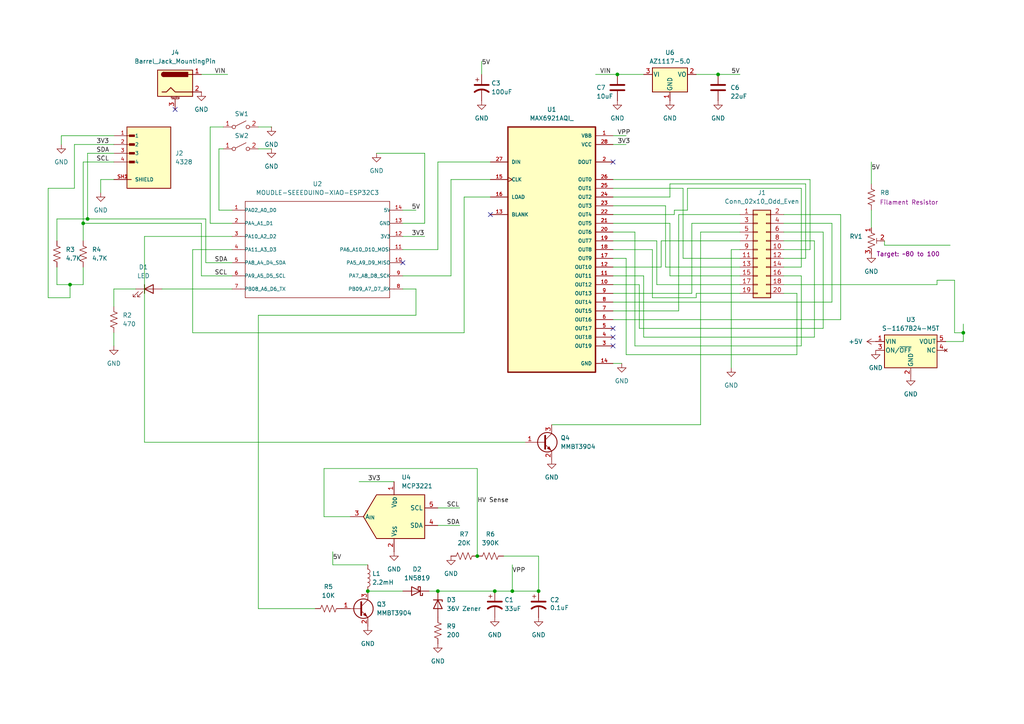
<source format=kicad_sch>
(kicad_sch
	(version 20250114)
	(generator "eeschema")
	(generator_version "9.0")
	(uuid "f4ccf12f-2c39-4319-adc8-75ef731d1807")
	(paper "A4")
	(lib_symbols
		(symbol "Analog_ADC:MCP3221"
			(exclude_from_sim no)
			(in_bom yes)
			(on_board yes)
			(property "Reference" "U"
				(at -7.112 7.874 0)
				(effects
					(font
						(size 1.27 1.27)
					)
				)
			)
			(property "Value" "MCP3221"
				(at 7.62 7.874 0)
				(effects
					(font
						(size 1.27 1.27)
					)
				)
			)
			(property "Footprint" "Package_TO_SOT_SMD:SOT-23-5"
				(at 0.508 -20.574 0)
				(effects
					(font
						(size 1.27 1.27)
					)
					(hide yes)
				)
			)
			(property "Datasheet" "https://ww1.microchip.com/downloads/en/devicedoc/20001732e.pdf"
				(at 2.794 -23.114 0)
				(effects
					(font
						(size 1.27 1.27)
					)
					(hide yes)
				)
			)
			(property "Description" "Single channel 12bit SAR Analog to Digital Converter, I2C Interface, SOT-23-5"
				(at 2.032 -25.654 0)
				(effects
					(font
						(size 1.27 1.27)
					)
					(hide yes)
				)
			)
			(property "ki_keywords" "ADC 1ch"
				(at 0 0 0)
				(effects
					(font
						(size 1.27 1.27)
					)
					(hide yes)
				)
			)
			(property "ki_fp_filters" "SOT?23*"
				(at 0 0 0)
				(effects
					(font
						(size 1.27 1.27)
					)
					(hide yes)
				)
			)
			(symbol "MCP3221_0_1"
				(polyline
					(pts
						(xy -5.08 6.35) (xy 8.89 6.35) (xy 8.89 0) (xy 8.89 -6.35) (xy -5.08 -6.35) (xy -8.89 0) (xy -5.08 6.35)
					)
					(stroke
						(width 0.254)
						(type default)
					)
					(fill
						(type background)
					)
				)
			)
			(symbol "MCP3221_1_1"
				(pin input line
					(at -12.7 0 0)
					(length 3.81)
					(name "A_{IN}"
						(effects
							(font
								(size 1.27 1.27)
							)
						)
					)
					(number "3"
						(effects
							(font
								(size 1.27 1.27)
							)
						)
					)
				)
				(pin power_in line
					(at 0 10.16 270)
					(length 3.81)
					(name "V_{DD}"
						(effects
							(font
								(size 1.27 1.27)
							)
						)
					)
					(number "1"
						(effects
							(font
								(size 1.27 1.27)
							)
						)
					)
				)
				(pin power_in line
					(at 0 -10.16 90)
					(length 3.81)
					(name "V_{SS}"
						(effects
							(font
								(size 1.27 1.27)
							)
						)
					)
					(number "2"
						(effects
							(font
								(size 1.27 1.27)
							)
						)
					)
				)
				(pin input line
					(at 12.7 2.54 180)
					(length 3.81)
					(name "SCL"
						(effects
							(font
								(size 1.27 1.27)
							)
						)
					)
					(number "5"
						(effects
							(font
								(size 1.27 1.27)
							)
						)
					)
				)
				(pin bidirectional line
					(at 12.7 -2.54 180)
					(length 3.81)
					(name "SDA"
						(effects
							(font
								(size 1.27 1.27)
							)
						)
					)
					(number "4"
						(effects
							(font
								(size 1.27 1.27)
							)
						)
					)
				)
			)
			(embedded_fonts no)
		)
		(symbol "Connector:Barrel_Jack_MountingPin"
			(pin_names
				(hide yes)
			)
			(exclude_from_sim no)
			(in_bom yes)
			(on_board yes)
			(property "Reference" "J4"
				(at 0 8.89 0)
				(effects
					(font
						(size 1.27 1.27)
					)
				)
			)
			(property "Value" "Barrel_Jack_MountingPin"
				(at 0 6.35 0)
				(effects
					(font
						(size 1.27 1.27)
					)
				)
			)
			(property "Footprint" "Connector_BarrelJack:BarrelJack_Wuerth_6941xx301002"
				(at 1.27 -1.016 0)
				(effects
					(font
						(size 1.27 1.27)
					)
					(hide yes)
				)
			)
			(property "Datasheet" "~"
				(at 1.27 -1.016 0)
				(effects
					(font
						(size 1.27 1.27)
					)
					(hide yes)
				)
			)
			(property "Description" "DC Barrel Jack with a mounting pin"
				(at 0 0 0)
				(effects
					(font
						(size 1.27 1.27)
					)
					(hide yes)
				)
			)
			(property "ki_keywords" "DC power barrel jack connector"
				(at 0 0 0)
				(effects
					(font
						(size 1.27 1.27)
					)
					(hide yes)
				)
			)
			(property "ki_fp_filters" "BarrelJack*"
				(at 0 0 0)
				(effects
					(font
						(size 1.27 1.27)
					)
					(hide yes)
				)
			)
			(symbol "Barrel_Jack_MountingPin_0_1"
				(rectangle
					(start -5.08 3.81)
					(end 5.08 -3.81)
					(stroke
						(width 0.254)
						(type default)
					)
					(fill
						(type background)
					)
				)
				(polyline
					(pts
						(xy -3.81 -2.54) (xy -2.54 -2.54) (xy -1.27 -1.27) (xy 0 -2.54) (xy 2.54 -2.54) (xy 5.08 -2.54)
					)
					(stroke
						(width 0.254)
						(type default)
					)
					(fill
						(type none)
					)
				)
				(arc
					(start -3.302 1.905)
					(mid -3.9343 2.54)
					(end -3.302 3.175)
					(stroke
						(width 0.254)
						(type default)
					)
					(fill
						(type none)
					)
				)
				(arc
					(start -3.302 1.905)
					(mid -3.9343 2.54)
					(end -3.302 3.175)
					(stroke
						(width 0.254)
						(type default)
					)
					(fill
						(type outline)
					)
				)
				(rectangle
					(start 3.683 3.175)
					(end -3.302 1.905)
					(stroke
						(width 0.254)
						(type default)
					)
					(fill
						(type outline)
					)
				)
				(polyline
					(pts
						(xy 5.08 2.54) (xy 3.81 2.54)
					)
					(stroke
						(width 0.254)
						(type default)
					)
					(fill
						(type none)
					)
				)
			)
			(symbol "Barrel_Jack_MountingPin_1_1"
				(polyline
					(pts
						(xy -1.016 -4.572) (xy 1.016 -4.572)
					)
					(stroke
						(width 0.1524)
						(type default)
					)
					(fill
						(type none)
					)
				)
				(text "Mounting"
					(at 0 -4.191 0)
					(effects
						(font
							(size 0.381 0.381)
						)
					)
				)
				(pin passive line
					(at 0 -7.62 90)
					(length 3.048)
					(name "MountPin"
						(effects
							(font
								(size 1.27 1.27)
							)
						)
					)
					(number "3"
						(effects
							(font
								(size 1.27 1.27)
							)
						)
					)
				)
				(pin passive line
					(at 7.62 2.54 180)
					(length 2.54)
					(name "~"
						(effects
							(font
								(size 1.27 1.27)
							)
						)
					)
					(number "1"
						(effects
							(font
								(size 1.27 1.27)
							)
						)
					)
				)
				(pin passive line
					(at 7.62 -2.54 180)
					(length 2.54)
					(name "~"
						(effects
							(font
								(size 1.27 1.27)
							)
						)
					)
					(number "2"
						(effects
							(font
								(size 1.27 1.27)
							)
						)
					)
				)
			)
			(embedded_fonts no)
		)
		(symbol "Connector_Generic:Conn_02x10_Odd_Even"
			(pin_names
				(offset 1.016)
				(hide yes)
			)
			(exclude_from_sim no)
			(in_bom yes)
			(on_board yes)
			(property "Reference" "J"
				(at 1.27 12.7 0)
				(effects
					(font
						(size 1.27 1.27)
					)
				)
			)
			(property "Value" "Conn_02x10_Odd_Even"
				(at 1.27 -15.24 0)
				(effects
					(font
						(size 1.27 1.27)
					)
				)
			)
			(property "Footprint" ""
				(at 0 0 0)
				(effects
					(font
						(size 1.27 1.27)
					)
					(hide yes)
				)
			)
			(property "Datasheet" "~"
				(at 0 0 0)
				(effects
					(font
						(size 1.27 1.27)
					)
					(hide yes)
				)
			)
			(property "Description" "Generic connector, double row, 02x10, odd/even pin numbering scheme (row 1 odd numbers, row 2 even numbers), script generated (kicad-library-utils/schlib/autogen/connector/)"
				(at 0 0 0)
				(effects
					(font
						(size 1.27 1.27)
					)
					(hide yes)
				)
			)
			(property "ki_keywords" "connector"
				(at 0 0 0)
				(effects
					(font
						(size 1.27 1.27)
					)
					(hide yes)
				)
			)
			(property "ki_fp_filters" "Connector*:*_2x??_*"
				(at 0 0 0)
				(effects
					(font
						(size 1.27 1.27)
					)
					(hide yes)
				)
			)
			(symbol "Conn_02x10_Odd_Even_1_1"
				(rectangle
					(start -1.27 11.43)
					(end 3.81 -13.97)
					(stroke
						(width 0.254)
						(type default)
					)
					(fill
						(type background)
					)
				)
				(rectangle
					(start -1.27 10.287)
					(end 0 10.033)
					(stroke
						(width 0.1524)
						(type default)
					)
					(fill
						(type none)
					)
				)
				(rectangle
					(start -1.27 7.747)
					(end 0 7.493)
					(stroke
						(width 0.1524)
						(type default)
					)
					(fill
						(type none)
					)
				)
				(rectangle
					(start -1.27 5.207)
					(end 0 4.953)
					(stroke
						(width 0.1524)
						(type default)
					)
					(fill
						(type none)
					)
				)
				(rectangle
					(start -1.27 2.667)
					(end 0 2.413)
					(stroke
						(width 0.1524)
						(type default)
					)
					(fill
						(type none)
					)
				)
				(rectangle
					(start -1.27 0.127)
					(end 0 -0.127)
					(stroke
						(width 0.1524)
						(type default)
					)
					(fill
						(type none)
					)
				)
				(rectangle
					(start -1.27 -2.413)
					(end 0 -2.667)
					(stroke
						(width 0.1524)
						(type default)
					)
					(fill
						(type none)
					)
				)
				(rectangle
					(start -1.27 -4.953)
					(end 0 -5.207)
					(stroke
						(width 0.1524)
						(type default)
					)
					(fill
						(type none)
					)
				)
				(rectangle
					(start -1.27 -7.493)
					(end 0 -7.747)
					(stroke
						(width 0.1524)
						(type default)
					)
					(fill
						(type none)
					)
				)
				(rectangle
					(start -1.27 -10.033)
					(end 0 -10.287)
					(stroke
						(width 0.1524)
						(type default)
					)
					(fill
						(type none)
					)
				)
				(rectangle
					(start -1.27 -12.573)
					(end 0 -12.827)
					(stroke
						(width 0.1524)
						(type default)
					)
					(fill
						(type none)
					)
				)
				(rectangle
					(start 3.81 10.287)
					(end 2.54 10.033)
					(stroke
						(width 0.1524)
						(type default)
					)
					(fill
						(type none)
					)
				)
				(rectangle
					(start 3.81 7.747)
					(end 2.54 7.493)
					(stroke
						(width 0.1524)
						(type default)
					)
					(fill
						(type none)
					)
				)
				(rectangle
					(start 3.81 5.207)
					(end 2.54 4.953)
					(stroke
						(width 0.1524)
						(type default)
					)
					(fill
						(type none)
					)
				)
				(rectangle
					(start 3.81 2.667)
					(end 2.54 2.413)
					(stroke
						(width 0.1524)
						(type default)
					)
					(fill
						(type none)
					)
				)
				(rectangle
					(start 3.81 0.127)
					(end 2.54 -0.127)
					(stroke
						(width 0.1524)
						(type default)
					)
					(fill
						(type none)
					)
				)
				(rectangle
					(start 3.81 -2.413)
					(end 2.54 -2.667)
					(stroke
						(width 0.1524)
						(type default)
					)
					(fill
						(type none)
					)
				)
				(rectangle
					(start 3.81 -4.953)
					(end 2.54 -5.207)
					(stroke
						(width 0.1524)
						(type default)
					)
					(fill
						(type none)
					)
				)
				(rectangle
					(start 3.81 -7.493)
					(end 2.54 -7.747)
					(stroke
						(width 0.1524)
						(type default)
					)
					(fill
						(type none)
					)
				)
				(rectangle
					(start 3.81 -10.033)
					(end 2.54 -10.287)
					(stroke
						(width 0.1524)
						(type default)
					)
					(fill
						(type none)
					)
				)
				(rectangle
					(start 3.81 -12.573)
					(end 2.54 -12.827)
					(stroke
						(width 0.1524)
						(type default)
					)
					(fill
						(type none)
					)
				)
				(pin passive line
					(at -5.08 10.16 0)
					(length 3.81)
					(name "Pin_1"
						(effects
							(font
								(size 1.27 1.27)
							)
						)
					)
					(number "1"
						(effects
							(font
								(size 1.27 1.27)
							)
						)
					)
				)
				(pin passive line
					(at -5.08 7.62 0)
					(length 3.81)
					(name "Pin_3"
						(effects
							(font
								(size 1.27 1.27)
							)
						)
					)
					(number "3"
						(effects
							(font
								(size 1.27 1.27)
							)
						)
					)
				)
				(pin passive line
					(at -5.08 5.08 0)
					(length 3.81)
					(name "Pin_5"
						(effects
							(font
								(size 1.27 1.27)
							)
						)
					)
					(number "5"
						(effects
							(font
								(size 1.27 1.27)
							)
						)
					)
				)
				(pin passive line
					(at -5.08 2.54 0)
					(length 3.81)
					(name "Pin_7"
						(effects
							(font
								(size 1.27 1.27)
							)
						)
					)
					(number "7"
						(effects
							(font
								(size 1.27 1.27)
							)
						)
					)
				)
				(pin passive line
					(at -5.08 0 0)
					(length 3.81)
					(name "Pin_9"
						(effects
							(font
								(size 1.27 1.27)
							)
						)
					)
					(number "9"
						(effects
							(font
								(size 1.27 1.27)
							)
						)
					)
				)
				(pin passive line
					(at -5.08 -2.54 0)
					(length 3.81)
					(name "Pin_11"
						(effects
							(font
								(size 1.27 1.27)
							)
						)
					)
					(number "11"
						(effects
							(font
								(size 1.27 1.27)
							)
						)
					)
				)
				(pin passive line
					(at -5.08 -5.08 0)
					(length 3.81)
					(name "Pin_13"
						(effects
							(font
								(size 1.27 1.27)
							)
						)
					)
					(number "13"
						(effects
							(font
								(size 1.27 1.27)
							)
						)
					)
				)
				(pin passive line
					(at -5.08 -7.62 0)
					(length 3.81)
					(name "Pin_15"
						(effects
							(font
								(size 1.27 1.27)
							)
						)
					)
					(number "15"
						(effects
							(font
								(size 1.27 1.27)
							)
						)
					)
				)
				(pin passive line
					(at -5.08 -10.16 0)
					(length 3.81)
					(name "Pin_17"
						(effects
							(font
								(size 1.27 1.27)
							)
						)
					)
					(number "17"
						(effects
							(font
								(size 1.27 1.27)
							)
						)
					)
				)
				(pin passive line
					(at -5.08 -12.7 0)
					(length 3.81)
					(name "Pin_19"
						(effects
							(font
								(size 1.27 1.27)
							)
						)
					)
					(number "19"
						(effects
							(font
								(size 1.27 1.27)
							)
						)
					)
				)
				(pin passive line
					(at 7.62 10.16 180)
					(length 3.81)
					(name "Pin_2"
						(effects
							(font
								(size 1.27 1.27)
							)
						)
					)
					(number "2"
						(effects
							(font
								(size 1.27 1.27)
							)
						)
					)
				)
				(pin passive line
					(at 7.62 7.62 180)
					(length 3.81)
					(name "Pin_4"
						(effects
							(font
								(size 1.27 1.27)
							)
						)
					)
					(number "4"
						(effects
							(font
								(size 1.27 1.27)
							)
						)
					)
				)
				(pin passive line
					(at 7.62 5.08 180)
					(length 3.81)
					(name "Pin_6"
						(effects
							(font
								(size 1.27 1.27)
							)
						)
					)
					(number "6"
						(effects
							(font
								(size 1.27 1.27)
							)
						)
					)
				)
				(pin passive line
					(at 7.62 2.54 180)
					(length 3.81)
					(name "Pin_8"
						(effects
							(font
								(size 1.27 1.27)
							)
						)
					)
					(number "8"
						(effects
							(font
								(size 1.27 1.27)
							)
						)
					)
				)
				(pin passive line
					(at 7.62 0 180)
					(length 3.81)
					(name "Pin_10"
						(effects
							(font
								(size 1.27 1.27)
							)
						)
					)
					(number "10"
						(effects
							(font
								(size 1.27 1.27)
							)
						)
					)
				)
				(pin passive line
					(at 7.62 -2.54 180)
					(length 3.81)
					(name "Pin_12"
						(effects
							(font
								(size 1.27 1.27)
							)
						)
					)
					(number "12"
						(effects
							(font
								(size 1.27 1.27)
							)
						)
					)
				)
				(pin passive line
					(at 7.62 -5.08 180)
					(length 3.81)
					(name "Pin_14"
						(effects
							(font
								(size 1.27 1.27)
							)
						)
					)
					(number "14"
						(effects
							(font
								(size 1.27 1.27)
							)
						)
					)
				)
				(pin passive line
					(at 7.62 -7.62 180)
					(length 3.81)
					(name "Pin_16"
						(effects
							(font
								(size 1.27 1.27)
							)
						)
					)
					(number "16"
						(effects
							(font
								(size 1.27 1.27)
							)
						)
					)
				)
				(pin passive line
					(at 7.62 -10.16 180)
					(length 3.81)
					(name "Pin_18"
						(effects
							(font
								(size 1.27 1.27)
							)
						)
					)
					(number "18"
						(effects
							(font
								(size 1.27 1.27)
							)
						)
					)
				)
				(pin passive line
					(at 7.62 -12.7 180)
					(length 3.81)
					(name "Pin_20"
						(effects
							(font
								(size 1.27 1.27)
							)
						)
					)
					(number "20"
						(effects
							(font
								(size 1.27 1.27)
							)
						)
					)
				)
			)
			(embedded_fonts no)
		)
		(symbol "Device:C"
			(pin_numbers
				(hide yes)
			)
			(pin_names
				(offset 0.254)
			)
			(exclude_from_sim no)
			(in_bom yes)
			(on_board yes)
			(property "Reference" "C"
				(at 0.635 2.54 0)
				(effects
					(font
						(size 1.27 1.27)
					)
					(justify left)
				)
			)
			(property "Value" "C"
				(at 0.635 -2.54 0)
				(effects
					(font
						(size 1.27 1.27)
					)
					(justify left)
				)
			)
			(property "Footprint" ""
				(at 0.9652 -3.81 0)
				(effects
					(font
						(size 1.27 1.27)
					)
					(hide yes)
				)
			)
			(property "Datasheet" "~"
				(at 0 0 0)
				(effects
					(font
						(size 1.27 1.27)
					)
					(hide yes)
				)
			)
			(property "Description" "Unpolarized capacitor"
				(at 0 0 0)
				(effects
					(font
						(size 1.27 1.27)
					)
					(hide yes)
				)
			)
			(property "ki_keywords" "cap capacitor"
				(at 0 0 0)
				(effects
					(font
						(size 1.27 1.27)
					)
					(hide yes)
				)
			)
			(property "ki_fp_filters" "C_*"
				(at 0 0 0)
				(effects
					(font
						(size 1.27 1.27)
					)
					(hide yes)
				)
			)
			(symbol "C_0_1"
				(polyline
					(pts
						(xy -2.032 0.762) (xy 2.032 0.762)
					)
					(stroke
						(width 0.508)
						(type default)
					)
					(fill
						(type none)
					)
				)
				(polyline
					(pts
						(xy -2.032 -0.762) (xy 2.032 -0.762)
					)
					(stroke
						(width 0.508)
						(type default)
					)
					(fill
						(type none)
					)
				)
			)
			(symbol "C_1_1"
				(pin passive line
					(at 0 3.81 270)
					(length 2.794)
					(name "~"
						(effects
							(font
								(size 1.27 1.27)
							)
						)
					)
					(number "1"
						(effects
							(font
								(size 1.27 1.27)
							)
						)
					)
				)
				(pin passive line
					(at 0 -3.81 90)
					(length 2.794)
					(name "~"
						(effects
							(font
								(size 1.27 1.27)
							)
						)
					)
					(number "2"
						(effects
							(font
								(size 1.27 1.27)
							)
						)
					)
				)
			)
			(embedded_fonts no)
		)
		(symbol "Device:C_Polarized_US"
			(pin_numbers
				(hide yes)
			)
			(pin_names
				(offset 0.254)
				(hide yes)
			)
			(exclude_from_sim no)
			(in_bom yes)
			(on_board yes)
			(property "Reference" "C"
				(at 0.635 2.54 0)
				(effects
					(font
						(size 1.27 1.27)
					)
					(justify left)
				)
			)
			(property "Value" "C_Polarized_US"
				(at 0.635 -2.54 0)
				(effects
					(font
						(size 1.27 1.27)
					)
					(justify left)
				)
			)
			(property "Footprint" ""
				(at 0 0 0)
				(effects
					(font
						(size 1.27 1.27)
					)
					(hide yes)
				)
			)
			(property "Datasheet" "~"
				(at 0 0 0)
				(effects
					(font
						(size 1.27 1.27)
					)
					(hide yes)
				)
			)
			(property "Description" "Polarized capacitor, US symbol"
				(at 0 0 0)
				(effects
					(font
						(size 1.27 1.27)
					)
					(hide yes)
				)
			)
			(property "ki_keywords" "cap capacitor"
				(at 0 0 0)
				(effects
					(font
						(size 1.27 1.27)
					)
					(hide yes)
				)
			)
			(property "ki_fp_filters" "CP_*"
				(at 0 0 0)
				(effects
					(font
						(size 1.27 1.27)
					)
					(hide yes)
				)
			)
			(symbol "C_Polarized_US_0_1"
				(polyline
					(pts
						(xy -2.032 0.762) (xy 2.032 0.762)
					)
					(stroke
						(width 0.508)
						(type default)
					)
					(fill
						(type none)
					)
				)
				(polyline
					(pts
						(xy -1.778 2.286) (xy -0.762 2.286)
					)
					(stroke
						(width 0)
						(type default)
					)
					(fill
						(type none)
					)
				)
				(polyline
					(pts
						(xy -1.27 1.778) (xy -1.27 2.794)
					)
					(stroke
						(width 0)
						(type default)
					)
					(fill
						(type none)
					)
				)
				(arc
					(start -2.032 -1.27)
					(mid 0 -0.5572)
					(end 2.032 -1.27)
					(stroke
						(width 0.508)
						(type default)
					)
					(fill
						(type none)
					)
				)
			)
			(symbol "C_Polarized_US_1_1"
				(pin passive line
					(at 0 3.81 270)
					(length 2.794)
					(name "~"
						(effects
							(font
								(size 1.27 1.27)
							)
						)
					)
					(number "1"
						(effects
							(font
								(size 1.27 1.27)
							)
						)
					)
				)
				(pin passive line
					(at 0 -3.81 90)
					(length 3.302)
					(name "~"
						(effects
							(font
								(size 1.27 1.27)
							)
						)
					)
					(number "2"
						(effects
							(font
								(size 1.27 1.27)
							)
						)
					)
				)
			)
			(embedded_fonts no)
		)
		(symbol "Device:D_Zener"
			(pin_numbers
				(hide yes)
			)
			(pin_names
				(offset 1.016)
				(hide yes)
			)
			(exclude_from_sim no)
			(in_bom yes)
			(on_board yes)
			(property "Reference" "D"
				(at 0 2.54 0)
				(effects
					(font
						(size 1.27 1.27)
					)
				)
			)
			(property "Value" "D_Zener"
				(at 0 -2.54 0)
				(effects
					(font
						(size 1.27 1.27)
					)
				)
			)
			(property "Footprint" ""
				(at 0 0 0)
				(effects
					(font
						(size 1.27 1.27)
					)
					(hide yes)
				)
			)
			(property "Datasheet" "~"
				(at 0 0 0)
				(effects
					(font
						(size 1.27 1.27)
					)
					(hide yes)
				)
			)
			(property "Description" "Zener diode"
				(at 0 0 0)
				(effects
					(font
						(size 1.27 1.27)
					)
					(hide yes)
				)
			)
			(property "ki_keywords" "diode"
				(at 0 0 0)
				(effects
					(font
						(size 1.27 1.27)
					)
					(hide yes)
				)
			)
			(property "ki_fp_filters" "TO-???* *_Diode_* *SingleDiode* D_*"
				(at 0 0 0)
				(effects
					(font
						(size 1.27 1.27)
					)
					(hide yes)
				)
			)
			(symbol "D_Zener_0_1"
				(polyline
					(pts
						(xy -1.27 -1.27) (xy -1.27 1.27) (xy -0.762 1.27)
					)
					(stroke
						(width 0.254)
						(type default)
					)
					(fill
						(type none)
					)
				)
				(polyline
					(pts
						(xy 1.27 0) (xy -1.27 0)
					)
					(stroke
						(width 0)
						(type default)
					)
					(fill
						(type none)
					)
				)
				(polyline
					(pts
						(xy 1.27 -1.27) (xy 1.27 1.27) (xy -1.27 0) (xy 1.27 -1.27)
					)
					(stroke
						(width 0.254)
						(type default)
					)
					(fill
						(type none)
					)
				)
			)
			(symbol "D_Zener_1_1"
				(pin passive line
					(at -3.81 0 0)
					(length 2.54)
					(name "K"
						(effects
							(font
								(size 1.27 1.27)
							)
						)
					)
					(number "1"
						(effects
							(font
								(size 1.27 1.27)
							)
						)
					)
				)
				(pin passive line
					(at 3.81 0 180)
					(length 2.54)
					(name "A"
						(effects
							(font
								(size 1.27 1.27)
							)
						)
					)
					(number "2"
						(effects
							(font
								(size 1.27 1.27)
							)
						)
					)
				)
			)
			(embedded_fonts no)
		)
		(symbol "Device:L"
			(pin_numbers
				(hide yes)
			)
			(pin_names
				(offset 1.016)
				(hide yes)
			)
			(exclude_from_sim no)
			(in_bom yes)
			(on_board yes)
			(property "Reference" "L"
				(at -1.27 0 90)
				(effects
					(font
						(size 1.27 1.27)
					)
				)
			)
			(property "Value" "L"
				(at 1.905 0 90)
				(effects
					(font
						(size 1.27 1.27)
					)
				)
			)
			(property "Footprint" ""
				(at 0 0 0)
				(effects
					(font
						(size 1.27 1.27)
					)
					(hide yes)
				)
			)
			(property "Datasheet" "~"
				(at 0 0 0)
				(effects
					(font
						(size 1.27 1.27)
					)
					(hide yes)
				)
			)
			(property "Description" "Inductor"
				(at 0 0 0)
				(effects
					(font
						(size 1.27 1.27)
					)
					(hide yes)
				)
			)
			(property "ki_keywords" "inductor choke coil reactor magnetic"
				(at 0 0 0)
				(effects
					(font
						(size 1.27 1.27)
					)
					(hide yes)
				)
			)
			(property "ki_fp_filters" "Choke_* *Coil* Inductor_* L_*"
				(at 0 0 0)
				(effects
					(font
						(size 1.27 1.27)
					)
					(hide yes)
				)
			)
			(symbol "L_0_1"
				(arc
					(start 0 2.54)
					(mid 0.6323 1.905)
					(end 0 1.27)
					(stroke
						(width 0)
						(type default)
					)
					(fill
						(type none)
					)
				)
				(arc
					(start 0 1.27)
					(mid 0.6323 0.635)
					(end 0 0)
					(stroke
						(width 0)
						(type default)
					)
					(fill
						(type none)
					)
				)
				(arc
					(start 0 0)
					(mid 0.6323 -0.635)
					(end 0 -1.27)
					(stroke
						(width 0)
						(type default)
					)
					(fill
						(type none)
					)
				)
				(arc
					(start 0 -1.27)
					(mid 0.6323 -1.905)
					(end 0 -2.54)
					(stroke
						(width 0)
						(type default)
					)
					(fill
						(type none)
					)
				)
			)
			(symbol "L_1_1"
				(pin passive line
					(at 0 3.81 270)
					(length 1.27)
					(name "1"
						(effects
							(font
								(size 1.27 1.27)
							)
						)
					)
					(number "1"
						(effects
							(font
								(size 1.27 1.27)
							)
						)
					)
				)
				(pin passive line
					(at 0 -3.81 90)
					(length 1.27)
					(name "2"
						(effects
							(font
								(size 1.27 1.27)
							)
						)
					)
					(number "2"
						(effects
							(font
								(size 1.27 1.27)
							)
						)
					)
				)
			)
			(embedded_fonts no)
		)
		(symbol "Device:LED"
			(pin_numbers
				(hide yes)
			)
			(pin_names
				(offset 1.016)
				(hide yes)
			)
			(exclude_from_sim no)
			(in_bom yes)
			(on_board yes)
			(property "Reference" "D"
				(at 0 2.54 0)
				(effects
					(font
						(size 1.27 1.27)
					)
				)
			)
			(property "Value" "LED"
				(at 0 -2.54 0)
				(effects
					(font
						(size 1.27 1.27)
					)
				)
			)
			(property "Footprint" ""
				(at 0 0 0)
				(effects
					(font
						(size 1.27 1.27)
					)
					(hide yes)
				)
			)
			(property "Datasheet" "~"
				(at 0 0 0)
				(effects
					(font
						(size 1.27 1.27)
					)
					(hide yes)
				)
			)
			(property "Description" "Light emitting diode"
				(at 0 0 0)
				(effects
					(font
						(size 1.27 1.27)
					)
					(hide yes)
				)
			)
			(property "Sim.Pins" "1=K 2=A"
				(at 0 0 0)
				(effects
					(font
						(size 1.27 1.27)
					)
					(hide yes)
				)
			)
			(property "ki_keywords" "LED diode"
				(at 0 0 0)
				(effects
					(font
						(size 1.27 1.27)
					)
					(hide yes)
				)
			)
			(property "ki_fp_filters" "LED* LED_SMD:* LED_THT:*"
				(at 0 0 0)
				(effects
					(font
						(size 1.27 1.27)
					)
					(hide yes)
				)
			)
			(symbol "LED_0_1"
				(polyline
					(pts
						(xy -3.048 -0.762) (xy -4.572 -2.286) (xy -3.81 -2.286) (xy -4.572 -2.286) (xy -4.572 -1.524)
					)
					(stroke
						(width 0)
						(type default)
					)
					(fill
						(type none)
					)
				)
				(polyline
					(pts
						(xy -1.778 -0.762) (xy -3.302 -2.286) (xy -2.54 -2.286) (xy -3.302 -2.286) (xy -3.302 -1.524)
					)
					(stroke
						(width 0)
						(type default)
					)
					(fill
						(type none)
					)
				)
				(polyline
					(pts
						(xy -1.27 0) (xy 1.27 0)
					)
					(stroke
						(width 0)
						(type default)
					)
					(fill
						(type none)
					)
				)
				(polyline
					(pts
						(xy -1.27 -1.27) (xy -1.27 1.27)
					)
					(stroke
						(width 0.254)
						(type default)
					)
					(fill
						(type none)
					)
				)
				(polyline
					(pts
						(xy 1.27 -1.27) (xy 1.27 1.27) (xy -1.27 0) (xy 1.27 -1.27)
					)
					(stroke
						(width 0.254)
						(type default)
					)
					(fill
						(type none)
					)
				)
			)
			(symbol "LED_1_1"
				(pin passive line
					(at -3.81 0 0)
					(length 2.54)
					(name "K"
						(effects
							(font
								(size 1.27 1.27)
							)
						)
					)
					(number "1"
						(effects
							(font
								(size 1.27 1.27)
							)
						)
					)
				)
				(pin passive line
					(at 3.81 0 180)
					(length 2.54)
					(name "A"
						(effects
							(font
								(size 1.27 1.27)
							)
						)
					)
					(number "2"
						(effects
							(font
								(size 1.27 1.27)
							)
						)
					)
				)
			)
			(embedded_fonts no)
		)
		(symbol "Device:R_Potentiometer_Trim_US"
			(pin_names
				(offset 1.016)
				(hide yes)
			)
			(exclude_from_sim no)
			(in_bom yes)
			(on_board yes)
			(property "Reference" "RV"
				(at -4.445 0 90)
				(effects
					(font
						(size 1.27 1.27)
					)
				)
			)
			(property "Value" "R_Potentiometer_Trim_US"
				(at -2.54 0 90)
				(effects
					(font
						(size 1.27 1.27)
					)
				)
			)
			(property "Footprint" ""
				(at 0 0 0)
				(effects
					(font
						(size 1.27 1.27)
					)
					(hide yes)
				)
			)
			(property "Datasheet" "~"
				(at 0 0 0)
				(effects
					(font
						(size 1.27 1.27)
					)
					(hide yes)
				)
			)
			(property "Description" "Trim-potentiometer, US symbol"
				(at 0 0 0)
				(effects
					(font
						(size 1.27 1.27)
					)
					(hide yes)
				)
			)
			(property "ki_keywords" "resistor variable trimpot trimmer"
				(at 0 0 0)
				(effects
					(font
						(size 1.27 1.27)
					)
					(hide yes)
				)
			)
			(property "ki_fp_filters" "Potentiometer*"
				(at 0 0 0)
				(effects
					(font
						(size 1.27 1.27)
					)
					(hide yes)
				)
			)
			(symbol "R_Potentiometer_Trim_US_0_1"
				(polyline
					(pts
						(xy 0 2.286) (xy 0 2.54)
					)
					(stroke
						(width 0)
						(type default)
					)
					(fill
						(type none)
					)
				)
				(polyline
					(pts
						(xy 0 2.286) (xy 1.016 1.905) (xy 0 1.524) (xy -1.016 1.143) (xy 0 0.762)
					)
					(stroke
						(width 0)
						(type default)
					)
					(fill
						(type none)
					)
				)
				(polyline
					(pts
						(xy 0 0.762) (xy 1.016 0.381) (xy 0 0) (xy -1.016 -0.381) (xy 0 -0.762)
					)
					(stroke
						(width 0)
						(type default)
					)
					(fill
						(type none)
					)
				)
				(polyline
					(pts
						(xy 0 -0.762) (xy 1.016 -1.143) (xy 0 -1.524) (xy -1.016 -1.905) (xy 0 -2.286)
					)
					(stroke
						(width 0)
						(type default)
					)
					(fill
						(type none)
					)
				)
				(polyline
					(pts
						(xy 0 -2.286) (xy 0 -2.54)
					)
					(stroke
						(width 0)
						(type default)
					)
					(fill
						(type none)
					)
				)
				(polyline
					(pts
						(xy 1.524 0.762) (xy 1.524 -0.762)
					)
					(stroke
						(width 0)
						(type default)
					)
					(fill
						(type none)
					)
				)
				(polyline
					(pts
						(xy 2.54 0) (xy 1.524 0)
					)
					(stroke
						(width 0)
						(type default)
					)
					(fill
						(type none)
					)
				)
			)
			(symbol "R_Potentiometer_Trim_US_1_1"
				(pin passive line
					(at 0 3.81 270)
					(length 1.27)
					(name "1"
						(effects
							(font
								(size 1.27 1.27)
							)
						)
					)
					(number "1"
						(effects
							(font
								(size 1.27 1.27)
							)
						)
					)
				)
				(pin passive line
					(at 0 -3.81 90)
					(length 1.27)
					(name "3"
						(effects
							(font
								(size 1.27 1.27)
							)
						)
					)
					(number "3"
						(effects
							(font
								(size 1.27 1.27)
							)
						)
					)
				)
				(pin passive line
					(at 3.81 0 180)
					(length 1.27)
					(name "2"
						(effects
							(font
								(size 1.27 1.27)
							)
						)
					)
					(number "2"
						(effects
							(font
								(size 1.27 1.27)
							)
						)
					)
				)
			)
			(embedded_fonts no)
		)
		(symbol "Device:R_US"
			(pin_numbers
				(hide yes)
			)
			(pin_names
				(offset 0)
			)
			(exclude_from_sim no)
			(in_bom yes)
			(on_board yes)
			(property "Reference" "R"
				(at 2.54 0 90)
				(effects
					(font
						(size 1.27 1.27)
					)
				)
			)
			(property "Value" "R_US"
				(at -2.54 0 90)
				(effects
					(font
						(size 1.27 1.27)
					)
				)
			)
			(property "Footprint" ""
				(at 1.016 -0.254 90)
				(effects
					(font
						(size 1.27 1.27)
					)
					(hide yes)
				)
			)
			(property "Datasheet" "~"
				(at 0 0 0)
				(effects
					(font
						(size 1.27 1.27)
					)
					(hide yes)
				)
			)
			(property "Description" "Resistor, US symbol"
				(at 0 0 0)
				(effects
					(font
						(size 1.27 1.27)
					)
					(hide yes)
				)
			)
			(property "ki_keywords" "R res resistor"
				(at 0 0 0)
				(effects
					(font
						(size 1.27 1.27)
					)
					(hide yes)
				)
			)
			(property "ki_fp_filters" "R_*"
				(at 0 0 0)
				(effects
					(font
						(size 1.27 1.27)
					)
					(hide yes)
				)
			)
			(symbol "R_US_0_1"
				(polyline
					(pts
						(xy 0 2.286) (xy 0 2.54)
					)
					(stroke
						(width 0)
						(type default)
					)
					(fill
						(type none)
					)
				)
				(polyline
					(pts
						(xy 0 2.286) (xy 1.016 1.905) (xy 0 1.524) (xy -1.016 1.143) (xy 0 0.762)
					)
					(stroke
						(width 0)
						(type default)
					)
					(fill
						(type none)
					)
				)
				(polyline
					(pts
						(xy 0 0.762) (xy 1.016 0.381) (xy 0 0) (xy -1.016 -0.381) (xy 0 -0.762)
					)
					(stroke
						(width 0)
						(type default)
					)
					(fill
						(type none)
					)
				)
				(polyline
					(pts
						(xy 0 -0.762) (xy 1.016 -1.143) (xy 0 -1.524) (xy -1.016 -1.905) (xy 0 -2.286)
					)
					(stroke
						(width 0)
						(type default)
					)
					(fill
						(type none)
					)
				)
				(polyline
					(pts
						(xy 0 -2.286) (xy 0 -2.54)
					)
					(stroke
						(width 0)
						(type default)
					)
					(fill
						(type none)
					)
				)
			)
			(symbol "R_US_1_1"
				(pin passive line
					(at 0 3.81 270)
					(length 1.27)
					(name "~"
						(effects
							(font
								(size 1.27 1.27)
							)
						)
					)
					(number "1"
						(effects
							(font
								(size 1.27 1.27)
							)
						)
					)
				)
				(pin passive line
					(at 0 -3.81 90)
					(length 1.27)
					(name "~"
						(effects
							(font
								(size 1.27 1.27)
							)
						)
					)
					(number "2"
						(effects
							(font
								(size 1.27 1.27)
							)
						)
					)
				)
			)
			(embedded_fonts no)
		)
		(symbol "Diode:1N5818"
			(pin_numbers
				(hide yes)
			)
			(pin_names
				(offset 1.016)
				(hide yes)
			)
			(exclude_from_sim no)
			(in_bom yes)
			(on_board yes)
			(property "Reference" "D"
				(at 0 2.54 0)
				(effects
					(font
						(size 1.27 1.27)
					)
				)
			)
			(property "Value" "1N5818"
				(at 0 -2.54 0)
				(effects
					(font
						(size 1.27 1.27)
					)
				)
			)
			(property "Footprint" "Diode_THT:D_DO-41_SOD81_P10.16mm_Horizontal"
				(at 0 -4.445 0)
				(effects
					(font
						(size 1.27 1.27)
					)
					(hide yes)
				)
			)
			(property "Datasheet" "http://www.vishay.com/docs/88525/1n5817.pdf"
				(at 0 0 0)
				(effects
					(font
						(size 1.27 1.27)
					)
					(hide yes)
				)
			)
			(property "Description" "30V 1A Schottky Barrier Rectifier Diode, DO-41"
				(at 0 0 0)
				(effects
					(font
						(size 1.27 1.27)
					)
					(hide yes)
				)
			)
			(property "ki_keywords" "diode Schottky"
				(at 0 0 0)
				(effects
					(font
						(size 1.27 1.27)
					)
					(hide yes)
				)
			)
			(property "ki_fp_filters" "D*DO?41*"
				(at 0 0 0)
				(effects
					(font
						(size 1.27 1.27)
					)
					(hide yes)
				)
			)
			(symbol "1N5818_0_1"
				(polyline
					(pts
						(xy -1.905 0.635) (xy -1.905 1.27) (xy -1.27 1.27) (xy -1.27 -1.27) (xy -0.635 -1.27) (xy -0.635 -0.635)
					)
					(stroke
						(width 0.254)
						(type default)
					)
					(fill
						(type none)
					)
				)
				(polyline
					(pts
						(xy 1.27 1.27) (xy 1.27 -1.27) (xy -1.27 0) (xy 1.27 1.27)
					)
					(stroke
						(width 0.254)
						(type default)
					)
					(fill
						(type none)
					)
				)
				(polyline
					(pts
						(xy 1.27 0) (xy -1.27 0)
					)
					(stroke
						(width 0)
						(type default)
					)
					(fill
						(type none)
					)
				)
			)
			(symbol "1N5818_1_1"
				(pin passive line
					(at -3.81 0 0)
					(length 2.54)
					(name "K"
						(effects
							(font
								(size 1.27 1.27)
							)
						)
					)
					(number "1"
						(effects
							(font
								(size 1.27 1.27)
							)
						)
					)
				)
				(pin passive line
					(at 3.81 0 180)
					(length 2.54)
					(name "A"
						(effects
							(font
								(size 1.27 1.27)
							)
						)
					)
					(number "2"
						(effects
							(font
								(size 1.27 1.27)
							)
						)
					)
				)
			)
			(embedded_fonts no)
		)
		(symbol "JST SH 4-pin 4328 Shield:4328"
			(pin_names
				(offset 1.016)
			)
			(exclude_from_sim no)
			(in_bom yes)
			(on_board yes)
			(property "Reference" "J"
				(at -6.35 11.43 0)
				(effects
					(font
						(size 1.27 1.27)
					)
					(justify left bottom)
				)
			)
			(property "Value" "4328"
				(at -6.604 -10.414 0)
				(effects
					(font
						(size 1.27 1.27)
					)
					(justify left bottom)
				)
			)
			(property "Footprint" "4328:ADAFRUIT_4328"
				(at 0 0 0)
				(effects
					(font
						(size 1.27 1.27)
					)
					(justify bottom)
					(hide yes)
				)
			)
			(property "Datasheet" ""
				(at 0 0 0)
				(effects
					(font
						(size 1.27 1.27)
					)
					(hide yes)
				)
			)
			(property "Description" ""
				(at 0 0 0)
				(effects
					(font
						(size 1.27 1.27)
					)
					(hide yes)
				)
			)
			(property "MF" "Adafruit"
				(at 0 0 0)
				(effects
					(font
						(size 1.27 1.27)
					)
					(justify bottom)
					(hide yes)
				)
			)
			(property "MAXIMUM_PACKAGE_HEIGHT" "4.25mm"
				(at 0 0 0)
				(effects
					(font
						(size 1.27 1.27)
					)
					(justify bottom)
					(hide yes)
				)
			)
			(property "Package" "None"
				(at 0 0 0)
				(effects
					(font
						(size 1.27 1.27)
					)
					(justify bottom)
					(hide yes)
				)
			)
			(property "Price" "None"
				(at 0 0 0)
				(effects
					(font
						(size 1.27 1.27)
					)
					(justify bottom)
					(hide yes)
				)
			)
			(property "Check_prices" "https://www.snapeda.com/parts/4328/Adafruit+Industries/view-part/?ref=eda"
				(at 0 0 0)
				(effects
					(font
						(size 1.27 1.27)
					)
					(justify bottom)
					(hide yes)
				)
			)
			(property "STANDARD" "Manufacturer Recommendations"
				(at 0 0 0)
				(effects
					(font
						(size 1.27 1.27)
					)
					(justify bottom)
					(hide yes)
				)
			)
			(property "PARTREV" "23/3/21"
				(at 0 0 0)
				(effects
					(font
						(size 1.27 1.27)
					)
					(justify bottom)
					(hide yes)
				)
			)
			(property "SnapEDA_Link" "https://www.snapeda.com/parts/4328/Adafruit+Industries/view-part/?ref=snap"
				(at 0 0 0)
				(effects
					(font
						(size 1.27 1.27)
					)
					(justify bottom)
					(hide yes)
				)
			)
			(property "MP" "4328"
				(at 0 0 0)
				(effects
					(font
						(size 1.27 1.27)
					)
					(justify bottom)
					(hide yes)
				)
			)
			(property "Description_1" "Adafruit Accessories JST SH 4-pin Vertical Connector (10-pack) - Qwiic Compatible"
				(at 0 0 0)
				(effects
					(font
						(size 1.27 1.27)
					)
					(justify bottom)
					(hide yes)
				)
			)
			(property "Availability" "In Stock"
				(at 0 0 0)
				(effects
					(font
						(size 1.27 1.27)
					)
					(justify bottom)
					(hide yes)
				)
			)
			(property "MANUFACTURER" "Adafruit"
				(at 0 0 0)
				(effects
					(font
						(size 1.27 1.27)
					)
					(justify bottom)
					(hide yes)
				)
			)
			(symbol "4328_0_0"
				(rectangle
					(start -6.35 -7.62)
					(end 6.35 10.16)
					(stroke
						(width 0.254)
						(type default)
					)
					(fill
						(type background)
					)
				)
				(rectangle
					(start -5.715 7.3025)
					(end -4.1275 7.9375)
					(stroke
						(width 0.1)
						(type default)
					)
					(fill
						(type outline)
					)
				)
				(rectangle
					(start -5.715 4.7625)
					(end -4.1275 5.3975)
					(stroke
						(width 0.1)
						(type default)
					)
					(fill
						(type outline)
					)
				)
				(rectangle
					(start -5.715 2.2225)
					(end -4.1275 2.8575)
					(stroke
						(width 0.1)
						(type default)
					)
					(fill
						(type outline)
					)
				)
				(rectangle
					(start -5.715 -0.3175)
					(end -4.1275 0.3175)
					(stroke
						(width 0.1)
						(type default)
					)
					(fill
						(type outline)
					)
				)
				(pin passive line
					(at -10.16 7.62 0)
					(length 5.08)
					(name "1"
						(effects
							(font
								(size 1.016 1.016)
							)
						)
					)
					(number "1"
						(effects
							(font
								(size 1.016 1.016)
							)
						)
					)
				)
				(pin passive line
					(at -10.16 5.08 0)
					(length 5.08)
					(name "2"
						(effects
							(font
								(size 1.016 1.016)
							)
						)
					)
					(number "2"
						(effects
							(font
								(size 1.016 1.016)
							)
						)
					)
				)
				(pin passive line
					(at -10.16 2.54 0)
					(length 5.08)
					(name "3"
						(effects
							(font
								(size 1.016 1.016)
							)
						)
					)
					(number "3"
						(effects
							(font
								(size 1.016 1.016)
							)
						)
					)
				)
				(pin passive line
					(at -10.16 0 0)
					(length 5.08)
					(name "4"
						(effects
							(font
								(size 1.016 1.016)
							)
						)
					)
					(number "4"
						(effects
							(font
								(size 1.016 1.016)
							)
						)
					)
				)
				(pin passive line
					(at -10.16 -5.08 0)
					(length 5.08)
					(name "SHIELD"
						(effects
							(font
								(size 1.016 1.016)
							)
						)
					)
					(number "SH1"
						(effects
							(font
								(size 1.016 1.016)
							)
						)
					)
				)
				(pin passive line
					(at -10.16 -5.08 0)
					(length 5.08)
					(name "SHIELD"
						(effects
							(font
								(size 1.016 1.016)
							)
						)
					)
					(number "SH2"
						(effects
							(font
								(size 1.016 1.016)
							)
						)
					)
				)
			)
			(embedded_fonts no)
		)
		(symbol "MAX6921AQI_:MAX6921AQI_"
			(pin_names
				(offset 1.016)
			)
			(exclude_from_sim no)
			(in_bom yes)
			(on_board yes)
			(property "Reference" "U"
				(at -12.7 36.56 0)
				(effects
					(font
						(size 1.27 1.27)
					)
					(justify left bottom)
				)
			)
			(property "Value" "MAX6921AQI_"
				(at -12.7 -39.56 0)
				(effects
					(font
						(size 1.27 1.27)
					)
					(justify left bottom)
				)
			)
			(property "Footprint" "MAX6921AQI_:PLCC127P1244X1244X457-28N"
				(at 0 0 0)
				(effects
					(font
						(size 1.27 1.27)
					)
					(justify bottom)
					(hide yes)
				)
			)
			(property "Datasheet" ""
				(at 0 0 0)
				(effects
					(font
						(size 1.27 1.27)
					)
					(hide yes)
				)
			)
			(property "Description" "VFD DRVR 5.5V/76V 28-Pin PLCC"
				(at 0 0 0)
				(effects
					(font
						(size 1.27 1.27)
					)
					(justify bottom)
					(hide yes)
				)
			)
			(property "MF" "Analog Devices"
				(at 0 0 0)
				(effects
					(font
						(size 1.27 1.27)
					)
					(justify bottom)
					(hide yes)
				)
			)
			(property "DIGI-KEY_PURCHASE_URL" "https://www.digikey.in/product-detail/en/maxim-integrated/MAX6921AQI-/MAX6921AQI--ND/1512036?utm_source=snapeda&utm_medium=aggregator&utm_campaign=symbol"
				(at 0 0 0)
				(effects
					(font
						(size 1.27 1.27)
					)
					(justify bottom)
					(hide yes)
				)
			)
			(property "PACKAGE" "PLCC-28 Maxim"
				(at 0 0 0)
				(effects
					(font
						(size 1.27 1.27)
					)
					(justify bottom)
					(hide yes)
				)
			)
			(property "Price" "None"
				(at 0 0 0)
				(effects
					(font
						(size 1.27 1.27)
					)
					(justify bottom)
					(hide yes)
				)
			)
			(property "Package" "PLCC-28 Maxim"
				(at 0 0 0)
				(effects
					(font
						(size 1.27 1.27)
					)
					(justify bottom)
					(hide yes)
				)
			)
			(property "Check_prices" "https://www.snapeda.com/parts/MAX6921AQI+/Analog+Devices/view-part/?ref=eda"
				(at 0 0 0)
				(effects
					(font
						(size 1.27 1.27)
					)
					(justify bottom)
					(hide yes)
				)
			)
			(property "SnapEDA_Link" "https://www.snapeda.com/parts/MAX6921AQI+/Analog+Devices/view-part/?ref=snap"
				(at 0 0 0)
				(effects
					(font
						(size 1.27 1.27)
					)
					(justify bottom)
					(hide yes)
				)
			)
			(property "MP" "MAX6921AQI+"
				(at 0 0 0)
				(effects
					(font
						(size 1.27 1.27)
					)
					(justify bottom)
					(hide yes)
				)
			)
			(property "DIGI-KEY_PART_NUMBER" "MAX6921AQI+-ND"
				(at 0 0 0)
				(effects
					(font
						(size 1.27 1.27)
					)
					(justify bottom)
					(hide yes)
				)
			)
			(property "Availability" "In Stock"
				(at 0 0 0)
				(effects
					(font
						(size 1.27 1.27)
					)
					(justify bottom)
					(hide yes)
				)
			)
			(property "Description_1" "20-Output, 76V, Serial-Interfaced VFD Tube Drivers"
				(at 0 0 0)
				(effects
					(font
						(size 1.27 1.27)
					)
					(justify bottom)
					(hide yes)
				)
			)
			(symbol "MAX6921AQI__0_0"
				(rectangle
					(start -12.7 -35.56)
					(end 12.7 35.56)
					(stroke
						(width 0.41)
						(type default)
					)
					(fill
						(type background)
					)
				)
				(pin input line
					(at -17.78 25.4 0)
					(length 5.08)
					(name "DIN"
						(effects
							(font
								(size 1.016 1.016)
							)
						)
					)
					(number "27"
						(effects
							(font
								(size 1.016 1.016)
							)
						)
					)
				)
				(pin input clock
					(at -17.78 20.32 0)
					(length 5.08)
					(name "CLK"
						(effects
							(font
								(size 1.016 1.016)
							)
						)
					)
					(number "15"
						(effects
							(font
								(size 1.016 1.016)
							)
						)
					)
				)
				(pin input line
					(at -17.78 15.24 0)
					(length 5.08)
					(name "LOAD"
						(effects
							(font
								(size 1.016 1.016)
							)
						)
					)
					(number "16"
						(effects
							(font
								(size 1.016 1.016)
							)
						)
					)
				)
				(pin input line
					(at -17.78 10.16 0)
					(length 5.08)
					(name "BLANK"
						(effects
							(font
								(size 1.016 1.016)
							)
						)
					)
					(number "13"
						(effects
							(font
								(size 1.016 1.016)
							)
						)
					)
				)
				(pin power_in line
					(at 17.78 33.02 180)
					(length 5.08)
					(name "VBB"
						(effects
							(font
								(size 1.016 1.016)
							)
						)
					)
					(number "1"
						(effects
							(font
								(size 1.016 1.016)
							)
						)
					)
				)
				(pin power_in line
					(at 17.78 30.48 180)
					(length 5.08)
					(name "VCC"
						(effects
							(font
								(size 1.016 1.016)
							)
						)
					)
					(number "28"
						(effects
							(font
								(size 1.016 1.016)
							)
						)
					)
				)
				(pin output line
					(at 17.78 25.4 180)
					(length 5.08)
					(name "DOUT"
						(effects
							(font
								(size 1.016 1.016)
							)
						)
					)
					(number "2"
						(effects
							(font
								(size 1.016 1.016)
							)
						)
					)
				)
				(pin output line
					(at 17.78 20.32 180)
					(length 5.08)
					(name "OUT0"
						(effects
							(font
								(size 1.016 1.016)
							)
						)
					)
					(number "26"
						(effects
							(font
								(size 1.016 1.016)
							)
						)
					)
				)
				(pin output line
					(at 17.78 17.78 180)
					(length 5.08)
					(name "OUT1"
						(effects
							(font
								(size 1.016 1.016)
							)
						)
					)
					(number "25"
						(effects
							(font
								(size 1.016 1.016)
							)
						)
					)
				)
				(pin output line
					(at 17.78 15.24 180)
					(length 5.08)
					(name "OUT2"
						(effects
							(font
								(size 1.016 1.016)
							)
						)
					)
					(number "24"
						(effects
							(font
								(size 1.016 1.016)
							)
						)
					)
				)
				(pin output line
					(at 17.78 12.7 180)
					(length 5.08)
					(name "OUT3"
						(effects
							(font
								(size 1.016 1.016)
							)
						)
					)
					(number "23"
						(effects
							(font
								(size 1.016 1.016)
							)
						)
					)
				)
				(pin output line
					(at 17.78 10.16 180)
					(length 5.08)
					(name "OUT4"
						(effects
							(font
								(size 1.016 1.016)
							)
						)
					)
					(number "22"
						(effects
							(font
								(size 1.016 1.016)
							)
						)
					)
				)
				(pin output line
					(at 17.78 7.62 180)
					(length 5.08)
					(name "OUT5"
						(effects
							(font
								(size 1.016 1.016)
							)
						)
					)
					(number "21"
						(effects
							(font
								(size 1.016 1.016)
							)
						)
					)
				)
				(pin output line
					(at 17.78 5.08 180)
					(length 5.08)
					(name "OUT6"
						(effects
							(font
								(size 1.016 1.016)
							)
						)
					)
					(number "20"
						(effects
							(font
								(size 1.016 1.016)
							)
						)
					)
				)
				(pin output line
					(at 17.78 2.54 180)
					(length 5.08)
					(name "OUT7"
						(effects
							(font
								(size 1.016 1.016)
							)
						)
					)
					(number "19"
						(effects
							(font
								(size 1.016 1.016)
							)
						)
					)
				)
				(pin output line
					(at 17.78 0 180)
					(length 5.08)
					(name "OUT8"
						(effects
							(font
								(size 1.016 1.016)
							)
						)
					)
					(number "18"
						(effects
							(font
								(size 1.016 1.016)
							)
						)
					)
				)
				(pin output line
					(at 17.78 -2.54 180)
					(length 5.08)
					(name "OUT9"
						(effects
							(font
								(size 1.016 1.016)
							)
						)
					)
					(number "17"
						(effects
							(font
								(size 1.016 1.016)
							)
						)
					)
				)
				(pin output line
					(at 17.78 -5.08 180)
					(length 5.08)
					(name "OUT10"
						(effects
							(font
								(size 1.016 1.016)
							)
						)
					)
					(number "12"
						(effects
							(font
								(size 1.016 1.016)
							)
						)
					)
				)
				(pin output line
					(at 17.78 -7.62 180)
					(length 5.08)
					(name "OUT11"
						(effects
							(font
								(size 1.016 1.016)
							)
						)
					)
					(number "11"
						(effects
							(font
								(size 1.016 1.016)
							)
						)
					)
				)
				(pin output line
					(at 17.78 -10.16 180)
					(length 5.08)
					(name "OUT12"
						(effects
							(font
								(size 1.016 1.016)
							)
						)
					)
					(number "10"
						(effects
							(font
								(size 1.016 1.016)
							)
						)
					)
				)
				(pin output line
					(at 17.78 -12.7 180)
					(length 5.08)
					(name "OUT13"
						(effects
							(font
								(size 1.016 1.016)
							)
						)
					)
					(number "9"
						(effects
							(font
								(size 1.016 1.016)
							)
						)
					)
				)
				(pin output line
					(at 17.78 -15.24 180)
					(length 5.08)
					(name "OUT14"
						(effects
							(font
								(size 1.016 1.016)
							)
						)
					)
					(number "8"
						(effects
							(font
								(size 1.016 1.016)
							)
						)
					)
				)
				(pin output line
					(at 17.78 -17.78 180)
					(length 5.08)
					(name "OUT15"
						(effects
							(font
								(size 1.016 1.016)
							)
						)
					)
					(number "7"
						(effects
							(font
								(size 1.016 1.016)
							)
						)
					)
				)
				(pin output line
					(at 17.78 -20.32 180)
					(length 5.08)
					(name "OUT16"
						(effects
							(font
								(size 1.016 1.016)
							)
						)
					)
					(number "6"
						(effects
							(font
								(size 1.016 1.016)
							)
						)
					)
				)
				(pin output line
					(at 17.78 -22.86 180)
					(length 5.08)
					(name "OUT17"
						(effects
							(font
								(size 1.016 1.016)
							)
						)
					)
					(number "5"
						(effects
							(font
								(size 1.016 1.016)
							)
						)
					)
				)
				(pin output line
					(at 17.78 -25.4 180)
					(length 5.08)
					(name "OUT18"
						(effects
							(font
								(size 1.016 1.016)
							)
						)
					)
					(number "4"
						(effects
							(font
								(size 1.016 1.016)
							)
						)
					)
				)
				(pin output line
					(at 17.78 -27.94 180)
					(length 5.08)
					(name "OUT19"
						(effects
							(font
								(size 1.016 1.016)
							)
						)
					)
					(number "3"
						(effects
							(font
								(size 1.016 1.016)
							)
						)
					)
				)
				(pin power_in line
					(at 17.78 -33.02 180)
					(length 5.08)
					(name "GND"
						(effects
							(font
								(size 1.016 1.016)
							)
						)
					)
					(number "14"
						(effects
							(font
								(size 1.016 1.016)
							)
						)
					)
				)
			)
			(embedded_fonts no)
		)
		(symbol "MOUDLE-SEEEDUINO-XIAO-ESP32C3:MOUDLE-SEEEDUINO-XIAO-ESP32C3"
			(pin_names
				(offset 1.016)
			)
			(exclude_from_sim no)
			(in_bom yes)
			(on_board yes)
			(property "Reference" "U"
				(at -21.59 15.24 0)
				(effects
					(font
						(size 1.27 1.27)
					)
					(justify left bottom)
				)
			)
			(property "Value" "MOUDLE-SEEEDUINO-XIAO-ESP32C3"
				(at -21.59 13.97 0)
				(effects
					(font
						(size 1.27 1.27)
					)
					(justify left bottom)
				)
			)
			(property "Footprint" "MOUDLE14P-SMD-2.54-21X17.8MM"
				(at 0 0 0)
				(effects
					(font
						(size 1.27 1.27)
					)
					(justify bottom)
					(hide yes)
				)
			)
			(property "Datasheet" ""
				(at 0 0 0)
				(effects
					(font
						(size 1.27 1.27)
					)
					(hide yes)
				)
			)
			(property "Description" ""
				(at 0 0 0)
				(effects
					(font
						(size 1.27 1.27)
					)
					(hide yes)
				)
			)
			(symbol "MOUDLE-SEEEDUINO-XIAO-ESP32C3_0_0"
				(polyline
					(pts
						(xy -21.59 13.97) (xy 20.32 13.97)
					)
					(stroke
						(width 0.1524)
						(type default)
					)
					(fill
						(type none)
					)
				)
				(polyline
					(pts
						(xy -21.59 11.43) (xy -22.86 11.43)
					)
					(stroke
						(width 0.1524)
						(type default)
					)
					(fill
						(type none)
					)
				)
				(polyline
					(pts
						(xy -21.59 11.43) (xy -21.59 13.97)
					)
					(stroke
						(width 0.1524)
						(type default)
					)
					(fill
						(type none)
					)
				)
				(polyline
					(pts
						(xy -21.59 7.62) (xy -22.86 7.62)
					)
					(stroke
						(width 0.1524)
						(type default)
					)
					(fill
						(type none)
					)
				)
				(polyline
					(pts
						(xy -21.59 7.62) (xy -21.59 11.43)
					)
					(stroke
						(width 0.1524)
						(type default)
					)
					(fill
						(type none)
					)
				)
				(polyline
					(pts
						(xy -21.59 3.81) (xy -22.86 3.81)
					)
					(stroke
						(width 0.1524)
						(type default)
					)
					(fill
						(type none)
					)
				)
				(polyline
					(pts
						(xy -21.59 3.81) (xy -21.59 7.62)
					)
					(stroke
						(width 0.1524)
						(type default)
					)
					(fill
						(type none)
					)
				)
				(polyline
					(pts
						(xy -21.59 0) (xy -22.86 0)
					)
					(stroke
						(width 0.1524)
						(type default)
					)
					(fill
						(type none)
					)
				)
				(polyline
					(pts
						(xy -21.59 0) (xy -21.59 3.81)
					)
					(stroke
						(width 0.1524)
						(type default)
					)
					(fill
						(type none)
					)
				)
				(polyline
					(pts
						(xy -21.59 -3.81) (xy -22.86 -3.81)
					)
					(stroke
						(width 0.1524)
						(type default)
					)
					(fill
						(type none)
					)
				)
				(polyline
					(pts
						(xy -21.59 -7.62) (xy -22.86 -7.62)
					)
					(stroke
						(width 0.1524)
						(type default)
					)
					(fill
						(type none)
					)
				)
				(polyline
					(pts
						(xy -21.59 -11.43) (xy -22.86 -11.43)
					)
					(stroke
						(width 0.1524)
						(type default)
					)
					(fill
						(type none)
					)
				)
				(polyline
					(pts
						(xy -21.59 -13.97) (xy -21.59 0)
					)
					(stroke
						(width 0.1524)
						(type default)
					)
					(fill
						(type none)
					)
				)
				(polyline
					(pts
						(xy 20.32 13.97) (xy 20.32 11.43)
					)
					(stroke
						(width 0.1524)
						(type default)
					)
					(fill
						(type none)
					)
				)
				(polyline
					(pts
						(xy 20.32 11.43) (xy 20.32 7.62)
					)
					(stroke
						(width 0.1524)
						(type default)
					)
					(fill
						(type none)
					)
				)
				(polyline
					(pts
						(xy 20.32 7.62) (xy 20.32 3.81)
					)
					(stroke
						(width 0.1524)
						(type default)
					)
					(fill
						(type none)
					)
				)
				(polyline
					(pts
						(xy 20.32 3.81) (xy 20.32 -13.97)
					)
					(stroke
						(width 0.1524)
						(type default)
					)
					(fill
						(type none)
					)
				)
				(polyline
					(pts
						(xy 20.32 -13.97) (xy -21.59 -13.97)
					)
					(stroke
						(width 0.1524)
						(type default)
					)
					(fill
						(type none)
					)
				)
				(polyline
					(pts
						(xy 21.59 11.43) (xy 20.32 11.43)
					)
					(stroke
						(width 0.1524)
						(type default)
					)
					(fill
						(type none)
					)
				)
				(polyline
					(pts
						(xy 21.59 7.62) (xy 20.32 7.62)
					)
					(stroke
						(width 0.1524)
						(type default)
					)
					(fill
						(type none)
					)
				)
				(polyline
					(pts
						(xy 21.59 3.81) (xy 20.32 3.81)
					)
					(stroke
						(width 0.1524)
						(type default)
					)
					(fill
						(type none)
					)
				)
				(polyline
					(pts
						(xy 21.59 0) (xy 20.32 0)
					)
					(stroke
						(width 0.1524)
						(type default)
					)
					(fill
						(type none)
					)
				)
				(polyline
					(pts
						(xy 21.59 -3.81) (xy 20.32 -3.81)
					)
					(stroke
						(width 0.1524)
						(type default)
					)
					(fill
						(type none)
					)
				)
				(polyline
					(pts
						(xy 21.59 -7.62) (xy 20.32 -7.62)
					)
					(stroke
						(width 0.1524)
						(type default)
					)
					(fill
						(type none)
					)
				)
				(polyline
					(pts
						(xy 21.59 -11.43) (xy 20.32 -11.43)
					)
					(stroke
						(width 0.1524)
						(type default)
					)
					(fill
						(type none)
					)
				)
				(pin bidirectional line
					(at -25.4 11.43 0)
					(length 2.54)
					(name "PA02_A0_D0"
						(effects
							(font
								(size 1.016 1.016)
							)
						)
					)
					(number "1"
						(effects
							(font
								(size 1.016 1.016)
							)
						)
					)
				)
				(pin bidirectional line
					(at -25.4 7.62 0)
					(length 2.54)
					(name "PA4_A1_D1"
						(effects
							(font
								(size 1.016 1.016)
							)
						)
					)
					(number "2"
						(effects
							(font
								(size 1.016 1.016)
							)
						)
					)
				)
				(pin bidirectional line
					(at -25.4 3.81 0)
					(length 2.54)
					(name "PA10_A2_D2"
						(effects
							(font
								(size 1.016 1.016)
							)
						)
					)
					(number "3"
						(effects
							(font
								(size 1.016 1.016)
							)
						)
					)
				)
				(pin bidirectional line
					(at -25.4 0 0)
					(length 2.54)
					(name "PA11_A3_D3"
						(effects
							(font
								(size 1.016 1.016)
							)
						)
					)
					(number "4"
						(effects
							(font
								(size 1.016 1.016)
							)
						)
					)
				)
				(pin bidirectional line
					(at -25.4 -3.81 0)
					(length 2.54)
					(name "PA8_A4_D4_SDA"
						(effects
							(font
								(size 1.016 1.016)
							)
						)
					)
					(number "5"
						(effects
							(font
								(size 1.016 1.016)
							)
						)
					)
				)
				(pin bidirectional line
					(at -25.4 -7.62 0)
					(length 2.54)
					(name "PA9_A5_D5_SCL"
						(effects
							(font
								(size 1.016 1.016)
							)
						)
					)
					(number "6"
						(effects
							(font
								(size 1.016 1.016)
							)
						)
					)
				)
				(pin bidirectional line
					(at -25.4 -11.43 0)
					(length 2.54)
					(name "PB08_A6_D6_TX"
						(effects
							(font
								(size 1.016 1.016)
							)
						)
					)
					(number "7"
						(effects
							(font
								(size 1.016 1.016)
							)
						)
					)
				)
				(pin bidirectional line
					(at 24.13 11.43 180)
					(length 2.54)
					(name "5V"
						(effects
							(font
								(size 1.016 1.016)
							)
						)
					)
					(number "14"
						(effects
							(font
								(size 1.016 1.016)
							)
						)
					)
				)
				(pin bidirectional line
					(at 24.13 7.62 180)
					(length 2.54)
					(name "GND"
						(effects
							(font
								(size 1.016 1.016)
							)
						)
					)
					(number "13"
						(effects
							(font
								(size 1.016 1.016)
							)
						)
					)
				)
				(pin bidirectional line
					(at 24.13 3.81 180)
					(length 2.54)
					(name "3V3"
						(effects
							(font
								(size 1.016 1.016)
							)
						)
					)
					(number "12"
						(effects
							(font
								(size 1.016 1.016)
							)
						)
					)
				)
				(pin bidirectional line
					(at 24.13 0 180)
					(length 2.54)
					(name "PA6_A10_D10_MOSI"
						(effects
							(font
								(size 1.016 1.016)
							)
						)
					)
					(number "11"
						(effects
							(font
								(size 1.016 1.016)
							)
						)
					)
				)
				(pin bidirectional line
					(at 24.13 -3.81 180)
					(length 2.54)
					(name "PA5_A9_D9_MISO"
						(effects
							(font
								(size 1.016 1.016)
							)
						)
					)
					(number "10"
						(effects
							(font
								(size 1.016 1.016)
							)
						)
					)
				)
				(pin bidirectional line
					(at 24.13 -7.62 180)
					(length 2.54)
					(name "PA7_A8_D8_SCK"
						(effects
							(font
								(size 1.016 1.016)
							)
						)
					)
					(number "9"
						(effects
							(font
								(size 1.016 1.016)
							)
						)
					)
				)
				(pin bidirectional line
					(at 24.13 -11.43 180)
					(length 2.54)
					(name "PB09_A7_D7_RX"
						(effects
							(font
								(size 1.016 1.016)
							)
						)
					)
					(number "8"
						(effects
							(font
								(size 1.016 1.016)
							)
						)
					)
				)
			)
			(embedded_fonts no)
		)
		(symbol "Regulator_Linear:AZ1117-5.0"
			(pin_names
				(offset 0.254)
			)
			(exclude_from_sim no)
			(in_bom yes)
			(on_board yes)
			(property "Reference" "U"
				(at -3.81 3.175 0)
				(effects
					(font
						(size 1.27 1.27)
					)
				)
			)
			(property "Value" "AZ1117-5.0"
				(at 0 3.175 0)
				(effects
					(font
						(size 1.27 1.27)
					)
					(justify left)
				)
			)
			(property "Footprint" ""
				(at 0 6.35 0)
				(effects
					(font
						(size 1.27 1.27)
						(italic yes)
					)
					(hide yes)
				)
			)
			(property "Datasheet" "https://www.diodes.com/assets/Datasheets/AZ1117.pdf"
				(at 0 0 0)
				(effects
					(font
						(size 1.27 1.27)
					)
					(hide yes)
				)
			)
			(property "Description" "1A 20V Fixed LDO Linear Regulator, 5.0V, SOT-89/SOT-223/TO-220/TO-252/TO-263"
				(at 0 0 0)
				(effects
					(font
						(size 1.27 1.27)
					)
					(hide yes)
				)
			)
			(property "ki_keywords" "Fixed Voltage Regulator 1A Positive LDO"
				(at 0 0 0)
				(effects
					(font
						(size 1.27 1.27)
					)
					(hide yes)
				)
			)
			(property "ki_fp_filters" "SOT?223* SOT?89* TO?220* TO?252* TO?263*"
				(at 0 0 0)
				(effects
					(font
						(size 1.27 1.27)
					)
					(hide yes)
				)
			)
			(symbol "AZ1117-5.0_0_1"
				(rectangle
					(start -5.08 1.905)
					(end 5.08 -5.08)
					(stroke
						(width 0.254)
						(type default)
					)
					(fill
						(type background)
					)
				)
			)
			(symbol "AZ1117-5.0_1_1"
				(pin power_in line
					(at -7.62 0 0)
					(length 2.54)
					(name "VI"
						(effects
							(font
								(size 1.27 1.27)
							)
						)
					)
					(number "3"
						(effects
							(font
								(size 1.27 1.27)
							)
						)
					)
				)
				(pin power_in line
					(at 0 -7.62 90)
					(length 2.54)
					(name "GND"
						(effects
							(font
								(size 1.27 1.27)
							)
						)
					)
					(number "1"
						(effects
							(font
								(size 1.27 1.27)
							)
						)
					)
				)
				(pin power_out line
					(at 7.62 0 180)
					(length 2.54)
					(name "VO"
						(effects
							(font
								(size 1.27 1.27)
							)
						)
					)
					(number "2"
						(effects
							(font
								(size 1.27 1.27)
							)
						)
					)
				)
			)
			(embedded_fonts no)
		)
		(symbol "Regulator_Linear:LP2985-3.0"
			(pin_names
				(offset 0.254)
			)
			(exclude_from_sim no)
			(in_bom yes)
			(on_board yes)
			(property "Reference" "U3"
				(at 0 8.89 0)
				(effects
					(font
						(size 1.27 1.27)
					)
				)
			)
			(property "Value" "S-1167B24-M5T"
				(at 0 6.35 0)
				(effects
					(font
						(size 1.27 1.27)
					)
				)
			)
			(property "Footprint" "Package_TO_SOT_SMD:SOT-23-5"
				(at 0 8.255 0)
				(effects
					(font
						(size 1.27 1.27)
					)
					(hide yes)
				)
			)
			(property "Datasheet" "http://www.ti.com/lit/ds/symlink/lp2985.pdf"
				(at 0 0 0)
				(effects
					(font
						(size 1.27 1.27)
					)
					(hide yes)
				)
			)
			(property "Description" "150mA 16V Low-noise Low-dropout Regulator With Shutdown, 3.0V output voltage, SOT-23-5"
				(at 0 0 0)
				(effects
					(font
						(size 1.27 1.27)
					)
					(hide yes)
				)
			)
			(property "ki_keywords" "LDO regulator linear  SOT-23-5"
				(at 0 0 0)
				(effects
					(font
						(size 1.27 1.27)
					)
					(hide yes)
				)
			)
			(property "ki_fp_filters" "SOT?23*"
				(at 0 0 0)
				(effects
					(font
						(size 1.27 1.27)
					)
					(hide yes)
				)
			)
			(symbol "LP2985-3.0_0_1"
				(rectangle
					(start -7.62 -5.08)
					(end 7.62 4.445)
					(stroke
						(width 0.254)
						(type default)
					)
					(fill
						(type background)
					)
				)
			)
			(symbol "LP2985-3.0_1_1"
				(pin power_in line
					(at -10.16 2.54 0)
					(length 2.54)
					(name "VIN"
						(effects
							(font
								(size 1.27 1.27)
							)
						)
					)
					(number "1"
						(effects
							(font
								(size 1.27 1.27)
							)
						)
					)
				)
				(pin input line
					(at -10.16 0 0)
					(length 2.54)
					(name "ON/~{OFF}"
						(effects
							(font
								(size 1.27 1.27)
							)
						)
					)
					(number "3"
						(effects
							(font
								(size 1.27 1.27)
							)
						)
					)
				)
				(pin power_in line
					(at 0 -7.62 90)
					(length 2.54)
					(name "GND"
						(effects
							(font
								(size 1.27 1.27)
							)
						)
					)
					(number "2"
						(effects
							(font
								(size 1.27 1.27)
							)
						)
					)
				)
				(pin power_out line
					(at 10.16 2.54 180)
					(length 2.54)
					(name "VOUT"
						(effects
							(font
								(size 1.27 1.27)
							)
						)
					)
					(number "5"
						(effects
							(font
								(size 1.27 1.27)
							)
						)
					)
				)
				(pin no_connect line
					(at 10.16 0 180)
					(length 2.54)
					(name "NC"
						(effects
							(font
								(size 1.27 1.27)
							)
						)
					)
					(number "4"
						(effects
							(font
								(size 1.27 1.27)
							)
						)
					)
				)
			)
			(embedded_fonts no)
		)
		(symbol "Switch:SW_SPST"
			(pin_names
				(offset 0)
				(hide yes)
			)
			(exclude_from_sim no)
			(in_bom yes)
			(on_board yes)
			(property "Reference" "SW"
				(at 0 3.175 0)
				(effects
					(font
						(size 1.27 1.27)
					)
				)
			)
			(property "Value" "SW_SPST"
				(at 0 -2.54 0)
				(effects
					(font
						(size 1.27 1.27)
					)
				)
			)
			(property "Footprint" ""
				(at 0 0 0)
				(effects
					(font
						(size 1.27 1.27)
					)
					(hide yes)
				)
			)
			(property "Datasheet" "~"
				(at 0 0 0)
				(effects
					(font
						(size 1.27 1.27)
					)
					(hide yes)
				)
			)
			(property "Description" "Single Pole Single Throw (SPST) switch"
				(at 0 0 0)
				(effects
					(font
						(size 1.27 1.27)
					)
					(hide yes)
				)
			)
			(property "ki_keywords" "switch lever"
				(at 0 0 0)
				(effects
					(font
						(size 1.27 1.27)
					)
					(hide yes)
				)
			)
			(symbol "SW_SPST_0_0"
				(circle
					(center -2.032 0)
					(radius 0.508)
					(stroke
						(width 0)
						(type default)
					)
					(fill
						(type none)
					)
				)
				(polyline
					(pts
						(xy -1.524 0.254) (xy 1.524 1.778)
					)
					(stroke
						(width 0)
						(type default)
					)
					(fill
						(type none)
					)
				)
				(circle
					(center 2.032 0)
					(radius 0.508)
					(stroke
						(width 0)
						(type default)
					)
					(fill
						(type none)
					)
				)
			)
			(symbol "SW_SPST_1_1"
				(pin passive line
					(at -5.08 0 0)
					(length 2.54)
					(name "A"
						(effects
							(font
								(size 1.27 1.27)
							)
						)
					)
					(number "1"
						(effects
							(font
								(size 1.27 1.27)
							)
						)
					)
				)
				(pin passive line
					(at 5.08 0 180)
					(length 2.54)
					(name "B"
						(effects
							(font
								(size 1.27 1.27)
							)
						)
					)
					(number "2"
						(effects
							(font
								(size 1.27 1.27)
							)
						)
					)
				)
			)
			(embedded_fonts no)
		)
		(symbol "Transistor_BJT:MMBT3904"
			(pin_names
				(offset 0)
				(hide yes)
			)
			(exclude_from_sim no)
			(in_bom yes)
			(on_board yes)
			(property "Reference" "Q"
				(at 5.08 1.905 0)
				(effects
					(font
						(size 1.27 1.27)
					)
					(justify left)
				)
			)
			(property "Value" "MMBT3904"
				(at 5.08 0 0)
				(effects
					(font
						(size 1.27 1.27)
					)
					(justify left)
				)
			)
			(property "Footprint" "Package_TO_SOT_SMD:SOT-23"
				(at 5.08 -1.905 0)
				(effects
					(font
						(size 1.27 1.27)
						(italic yes)
					)
					(justify left)
					(hide yes)
				)
			)
			(property "Datasheet" "https://www.onsemi.com/pdf/datasheet/pzt3904-d.pdf"
				(at 0 0 0)
				(effects
					(font
						(size 1.27 1.27)
					)
					(justify left)
					(hide yes)
				)
			)
			(property "Description" "0.2A Ic, 40V Vce, Small Signal NPN Transistor, SOT-23"
				(at 0 0 0)
				(effects
					(font
						(size 1.27 1.27)
					)
					(hide yes)
				)
			)
			(property "ki_keywords" "NPN Transistor"
				(at 0 0 0)
				(effects
					(font
						(size 1.27 1.27)
					)
					(hide yes)
				)
			)
			(property "ki_fp_filters" "SOT?23*"
				(at 0 0 0)
				(effects
					(font
						(size 1.27 1.27)
					)
					(hide yes)
				)
			)
			(symbol "MMBT3904_0_1"
				(polyline
					(pts
						(xy -2.54 0) (xy 0.635 0)
					)
					(stroke
						(width 0)
						(type default)
					)
					(fill
						(type none)
					)
				)
				(polyline
					(pts
						(xy 0.635 1.905) (xy 0.635 -1.905)
					)
					(stroke
						(width 0.508)
						(type default)
					)
					(fill
						(type none)
					)
				)
				(circle
					(center 1.27 0)
					(radius 2.8194)
					(stroke
						(width 0.254)
						(type default)
					)
					(fill
						(type none)
					)
				)
			)
			(symbol "MMBT3904_1_1"
				(polyline
					(pts
						(xy 0.635 0.635) (xy 2.54 2.54)
					)
					(stroke
						(width 0)
						(type default)
					)
					(fill
						(type none)
					)
				)
				(polyline
					(pts
						(xy 0.635 -0.635) (xy 2.54 -2.54)
					)
					(stroke
						(width 0)
						(type default)
					)
					(fill
						(type none)
					)
				)
				(polyline
					(pts
						(xy 1.27 -1.778) (xy 1.778 -1.27) (xy 2.286 -2.286) (xy 1.27 -1.778)
					)
					(stroke
						(width 0)
						(type default)
					)
					(fill
						(type outline)
					)
				)
				(pin input line
					(at -5.08 0 0)
					(length 2.54)
					(name "B"
						(effects
							(font
								(size 1.27 1.27)
							)
						)
					)
					(number "1"
						(effects
							(font
								(size 1.27 1.27)
							)
						)
					)
				)
				(pin passive line
					(at 2.54 5.08 270)
					(length 2.54)
					(name "C"
						(effects
							(font
								(size 1.27 1.27)
							)
						)
					)
					(number "3"
						(effects
							(font
								(size 1.27 1.27)
							)
						)
					)
				)
				(pin passive line
					(at 2.54 -5.08 90)
					(length 2.54)
					(name "E"
						(effects
							(font
								(size 1.27 1.27)
							)
						)
					)
					(number "2"
						(effects
							(font
								(size 1.27 1.27)
							)
						)
					)
				)
			)
			(embedded_fonts no)
		)
		(symbol "power:+5V"
			(power)
			(pin_numbers
				(hide yes)
			)
			(pin_names
				(offset 0)
				(hide yes)
			)
			(exclude_from_sim no)
			(in_bom yes)
			(on_board yes)
			(property "Reference" "#PWR"
				(at 0 -3.81 0)
				(effects
					(font
						(size 1.27 1.27)
					)
					(hide yes)
				)
			)
			(property "Value" "+5V"
				(at 0 3.556 0)
				(effects
					(font
						(size 1.27 1.27)
					)
				)
			)
			(property "Footprint" ""
				(at 0 0 0)
				(effects
					(font
						(size 1.27 1.27)
					)
					(hide yes)
				)
			)
			(property "Datasheet" ""
				(at 0 0 0)
				(effects
					(font
						(size 1.27 1.27)
					)
					(hide yes)
				)
			)
			(property "Description" "Power symbol creates a global label with name \"+5V\""
				(at 0 0 0)
				(effects
					(font
						(size 1.27 1.27)
					)
					(hide yes)
				)
			)
			(property "ki_keywords" "global power"
				(at 0 0 0)
				(effects
					(font
						(size 1.27 1.27)
					)
					(hide yes)
				)
			)
			(symbol "+5V_0_1"
				(polyline
					(pts
						(xy -0.762 1.27) (xy 0 2.54)
					)
					(stroke
						(width 0)
						(type default)
					)
					(fill
						(type none)
					)
				)
				(polyline
					(pts
						(xy 0 2.54) (xy 0.762 1.27)
					)
					(stroke
						(width 0)
						(type default)
					)
					(fill
						(type none)
					)
				)
				(polyline
					(pts
						(xy 0 0) (xy 0 2.54)
					)
					(stroke
						(width 0)
						(type default)
					)
					(fill
						(type none)
					)
				)
			)
			(symbol "+5V_1_1"
				(pin power_in line
					(at 0 0 90)
					(length 0)
					(name "~"
						(effects
							(font
								(size 1.27 1.27)
							)
						)
					)
					(number "1"
						(effects
							(font
								(size 1.27 1.27)
							)
						)
					)
				)
			)
			(embedded_fonts no)
		)
		(symbol "power:GND"
			(power)
			(pin_numbers
				(hide yes)
			)
			(pin_names
				(offset 0)
				(hide yes)
			)
			(exclude_from_sim no)
			(in_bom yes)
			(on_board yes)
			(property "Reference" "#PWR"
				(at 0 -6.35 0)
				(effects
					(font
						(size 1.27 1.27)
					)
					(hide yes)
				)
			)
			(property "Value" "GND"
				(at 0 -3.81 0)
				(effects
					(font
						(size 1.27 1.27)
					)
				)
			)
			(property "Footprint" ""
				(at 0 0 0)
				(effects
					(font
						(size 1.27 1.27)
					)
					(hide yes)
				)
			)
			(property "Datasheet" ""
				(at 0 0 0)
				(effects
					(font
						(size 1.27 1.27)
					)
					(hide yes)
				)
			)
			(property "Description" "Power symbol creates a global label with name \"GND\" , ground"
				(at 0 0 0)
				(effects
					(font
						(size 1.27 1.27)
					)
					(hide yes)
				)
			)
			(property "ki_keywords" "global power"
				(at 0 0 0)
				(effects
					(font
						(size 1.27 1.27)
					)
					(hide yes)
				)
			)
			(symbol "GND_0_1"
				(polyline
					(pts
						(xy 0 0) (xy 0 -1.27) (xy 1.27 -1.27) (xy 0 -2.54) (xy -1.27 -1.27) (xy 0 -1.27)
					)
					(stroke
						(width 0)
						(type default)
					)
					(fill
						(type none)
					)
				)
			)
			(symbol "GND_1_1"
				(pin power_in line
					(at 0 0 270)
					(length 0)
					(name "~"
						(effects
							(font
								(size 1.27 1.27)
							)
						)
					)
					(number "1"
						(effects
							(font
								(size 1.27 1.27)
							)
						)
					)
				)
			)
			(embedded_fonts no)
		)
	)
	(junction
		(at 179.07 21.59)
		(diameter 0)
		(color 0 0 0 0)
		(uuid "14be10e7-c09a-4b6d-8685-db1a08fc77c9")
	)
	(junction
		(at 143.51 171.45)
		(diameter 0)
		(color 0 0 0 0)
		(uuid "3458f386-b92f-4bb0-b17b-34555d3572b5")
	)
	(junction
		(at 279.4 96.52)
		(diameter 0)
		(color 0 0 0 0)
		(uuid "371a6e8a-e609-4b44-b569-b9b33482d35a")
	)
	(junction
		(at 208.28 21.59)
		(diameter 0)
		(color 0 0 0 0)
		(uuid "3cefdde1-3ae3-4537-86be-41649243f18a")
	)
	(junction
		(at 25.4 63.5)
		(diameter 0)
		(color 0 0 0 0)
		(uuid "88043e73-a8c1-4599-8955-b601e02bcc5d")
	)
	(junction
		(at 138.43 161.29)
		(diameter 0)
		(color 0 0 0 0)
		(uuid "8b8ac09e-14ab-4294-ac98-161d1415699f")
	)
	(junction
		(at 24.13 64.77)
		(diameter 0)
		(color 0 0 0 0)
		(uuid "cc54acd0-f19c-49a4-bb8d-8981645084bb")
	)
	(junction
		(at 156.21 171.45)
		(diameter 0)
		(color 0 0 0 0)
		(uuid "d40bc3fa-1856-417e-9346-c2faecef0b06")
	)
	(junction
		(at 148.59 171.45)
		(diameter 0)
		(color 0 0 0 0)
		(uuid "d9859c40-42a0-4ee9-a78a-3e0ae194ad4c")
	)
	(junction
		(at 106.68 171.45)
		(diameter 0)
		(color 0 0 0 0)
		(uuid "ec7edd72-80eb-4113-92a2-3f40da5a296e")
	)
	(junction
		(at 127 171.45)
		(diameter 0)
		(color 0 0 0 0)
		(uuid "f7045c3a-bb60-441b-88ca-69564af350ea")
	)
	(junction
		(at 20.32 82.55)
		(diameter 0)
		(color 0 0 0 0)
		(uuid "fdce63c8-c368-4089-a78e-48ca7339908b")
	)
	(no_connect
		(at 177.8 100.33)
		(uuid "0a65a33a-7481-48cc-b9e8-8fd280298fd6")
	)
	(no_connect
		(at 116.84 76.2)
		(uuid "33f7fb27-c3fd-4c06-8079-1cadaa233eb7")
	)
	(no_connect
		(at 177.8 46.99)
		(uuid "36841fe7-0227-4e56-8ac4-5c0d280f5f2b")
	)
	(no_connect
		(at 142.24 62.23)
		(uuid "74ad4cb0-cb29-47e3-9aa0-81df73148f6f")
	)
	(no_connect
		(at 50.8 31.75)
		(uuid "9d148c28-e546-4355-822a-f84efbd990e3")
	)
	(no_connect
		(at 177.8 95.25)
		(uuid "c8499c14-6182-4ba4-9cc5-a096bf48de05")
	)
	(no_connect
		(at 177.8 97.79)
		(uuid "f15378b4-4338-4d07-b6ae-f31a3229c078")
	)
	(wire
		(pts
			(xy 179.07 21.59) (xy 186.69 21.59)
		)
		(stroke
			(width 0)
			(type default)
		)
		(uuid "07d52270-d3dc-480e-a3d2-7f4d1c789fec")
	)
	(wire
		(pts
			(xy 138.43 135.89) (xy 138.43 161.29)
		)
		(stroke
			(width 0)
			(type default)
		)
		(uuid "08306e85-79c9-43cd-8a14-b93ab97674ae")
	)
	(wire
		(pts
			(xy 271.78 81.28) (xy 271.78 82.55)
		)
		(stroke
			(width 0)
			(type default)
		)
		(uuid "090c5633-a004-4a7d-8940-daef399a4830")
	)
	(wire
		(pts
			(xy 276.86 96.52) (xy 279.4 96.52)
		)
		(stroke
			(width 0)
			(type default)
		)
		(uuid "0ada7916-9dc4-4d01-ae59-136063e05806")
	)
	(wire
		(pts
			(xy 143.51 171.45) (xy 148.59 171.45)
		)
		(stroke
			(width 0)
			(type default)
		)
		(uuid "0d11ea72-4729-45f9-8d22-c26f63db025e")
	)
	(wire
		(pts
			(xy 41.91 68.58) (xy 67.31 68.58)
		)
		(stroke
			(width 0)
			(type default)
		)
		(uuid "0ece759c-8a71-4cb4-ac71-f457749c23d8")
	)
	(wire
		(pts
			(xy 41.91 128.27) (xy 41.91 68.58)
		)
		(stroke
			(width 0)
			(type default)
		)
		(uuid "12283827-70c2-43ff-974a-92de2e00d9f4")
	)
	(wire
		(pts
			(xy 127 46.99) (xy 142.24 46.99)
		)
		(stroke
			(width 0)
			(type default)
		)
		(uuid "135ee8f4-9e26-42b1-a374-e4484b00df5b")
	)
	(wire
		(pts
			(xy 201.93 86.36) (xy 189.23 86.36)
		)
		(stroke
			(width 0)
			(type default)
		)
		(uuid "137a1144-6826-4066-8ddf-c38e2075a8fc")
	)
	(wire
		(pts
			(xy 58.42 64.77) (xy 58.42 80.01)
		)
		(stroke
			(width 0)
			(type default)
		)
		(uuid "13db059a-4ba7-4b3b-96c1-bf14233b3933")
	)
	(wire
		(pts
			(xy 33.02 52.07) (xy 29.21 52.07)
		)
		(stroke
			(width 0)
			(type default)
		)
		(uuid "146b2581-d640-4ac2-882a-bda283eed7a1")
	)
	(wire
		(pts
			(xy 13.97 54.61) (xy 21.59 54.61)
		)
		(stroke
			(width 0)
			(type default)
		)
		(uuid "14c6fc01-5f99-4e46-b0be-aae036d681d4")
	)
	(wire
		(pts
			(xy 17.78 39.37) (xy 17.78 41.91)
		)
		(stroke
			(width 0)
			(type default)
		)
		(uuid "16597a62-a046-410c-92d9-33b1f2d6edec")
	)
	(wire
		(pts
			(xy 33.02 44.45) (xy 25.4 44.45)
		)
		(stroke
			(width 0)
			(type default)
		)
		(uuid "16ebed4d-977b-4ad1-af24-176003544e2a")
	)
	(wire
		(pts
			(xy 29.21 52.07) (xy 29.21 55.88)
		)
		(stroke
			(width 0)
			(type default)
		)
		(uuid "17f34eb9-818e-4d5d-862b-c15edab62b2c")
	)
	(wire
		(pts
			(xy 177.8 59.69) (xy 193.04 59.69)
		)
		(stroke
			(width 0)
			(type default)
		)
		(uuid "19ca1b6c-4b10-4327-8510-5f7b9ebcf1ab")
	)
	(wire
		(pts
			(xy 24.13 46.99) (xy 24.13 64.77)
		)
		(stroke
			(width 0)
			(type default)
		)
		(uuid "1b3a543a-05c6-441f-aaf3-a400b5540ada")
	)
	(wire
		(pts
			(xy 24.13 64.77) (xy 24.13 69.85)
		)
		(stroke
			(width 0)
			(type default)
		)
		(uuid "1d9cbbcc-266c-46ca-b147-fa5187427937")
	)
	(wire
		(pts
			(xy 236.22 97.79) (xy 186.69 97.79)
		)
		(stroke
			(width 0)
			(type default)
		)
		(uuid "1ef51864-8dea-458d-8d57-3b3461d776ff")
	)
	(wire
		(pts
			(xy 271.78 82.55) (xy 227.33 82.55)
		)
		(stroke
			(width 0)
			(type default)
		)
		(uuid "1fdfab8c-bfee-42d2-a34f-dcd89b45776d")
	)
	(wire
		(pts
			(xy 200.66 64.77) (xy 200.66 85.09)
		)
		(stroke
			(width 0)
			(type default)
		)
		(uuid "2057de0f-7851-4aed-9fe8-d415fabfe911")
	)
	(wire
		(pts
			(xy 227.33 69.85) (xy 236.22 69.85)
		)
		(stroke
			(width 0)
			(type default)
		)
		(uuid "213ad0ab-520a-4566-b8cd-e578bf20d450")
	)
	(wire
		(pts
			(xy 146.05 161.29) (xy 156.21 161.29)
		)
		(stroke
			(width 0)
			(type default)
		)
		(uuid "217da5c5-cf66-487e-9a28-0fba72150e6f")
	)
	(wire
		(pts
			(xy 241.3 64.77) (xy 241.3 87.63)
		)
		(stroke
			(width 0)
			(type default)
		)
		(uuid "22bcbe90-238a-48b9-97e7-a468907560de")
	)
	(wire
		(pts
			(xy 74.93 176.53) (xy 74.93 91.44)
		)
		(stroke
			(width 0)
			(type default)
		)
		(uuid "23975b35-a720-4b2a-8fa6-110b70c8a5d9")
	)
	(wire
		(pts
			(xy 116.84 64.77) (xy 123.19 64.77)
		)
		(stroke
			(width 0)
			(type default)
		)
		(uuid "23e1b6a5-134b-4452-b1b3-9dd356050309")
	)
	(wire
		(pts
			(xy 41.91 128.27) (xy 152.4 128.27)
		)
		(stroke
			(width 0)
			(type default)
		)
		(uuid "26edea28-b17e-4895-bdad-e1231a323ce4")
	)
	(wire
		(pts
			(xy 214.63 72.39) (xy 212.09 72.39)
		)
		(stroke
			(width 0)
			(type default)
		)
		(uuid "2eb37535-d43b-4674-b329-ee56ff03aee7")
	)
	(wire
		(pts
			(xy 33.02 46.99) (xy 24.13 46.99)
		)
		(stroke
			(width 0)
			(type default)
		)
		(uuid "2ffb0cd9-019b-4478-b6d0-9d08ed7541cb")
	)
	(wire
		(pts
			(xy 199.39 60.96) (xy 195.58 60.96)
		)
		(stroke
			(width 0)
			(type default)
		)
		(uuid "301b31d6-5470-470e-9ed7-d8de731282d5")
	)
	(wire
		(pts
			(xy 279.4 99.06) (xy 279.4 96.52)
		)
		(stroke
			(width 0)
			(type default)
		)
		(uuid "32cb58a2-2d41-41e4-b20a-b2e7d8b719f1")
	)
	(wire
		(pts
			(xy 123.19 64.77) (xy 123.19 44.45)
		)
		(stroke
			(width 0)
			(type default)
		)
		(uuid "33394ed1-0a9c-4731-aa42-afa02a702af1")
	)
	(wire
		(pts
			(xy 74.93 91.44) (xy 120.65 91.44)
		)
		(stroke
			(width 0)
			(type default)
		)
		(uuid "343259f8-ac08-48d1-a16d-685efe528966")
	)
	(wire
		(pts
			(xy 200.66 85.09) (xy 177.8 85.09)
		)
		(stroke
			(width 0)
			(type default)
		)
		(uuid "366c3e03-01da-41b5-9bc2-cd5440758b90")
	)
	(wire
		(pts
			(xy 63.5 43.18) (xy 63.5 60.96)
		)
		(stroke
			(width 0)
			(type default)
		)
		(uuid "3a6548da-22e8-4585-86ea-688e58183230")
	)
	(wire
		(pts
			(xy 214.63 64.77) (xy 200.66 64.77)
		)
		(stroke
			(width 0)
			(type default)
		)
		(uuid "3b3dc835-914b-41e4-a8fc-b0d762803622")
	)
	(wire
		(pts
			(xy 181.61 74.93) (xy 177.8 74.93)
		)
		(stroke
			(width 0)
			(type default)
		)
		(uuid "3cba5261-9062-49f2-a3ef-a58e34677ead")
	)
	(wire
		(pts
			(xy 227.33 67.31) (xy 238.76 67.31)
		)
		(stroke
			(width 0)
			(type default)
		)
		(uuid "40327237-a742-46ed-937e-6a24efde63ae")
	)
	(wire
		(pts
			(xy 194.31 57.15) (xy 177.8 57.15)
		)
		(stroke
			(width 0)
			(type default)
		)
		(uuid "433112a0-082e-4374-a4f7-4c94a8d7ec2b")
	)
	(wire
		(pts
			(xy 116.84 83.82) (xy 120.65 83.82)
		)
		(stroke
			(width 0)
			(type default)
		)
		(uuid "45d21c65-d3be-4b11-bfb7-c250e9f24b9c")
	)
	(wire
		(pts
			(xy 156.21 171.45) (xy 156.21 161.29)
		)
		(stroke
			(width 0)
			(type default)
		)
		(uuid "470be29c-2968-49fe-afd3-9a0d8ba44e5b")
	)
	(wire
		(pts
			(xy 238.76 67.31) (xy 238.76 95.25)
		)
		(stroke
			(width 0)
			(type default)
		)
		(uuid "49b54ade-1c5f-4cfd-a4c5-17391bd11d0e")
	)
	(wire
		(pts
			(xy 33.02 39.37) (xy 17.78 39.37)
		)
		(stroke
			(width 0)
			(type default)
		)
		(uuid "4c88f76f-2898-4096-b657-661cb7c83f94")
	)
	(wire
		(pts
			(xy 243.84 62.23) (xy 243.84 92.71)
		)
		(stroke
			(width 0)
			(type default)
		)
		(uuid "4d3c96e6-0cf0-41ea-a5c6-416c4c0a3d89")
	)
	(wire
		(pts
			(xy 74.93 43.18) (xy 78.74 43.18)
		)
		(stroke
			(width 0)
			(type default)
		)
		(uuid "4f9dd86d-095a-4260-aa4b-645fa1ef8196")
	)
	(wire
		(pts
			(xy 177.8 105.41) (xy 180.34 105.41)
		)
		(stroke
			(width 0)
			(type default)
		)
		(uuid "502e444f-2786-40b1-b40e-1d89696aff77")
	)
	(wire
		(pts
			(xy 233.68 74.93) (xy 233.68 53.34)
		)
		(stroke
			(width 0)
			(type default)
		)
		(uuid "5083bf70-d90a-427a-8e58-c48c622cfab9")
	)
	(wire
		(pts
			(xy 227.33 64.77) (xy 241.3 64.77)
		)
		(stroke
			(width 0)
			(type default)
		)
		(uuid "5275b57e-30f1-4fbe-bf37-c3b6cfd2e981")
	)
	(wire
		(pts
			(xy 227.33 74.93) (xy 233.68 74.93)
		)
		(stroke
			(width 0)
			(type default)
		)
		(uuid "53066870-e5b2-4e8e-9ae8-b870fd89d6ad")
	)
	(wire
		(pts
			(xy 25.4 63.5) (xy 59.69 63.5)
		)
		(stroke
			(width 0)
			(type default)
		)
		(uuid "53835775-aaa6-4f80-9726-cf9e6dfc39c2")
	)
	(wire
		(pts
			(xy 120.65 83.82) (xy 120.65 91.44)
		)
		(stroke
			(width 0)
			(type default)
		)
		(uuid "539b8ff2-6039-4727-bd20-be46e640f73f")
	)
	(wire
		(pts
			(xy 55.88 72.39) (xy 55.88 96.52)
		)
		(stroke
			(width 0)
			(type default)
		)
		(uuid "547dd627-d675-4ca5-854b-068f248603bb")
	)
	(wire
		(pts
			(xy 238.76 95.25) (xy 185.42 95.25)
		)
		(stroke
			(width 0)
			(type default)
		)
		(uuid "54edb72e-da99-4d37-890b-1189450cd9f2")
	)
	(wire
		(pts
			(xy 214.63 74.93) (xy 198.12 74.93)
		)
		(stroke
			(width 0)
			(type default)
		)
		(uuid "582bc537-e4ad-4868-bccc-ef03d58e40f2")
	)
	(wire
		(pts
			(xy 91.44 176.53) (xy 74.93 176.53)
		)
		(stroke
			(width 0)
			(type default)
		)
		(uuid "5839328f-c90c-4226-816e-dca30fd9180b")
	)
	(wire
		(pts
			(xy 127 171.45) (xy 143.51 171.45)
		)
		(stroke
			(width 0)
			(type default)
		)
		(uuid "5ae20d0c-6f2c-47d5-84ca-97231ae0c5d7")
	)
	(wire
		(pts
			(xy 93.98 135.89) (xy 93.98 149.86)
		)
		(stroke
			(width 0)
			(type default)
		)
		(uuid "5b6d28e5-9af9-4ad0-aa62-b504e34b0325")
	)
	(wire
		(pts
			(xy 214.63 82.55) (xy 190.5 82.55)
		)
		(stroke
			(width 0)
			(type default)
		)
		(uuid "5d53362c-1798-46ac-9648-86b277f110d9")
	)
	(wire
		(pts
			(xy 256.54 71.12) (xy 256.54 69.85)
		)
		(stroke
			(width 0)
			(type default)
		)
		(uuid "5f0e0c25-5a29-41e7-b5b8-3d3398f618a9")
	)
	(wire
		(pts
			(xy 232.41 100.33) (xy 184.15 100.33)
		)
		(stroke
			(width 0)
			(type default)
		)
		(uuid "6022af00-7ac7-4feb-bc81-1cb966670b89")
	)
	(wire
		(pts
			(xy 214.63 80.01) (xy 194.31 80.01)
		)
		(stroke
			(width 0)
			(type default)
		)
		(uuid "609d6576-a228-4f79-8665-e560b6328a12")
	)
	(wire
		(pts
			(xy 25.4 44.45) (xy 25.4 63.5)
		)
		(stroke
			(width 0)
			(type default)
		)
		(uuid "60ff8be0-7dbe-4455-9291-aaa0b564c4e8")
	)
	(wire
		(pts
			(xy 279.4 93.98) (xy 279.4 96.52)
		)
		(stroke
			(width 0)
			(type default)
		)
		(uuid "626189b1-c8d9-456f-8676-b9c9f42b81d6")
	)
	(wire
		(pts
			(xy 24.13 82.55) (xy 20.32 82.55)
		)
		(stroke
			(width 0)
			(type default)
		)
		(uuid "668443ba-2338-4ff8-b417-deef928040f8")
	)
	(wire
		(pts
			(xy 191.77 69.85) (xy 191.77 77.47)
		)
		(stroke
			(width 0)
			(type default)
		)
		(uuid "682d1a9d-8529-4c7a-9697-db8b8b033b8d")
	)
	(wire
		(pts
			(xy 241.3 87.63) (xy 177.8 87.63)
		)
		(stroke
			(width 0)
			(type default)
		)
		(uuid "6a6ecf26-ccea-4729-9f80-313b961dc639")
	)
	(wire
		(pts
			(xy 116.84 80.01) (xy 130.81 80.01)
		)
		(stroke
			(width 0)
			(type default)
		)
		(uuid "6aabc6eb-5f9b-436a-8177-cc9db8733a33")
	)
	(wire
		(pts
			(xy 160.02 123.19) (xy 203.2 123.19)
		)
		(stroke
			(width 0)
			(type default)
		)
		(uuid "6ac83d84-f153-4b1d-85e0-e182e71c367a")
	)
	(wire
		(pts
			(xy 148.59 171.45) (xy 156.21 171.45)
		)
		(stroke
			(width 0)
			(type default)
		)
		(uuid "6c8e0f1d-b2c9-428d-9210-07bd0af2c9fc")
	)
	(wire
		(pts
			(xy 227.33 85.09) (xy 231.14 85.09)
		)
		(stroke
			(width 0)
			(type default)
		)
		(uuid "6d35eaad-c989-4f94-bfed-ddf874cde6fe")
	)
	(wire
		(pts
			(xy 116.84 60.96) (xy 120.65 60.96)
		)
		(stroke
			(width 0)
			(type default)
		)
		(uuid "6ea13884-f403-4746-a364-74ab94503674")
	)
	(wire
		(pts
			(xy 194.31 64.77) (xy 177.8 64.77)
		)
		(stroke
			(width 0)
			(type default)
		)
		(uuid "6eb7571e-47bd-41fb-85b5-ed9ae048f524")
	)
	(wire
		(pts
			(xy 55.88 96.52) (xy 134.62 96.52)
		)
		(stroke
			(width 0)
			(type default)
		)
		(uuid "7004037e-867b-49e4-85ed-5b51c5e89493")
	)
	(wire
		(pts
			(xy 64.77 43.18) (xy 63.5 43.18)
		)
		(stroke
			(width 0)
			(type default)
		)
		(uuid "71281e63-61e6-4a83-9d7c-606b44e96998")
	)
	(wire
		(pts
			(xy 104.14 139.7) (xy 114.3 139.7)
		)
		(stroke
			(width 0)
			(type default)
		)
		(uuid "712e8f35-603f-4bd1-9a6a-205e61a5aef1")
	)
	(wire
		(pts
			(xy 58.42 80.01) (xy 67.31 80.01)
		)
		(stroke
			(width 0)
			(type default)
		)
		(uuid "71c4f445-9086-4f94-bf44-2c8aba01d84e")
	)
	(wire
		(pts
			(xy 16.51 63.5) (xy 25.4 63.5)
		)
		(stroke
			(width 0)
			(type default)
		)
		(uuid "74a06844-637d-4771-8f57-4dd791be0d1f")
	)
	(wire
		(pts
			(xy 24.13 77.47) (xy 24.13 82.55)
		)
		(stroke
			(width 0)
			(type default)
		)
		(uuid "74d37913-1827-41bb-9330-e5d3af789010")
	)
	(wire
		(pts
			(xy 116.84 68.58) (xy 123.19 68.58)
		)
		(stroke
			(width 0)
			(type default)
		)
		(uuid "79657312-7721-4404-91bc-62962d9df598")
	)
	(wire
		(pts
			(xy 189.23 72.39) (xy 177.8 72.39)
		)
		(stroke
			(width 0)
			(type default)
		)
		(uuid "79fd7e50-4475-49c3-9cbf-9f487761087b")
	)
	(wire
		(pts
			(xy 190.5 82.55) (xy 190.5 69.85)
		)
		(stroke
			(width 0)
			(type default)
		)
		(uuid "7e7c2459-10ca-4ab7-9a15-b8c7d26c5db6")
	)
	(wire
		(pts
			(xy 39.37 83.82) (xy 33.02 83.82)
		)
		(stroke
			(width 0)
			(type default)
		)
		(uuid "8028b8ff-3e94-4b1d-ba9a-9f72003a9f49")
	)
	(wire
		(pts
			(xy 142.24 52.07) (xy 130.81 52.07)
		)
		(stroke
			(width 0)
			(type default)
		)
		(uuid "80df043b-dcaa-4874-929d-b3f794c641ae")
	)
	(wire
		(pts
			(xy 21.59 54.61) (xy 21.59 41.91)
		)
		(stroke
			(width 0)
			(type default)
		)
		(uuid "88fb21b2-9e0d-4afc-a59f-52ba72daab70")
	)
	(wire
		(pts
			(xy 24.13 64.77) (xy 58.42 64.77)
		)
		(stroke
			(width 0)
			(type default)
		)
		(uuid "8907fdb3-43cd-4a6d-84bb-48bc408cfa80")
	)
	(wire
		(pts
			(xy 184.15 100.33) (xy 184.15 67.31)
		)
		(stroke
			(width 0)
			(type default)
		)
		(uuid "891a644f-0fdc-48c0-9be7-22b211536d69")
	)
	(wire
		(pts
			(xy 60.96 64.77) (xy 67.31 64.77)
		)
		(stroke
			(width 0)
			(type default)
		)
		(uuid "8ca45dea-fdef-48c3-9e6e-47050a731b43")
	)
	(wire
		(pts
			(xy 33.02 83.82) (xy 33.02 88.9)
		)
		(stroke
			(width 0)
			(type default)
		)
		(uuid "8dd80230-01ca-416d-857e-41492a565757")
	)
	(wire
		(pts
			(xy 74.93 36.83) (xy 78.74 36.83)
		)
		(stroke
			(width 0)
			(type default)
		)
		(uuid "94a7a040-1379-4017-bb26-105100131246")
	)
	(wire
		(pts
			(xy 227.33 72.39) (xy 234.95 72.39)
		)
		(stroke
			(width 0)
			(type default)
		)
		(uuid "94eefced-755f-4a51-9f93-766477686fba")
	)
	(wire
		(pts
			(xy 148.59 163.83) (xy 148.59 171.45)
		)
		(stroke
			(width 0)
			(type default)
		)
		(uuid "956c7b02-3913-4b84-8d33-1143261237ec")
	)
	(wire
		(pts
			(xy 271.78 81.28) (xy 276.86 81.28)
		)
		(stroke
			(width 0)
			(type default)
		)
		(uuid "95f7b2a6-764f-4725-a9d0-d9668c07a22b")
	)
	(wire
		(pts
			(xy 93.98 149.86) (xy 101.6 149.86)
		)
		(stroke
			(width 0)
			(type default)
		)
		(uuid "963f887f-9dcd-4757-8c35-3b712c70d1c6")
	)
	(wire
		(pts
			(xy 134.62 57.15) (xy 142.24 57.15)
		)
		(stroke
			(width 0)
			(type default)
		)
		(uuid "96c89bf3-6a41-4c9f-b8f3-b4152c8031cd")
	)
	(wire
		(pts
			(xy 177.8 80.01) (xy 186.69 80.01)
		)
		(stroke
			(width 0)
			(type default)
		)
		(uuid "9935d415-6503-49a4-bd02-209279b85147")
	)
	(wire
		(pts
			(xy 21.59 41.91) (xy 33.02 41.91)
		)
		(stroke
			(width 0)
			(type default)
		)
		(uuid "998e5036-64a0-4844-bf3e-48465862ea05")
	)
	(wire
		(pts
			(xy 236.22 69.85) (xy 236.22 97.79)
		)
		(stroke
			(width 0)
			(type default)
		)
		(uuid "9af65cc5-5c8a-43c9-949e-25db15c5f06b")
	)
	(wire
		(pts
			(xy 127 147.32) (xy 133.35 147.32)
		)
		(stroke
			(width 0)
			(type default)
		)
		(uuid "9b083f42-aa95-41bc-a0c0-f92b7e6ce1fd")
	)
	(wire
		(pts
			(xy 194.31 53.34) (xy 194.31 57.15)
		)
		(stroke
			(width 0)
			(type default)
		)
		(uuid "9c70b55e-0d3d-40ce-9dc1-87c6e1d03c83")
	)
	(wire
		(pts
			(xy 59.69 76.2) (xy 67.31 76.2)
		)
		(stroke
			(width 0)
			(type default)
		)
		(uuid "9d89b15e-f085-4d79-8f98-0c73d814d79f")
	)
	(wire
		(pts
			(xy 177.8 62.23) (xy 195.58 62.23)
		)
		(stroke
			(width 0)
			(type default)
		)
		(uuid "9db5f043-e788-4246-9252-9db8dfe8f349")
	)
	(wire
		(pts
			(xy 139.7 17.78) (xy 139.7 21.59)
		)
		(stroke
			(width 0)
			(type default)
		)
		(uuid "9ec3ceee-528f-49ee-a5bb-e10372c4873b")
	)
	(wire
		(pts
			(xy 16.51 77.47) (xy 16.51 82.55)
		)
		(stroke
			(width 0)
			(type default)
		)
		(uuid "9f5901ac-8271-4628-b4c9-95f804c6b7dd")
	)
	(wire
		(pts
			(xy 16.51 82.55) (xy 20.32 82.55)
		)
		(stroke
			(width 0)
			(type default)
		)
		(uuid "a07db518-d5ad-4826-8851-c1d526c17d9d")
	)
	(wire
		(pts
			(xy 214.63 62.23) (xy 196.85 62.23)
		)
		(stroke
			(width 0)
			(type default)
		)
		(uuid "a15f4504-ff4b-4807-a1be-5e7e451731e0")
	)
	(wire
		(pts
			(xy 190.5 69.85) (xy 177.8 69.85)
		)
		(stroke
			(width 0)
			(type default)
		)
		(uuid "a20035ed-afa4-477a-a391-2c8a44f2252f")
	)
	(wire
		(pts
			(xy 201.93 21.59) (xy 208.28 21.59)
		)
		(stroke
			(width 0)
			(type default)
		)
		(uuid "a24cceac-d466-41e3-9de7-04d4c9edce20")
	)
	(wire
		(pts
			(xy 201.93 85.09) (xy 201.93 86.36)
		)
		(stroke
			(width 0)
			(type default)
		)
		(uuid "a29f8016-21b9-41ac-b8f8-71896177b784")
	)
	(wire
		(pts
			(xy 127 152.4) (xy 133.35 152.4)
		)
		(stroke
			(width 0)
			(type default)
		)
		(uuid "a36ea283-2312-42f8-8368-a5822a8dc3b4")
	)
	(wire
		(pts
			(xy 20.32 82.55) (xy 20.32 86.36)
		)
		(stroke
			(width 0)
			(type default)
		)
		(uuid "a61db612-0485-46ed-831f-151605049594")
	)
	(wire
		(pts
			(xy 59.69 63.5) (xy 59.69 76.2)
		)
		(stroke
			(width 0)
			(type default)
		)
		(uuid "a8ca2a22-f2b0-4a26-9818-493bfc6d5e95")
	)
	(wire
		(pts
			(xy 276.86 81.28) (xy 276.86 96.52)
		)
		(stroke
			(width 0)
			(type default)
		)
		(uuid "a9b3a4eb-0b5c-458f-9013-936773fec5ad")
	)
	(wire
		(pts
			(xy 186.69 97.79) (xy 186.69 80.01)
		)
		(stroke
			(width 0)
			(type default)
		)
		(uuid "aae12924-0110-496f-aa2f-0776e86fa67a")
	)
	(wire
		(pts
			(xy 233.68 53.34) (xy 194.31 53.34)
		)
		(stroke
			(width 0)
			(type default)
		)
		(uuid "aca9be8a-e3b9-4a4a-9d36-7ef42c831287")
	)
	(wire
		(pts
			(xy 177.8 54.61) (xy 198.12 54.61)
		)
		(stroke
			(width 0)
			(type default)
		)
		(uuid "af846c47-ead5-4b7b-a677-acb9d79ba5a1")
	)
	(wire
		(pts
			(xy 252.73 46.99) (xy 252.73 53.34)
		)
		(stroke
			(width 0)
			(type default)
		)
		(uuid "b08c87fb-8e11-42cc-aaf5-379f29434119")
	)
	(wire
		(pts
			(xy 16.51 63.5) (xy 16.51 69.85)
		)
		(stroke
			(width 0)
			(type default)
		)
		(uuid "b326cf98-e427-4e17-8fcd-b426c9e269d0")
	)
	(wire
		(pts
			(xy 234.95 72.39) (xy 234.95 52.07)
		)
		(stroke
			(width 0)
			(type default)
		)
		(uuid "b3492d9d-165f-4e56-a4a9-d278b6301dd5")
	)
	(wire
		(pts
			(xy 208.28 21.59) (xy 214.63 21.59)
		)
		(stroke
			(width 0)
			(type default)
		)
		(uuid "b3c10f00-4a6f-4d49-9299-af2fec9472e7")
	)
	(wire
		(pts
			(xy 64.77 36.83) (xy 60.96 36.83)
		)
		(stroke
			(width 0)
			(type default)
		)
		(uuid "b5da3f99-8ac1-4b47-84f8-8c7c1fe9f2c5")
	)
	(wire
		(pts
			(xy 109.22 44.45) (xy 123.19 44.45)
		)
		(stroke
			(width 0)
			(type default)
		)
		(uuid "b62af913-76b6-4434-815d-70108f715eeb")
	)
	(wire
		(pts
			(xy 189.23 86.36) (xy 189.23 72.39)
		)
		(stroke
			(width 0)
			(type default)
		)
		(uuid "b6518d93-3c28-4b77-9268-c5fd9bb4aa15")
	)
	(wire
		(pts
			(xy 127 72.39) (xy 127 46.99)
		)
		(stroke
			(width 0)
			(type default)
		)
		(uuid "b90925d2-8448-43da-895c-4979a342ecc7")
	)
	(wire
		(pts
			(xy 46.99 83.82) (xy 67.31 83.82)
		)
		(stroke
			(width 0)
			(type default)
		)
		(uuid "b9905ff5-6205-45cd-91cf-9fcda09c77af")
	)
	(wire
		(pts
			(xy 58.42 21.59) (xy 66.04 21.59)
		)
		(stroke
			(width 0)
			(type default)
		)
		(uuid "b9e32c3b-15ce-48c7-beed-4ab5139c8150")
	)
	(wire
		(pts
			(xy 124.46 171.45) (xy 127 171.45)
		)
		(stroke
			(width 0)
			(type default)
		)
		(uuid "bbdcc487-8f93-468f-a174-331052e11c63")
	)
	(wire
		(pts
			(xy 227.33 62.23) (xy 243.84 62.23)
		)
		(stroke
			(width 0)
			(type default)
		)
		(uuid "bdda2af9-d39d-4860-8c07-fa7663808b9e")
	)
	(wire
		(pts
			(xy 196.85 90.17) (xy 177.8 90.17)
		)
		(stroke
			(width 0)
			(type default)
		)
		(uuid "be32a6c9-79be-46b6-bb06-af473d2afc88")
	)
	(wire
		(pts
			(xy 199.39 54.61) (xy 199.39 60.96)
		)
		(stroke
			(width 0)
			(type default)
		)
		(uuid "bed1f867-986b-4e9f-8de2-a0f50ad67d12")
	)
	(wire
		(pts
			(xy 231.14 85.09) (xy 231.14 102.87)
		)
		(stroke
			(width 0)
			(type default)
		)
		(uuid "bf433528-11ff-4f78-97a8-b6823ff2951a")
	)
	(wire
		(pts
			(xy 212.09 72.39) (xy 212.09 106.68)
		)
		(stroke
			(width 0)
			(type default)
		)
		(uuid "bffe6ce5-f75a-4031-8329-bfb0ea1861aa")
	)
	(wire
		(pts
			(xy 13.97 86.36) (xy 13.97 54.61)
		)
		(stroke
			(width 0)
			(type default)
		)
		(uuid "c2a39331-9d4b-4efc-871c-a0915d4d7fd4")
	)
	(wire
		(pts
			(xy 232.41 80.01) (xy 232.41 100.33)
		)
		(stroke
			(width 0)
			(type default)
		)
		(uuid "c51868f4-9d59-463c-859d-4ee1fdf503d5")
	)
	(wire
		(pts
			(xy 231.14 102.87) (xy 181.61 102.87)
		)
		(stroke
			(width 0)
			(type default)
		)
		(uuid "c79eaa23-9512-423e-89f0-1c031ceb4b64")
	)
	(wire
		(pts
			(xy 243.84 92.71) (xy 177.8 92.71)
		)
		(stroke
			(width 0)
			(type default)
		)
		(uuid "cb9432f4-6a8f-429f-8496-f45fa4c4970e")
	)
	(wire
		(pts
			(xy 214.63 69.85) (xy 191.77 69.85)
		)
		(stroke
			(width 0)
			(type default)
		)
		(uuid "cd8f6af6-38cf-450b-8b1b-a6940b030b19")
	)
	(wire
		(pts
			(xy 232.41 54.61) (xy 199.39 54.61)
		)
		(stroke
			(width 0)
			(type default)
		)
		(uuid "cd9f7674-caf5-4944-a40f-f11011bda028")
	)
	(wire
		(pts
			(xy 227.33 80.01) (xy 232.41 80.01)
		)
		(stroke
			(width 0)
			(type default)
		)
		(uuid "d157d001-ddf7-4031-9e71-56fdb532e5f3")
	)
	(wire
		(pts
			(xy 134.62 96.52) (xy 134.62 57.15)
		)
		(stroke
			(width 0)
			(type default)
		)
		(uuid "d1ea75bc-f689-4b00-99d7-786e595d2c25")
	)
	(wire
		(pts
			(xy 214.63 85.09) (xy 201.93 85.09)
		)
		(stroke
			(width 0)
			(type default)
		)
		(uuid "d245b04f-91a3-4106-a8a3-4b6994f1d2cc")
	)
	(wire
		(pts
			(xy 198.12 74.93) (xy 198.12 54.61)
		)
		(stroke
			(width 0)
			(type default)
		)
		(uuid "d554d3e0-916a-48fc-875f-413fd4dd88ef")
	)
	(wire
		(pts
			(xy 256.54 71.12) (xy 275.59 71.12)
		)
		(stroke
			(width 0)
			(type default)
		)
		(uuid "d65f6601-746f-409d-8bdf-017984443542")
	)
	(wire
		(pts
			(xy 252.73 60.96) (xy 252.73 66.04)
		)
		(stroke
			(width 0)
			(type default)
		)
		(uuid "d797efde-d6d3-4f11-8907-b63a513264e3")
	)
	(wire
		(pts
			(xy 96.52 163.83) (xy 106.68 163.83)
		)
		(stroke
			(width 0)
			(type default)
		)
		(uuid "d7e26e0d-7c16-4627-bad2-20764b4bceda")
	)
	(wire
		(pts
			(xy 203.2 67.31) (xy 203.2 123.19)
		)
		(stroke
			(width 0)
			(type default)
		)
		(uuid "da4f3ac1-09d2-42fd-8b3e-34d3421e3248")
	)
	(wire
		(pts
			(xy 193.04 77.47) (xy 193.04 59.69)
		)
		(stroke
			(width 0)
			(type default)
		)
		(uuid "dac67954-4613-4334-a426-a19be5892d11")
	)
	(wire
		(pts
			(xy 96.52 160.02) (xy 96.52 163.83)
		)
		(stroke
			(width 0)
			(type default)
		)
		(uuid "db9985c5-9eb3-4020-8735-d1475d75359c")
	)
	(wire
		(pts
			(xy 232.41 77.47) (xy 232.41 54.61)
		)
		(stroke
			(width 0)
			(type default)
		)
		(uuid "dc0deac9-ec63-4e76-a340-3847f6fb3518")
	)
	(wire
		(pts
			(xy 116.84 72.39) (xy 127 72.39)
		)
		(stroke
			(width 0)
			(type default)
		)
		(uuid "dd8aa74c-a919-43d7-b945-cff97a888066")
	)
	(wire
		(pts
			(xy 184.15 67.31) (xy 177.8 67.31)
		)
		(stroke
			(width 0)
			(type default)
		)
		(uuid "ddb54e73-9d5b-411c-9b73-f0be9b02b339")
	)
	(wire
		(pts
			(xy 181.61 102.87) (xy 181.61 74.93)
		)
		(stroke
			(width 0)
			(type default)
		)
		(uuid "de9fc76a-bf52-470e-8bd9-ca44d323ef03")
	)
	(wire
		(pts
			(xy 20.32 86.36) (xy 13.97 86.36)
		)
		(stroke
			(width 0)
			(type default)
		)
		(uuid "df1c6d7f-b8d4-4bbc-82a8-81994e4c2e58")
	)
	(wire
		(pts
			(xy 177.8 39.37) (xy 181.61 39.37)
		)
		(stroke
			(width 0)
			(type default)
		)
		(uuid "dffe5493-a9d7-4901-adfe-4e657af92b3e")
	)
	(wire
		(pts
			(xy 106.68 171.45) (xy 116.84 171.45)
		)
		(stroke
			(width 0)
			(type default)
		)
		(uuid "e01860e7-faa6-4ae5-b841-2fd839dae2ef")
	)
	(wire
		(pts
			(xy 274.32 99.06) (xy 279.4 99.06)
		)
		(stroke
			(width 0)
			(type default)
		)
		(uuid "e280c263-6947-4a4e-8fd6-ed9c3c047095")
	)
	(wire
		(pts
			(xy 196.85 62.23) (xy 196.85 90.17)
		)
		(stroke
			(width 0)
			(type default)
		)
		(uuid "e4e6d1e0-18f3-4884-b4a3-e3f59f97cbd7")
	)
	(wire
		(pts
			(xy 63.5 60.96) (xy 67.31 60.96)
		)
		(stroke
			(width 0)
			(type default)
		)
		(uuid "e5076d84-d392-4ee9-a15c-d549ad3464f0")
	)
	(wire
		(pts
			(xy 172.72 21.59) (xy 179.07 21.59)
		)
		(stroke
			(width 0)
			(type default)
		)
		(uuid "e58ebb99-a8be-438e-ba86-0a40f5189c6c")
	)
	(wire
		(pts
			(xy 191.77 77.47) (xy 177.8 77.47)
		)
		(stroke
			(width 0)
			(type default)
		)
		(uuid "e7127203-6a22-4be4-9965-d9867d44c55d")
	)
	(wire
		(pts
			(xy 227.33 77.47) (xy 232.41 77.47)
		)
		(stroke
			(width 0)
			(type default)
		)
		(uuid "e7389413-df17-482d-87f0-eef5543e10b0")
	)
	(wire
		(pts
			(xy 195.58 60.96) (xy 195.58 62.23)
		)
		(stroke
			(width 0)
			(type default)
		)
		(uuid "eb06d5a6-dc9f-46c5-82a3-4d8f15482ed4")
	)
	(wire
		(pts
			(xy 194.31 80.01) (xy 194.31 64.77)
		)
		(stroke
			(width 0)
			(type default)
		)
		(uuid "ec305039-f9e9-4373-a6d3-4a26aef49194")
	)
	(wire
		(pts
			(xy 138.43 135.89) (xy 93.98 135.89)
		)
		(stroke
			(width 0)
			(type default)
		)
		(uuid "ec968b88-4b4f-432d-8f92-2d4a0d54011a")
	)
	(wire
		(pts
			(xy 130.81 52.07) (xy 130.81 80.01)
		)
		(stroke
			(width 0)
			(type default)
		)
		(uuid "ee59aa09-bdbf-4cdd-8567-424ca1841def")
	)
	(wire
		(pts
			(xy 214.63 77.47) (xy 193.04 77.47)
		)
		(stroke
			(width 0)
			(type default)
		)
		(uuid "ef52634b-4409-4240-93cb-cb8f1b42cd24")
	)
	(wire
		(pts
			(xy 234.95 52.07) (xy 177.8 52.07)
		)
		(stroke
			(width 0)
			(type default)
		)
		(uuid "f1eeb4b5-57e3-4b85-8bd1-f5d0f58aae0e")
	)
	(wire
		(pts
			(xy 185.42 82.55) (xy 177.8 82.55)
		)
		(stroke
			(width 0)
			(type default)
		)
		(uuid "f253c186-25b4-4316-a37a-fe6496549ee1")
	)
	(wire
		(pts
			(xy 60.96 36.83) (xy 60.96 64.77)
		)
		(stroke
			(width 0)
			(type default)
		)
		(uuid "f2b9309c-a340-42f0-85a2-57f09fbf3e21")
	)
	(wire
		(pts
			(xy 55.88 72.39) (xy 67.31 72.39)
		)
		(stroke
			(width 0)
			(type default)
		)
		(uuid "f51dcb58-a73a-48c7-a0bc-efd8d9934d02")
	)
	(wire
		(pts
			(xy 185.42 95.25) (xy 185.42 82.55)
		)
		(stroke
			(width 0)
			(type default)
		)
		(uuid "f5611c41-5d8e-45d9-bc7e-27d30c9bd221")
	)
	(wire
		(pts
			(xy 177.8 41.91) (xy 181.61 41.91)
		)
		(stroke
			(width 0)
			(type default)
		)
		(uuid "f59db76a-c879-494b-8334-3f7ead6300d3")
	)
	(wire
		(pts
			(xy 33.02 96.52) (xy 33.02 100.33)
		)
		(stroke
			(width 0)
			(type default)
		)
		(uuid "f6dd0859-a1f1-4ce8-b9d2-673ef7c6831c")
	)
	(wire
		(pts
			(xy 203.2 67.31) (xy 214.63 67.31)
		)
		(stroke
			(width 0)
			(type default)
		)
		(uuid "f9acc2d6-4774-4da6-9f60-8a88db47b221")
	)
	(label "5V"
		(at 252.73 49.53 0)
		(effects
			(font
				(size 1.27 1.27)
			)
			(justify left bottom)
		)
		(uuid "16171221-7cc8-4adf-ad0e-82a6a79e64d3")
	)
	(label "VIN"
		(at 62.23 21.59 0)
		(effects
			(font
				(size 1.27 1.27)
			)
			(justify left bottom)
		)
		(uuid "1764027d-53b6-4f4e-a0dd-959d3121cb3a")
	)
	(label "5V"
		(at 139.7 19.05 0)
		(effects
			(font
				(size 1.27 1.27)
			)
			(justify left bottom)
		)
		(uuid "1fa1aef1-b2b5-48be-90aa-97c4e1a9558c")
	)
	(label "SCL"
		(at 62.23 80.01 0)
		(effects
			(font
				(size 1.27 1.27)
			)
			(justify left bottom)
		)
		(uuid "288e598a-f985-4c42-ad8f-b04d0fb0164c")
	)
	(label "VPP"
		(at 148.59 166.37 0)
		(effects
			(font
				(size 1.27 1.27)
			)
			(justify left bottom)
		)
		(uuid "62fb436b-4d47-4a30-a15a-493e3fb650a1")
	)
	(label "SCL"
		(at 27.94 46.99 0)
		(effects
			(font
				(size 1.27 1.27)
			)
			(justify left bottom)
		)
		(uuid "697e1718-0833-4d52-a37e-75725507d44b")
	)
	(label "3V3"
		(at 119.38 68.58 0)
		(effects
			(font
				(size 1.27 1.27)
			)
			(justify left bottom)
		)
		(uuid "6a731c41-8e77-461f-8995-1e7688d7a7ec")
	)
	(label "5V"
		(at 212.09 21.59 0)
		(effects
			(font
				(size 1.27 1.27)
			)
			(justify left bottom)
		)
		(uuid "7d2d75b5-597e-405d-94a1-25141eaf6131")
	)
	(label "SDA"
		(at 129.54 152.4 0)
		(effects
			(font
				(size 1.27 1.27)
			)
			(justify left bottom)
		)
		(uuid "80211199-bdbd-4917-9cea-779d6c6cd8d0")
	)
	(label "3V3"
		(at 179.07 41.91 0)
		(effects
			(font
				(size 1.27 1.27)
			)
			(justify left bottom)
		)
		(uuid "a2feb310-5293-44ad-a97e-86f331150a31")
	)
	(label "3V3"
		(at 27.94 41.91 0)
		(effects
			(font
				(size 1.27 1.27)
			)
			(justify left bottom)
		)
		(uuid "b87e1bed-b2e9-4a5e-8c32-4510d2ca06da")
	)
	(label "SCL"
		(at 129.54 147.32 0)
		(effects
			(font
				(size 1.27 1.27)
			)
			(justify left bottom)
		)
		(uuid "b9c4f9c8-6dbc-4de7-9bd1-fa7ae73b65f2")
	)
	(label "SDA"
		(at 27.94 44.45 0)
		(effects
			(font
				(size 1.27 1.27)
			)
			(justify left bottom)
		)
		(uuid "c8805a13-39b7-4b12-8c48-dfb0b659c7b0")
	)
	(label "3V3"
		(at 106.68 139.7 0)
		(effects
			(font
				(size 1.27 1.27)
			)
			(justify left bottom)
		)
		(uuid "c9aedcfb-83d4-405e-b642-df3b2fb8742d")
	)
	(label "5V"
		(at 119.38 60.96 0)
		(effects
			(font
				(size 1.27 1.27)
			)
			(justify left bottom)
		)
		(uuid "cd18407a-0a3d-4e6d-84ae-c5b8ccad0f1c")
	)
	(label "5V"
		(at 96.52 162.56 0)
		(effects
			(font
				(size 1.27 1.27)
			)
			(justify left bottom)
		)
		(uuid "d55fe031-e8b2-49ac-98f0-c4a125a70792")
	)
	(label "SDA"
		(at 62.23 76.2 0)
		(effects
			(font
				(size 1.27 1.27)
			)
			(justify left bottom)
		)
		(uuid "e23590e9-5706-404c-b38c-7ebad3eb7997")
	)
	(label "VPP"
		(at 179.07 39.37 0)
		(effects
			(font
				(size 1.27 1.27)
			)
			(justify left bottom)
		)
		(uuid "e35408db-8f36-455d-a430-9a2194f5c982")
	)
	(label "VIN"
		(at 173.99 21.59 0)
		(effects
			(font
				(size 1.27 1.27)
			)
			(justify left bottom)
		)
		(uuid "eb9d88f1-0620-45af-8e1d-d322305a2ff8")
	)
	(label "HV Sense"
		(at 138.43 146.05 0)
		(effects
			(font
				(size 1.27 1.27)
			)
			(justify left bottom)
		)
		(uuid "fe202f50-6c59-4c52-806c-0c23024e6e6f")
	)
	(symbol
		(lib_id "Analog_ADC:MCP3221")
		(at 114.3 149.86 0)
		(unit 1)
		(exclude_from_sim no)
		(in_bom yes)
		(on_board yes)
		(dnp no)
		(fields_autoplaced yes)
		(uuid "07880355-ffbe-43ed-b208-811d5a761352")
		(property "Reference" "U4"
			(at 116.4433 138.43 0)
			(effects
				(font
					(size 1.27 1.27)
				)
				(justify left)
			)
		)
		(property "Value" "MCP3221"
			(at 116.4433 140.97 0)
			(effects
				(font
					(size 1.27 1.27)
				)
				(justify left)
			)
		)
		(property "Footprint" "Package_TO_SOT_SMD:SOT-23-5"
			(at 114.808 170.434 0)
			(effects
				(font
					(size 1.27 1.27)
				)
				(hide yes)
			)
		)
		(property "Datasheet" "https://ww1.microchip.com/downloads/en/devicedoc/20001732e.pdf"
			(at 117.094 172.974 0)
			(effects
				(font
					(size 1.27 1.27)
				)
				(hide yes)
			)
		)
		(property "Description" "Single channel 12bit SAR Analog to Digital Converter, I2C Interface, SOT-23-5"
			(at 116.332 175.514 0)
			(effects
				(font
					(size 1.27 1.27)
				)
				(hide yes)
			)
		)
		(pin "1"
			(uuid "dc3b3c62-bcbf-4a57-821f-87f990dec5d3")
		)
		(pin "5"
			(uuid "7c410810-118b-4645-b2a7-9a59cc675357")
		)
		(pin "4"
			(uuid "dedbca22-78c1-4d5d-a68b-33a684f63f2e")
		)
		(pin "3"
			(uuid "83c3edc5-788a-4d7a-87d9-f45a69fd7eb9")
		)
		(pin "2"
			(uuid "546c5a71-7e85-4689-853f-c3399f96b69a")
		)
		(instances
			(project ""
				(path "/f4ccf12f-2c39-4319-adc8-75ef731d1807"
					(reference "U4")
					(unit 1)
				)
			)
		)
	)
	(symbol
		(lib_id "Device:R_US")
		(at 252.73 57.15 0)
		(unit 1)
		(exclude_from_sim no)
		(in_bom yes)
		(on_board yes)
		(dnp no)
		(uuid "08fe7fca-e3a6-4d09-819c-203c2c4d955a")
		(property "Reference" "R8"
			(at 255.27 55.8799 0)
			(effects
				(font
					(size 1.27 1.27)
				)
				(justify left)
			)
		)
		(property "Value" "2K"
			(at 255.27 58.4199 0)
			(effects
				(font
					(size 1.27 1.27)
				)
				(justify left)
				(hide yes)
			)
		)
		(property "Footprint" "Resistor_SMD:R_0805_2012Metric_Pad1.20x1.40mm_HandSolder"
			(at 253.746 57.404 90)
			(effects
				(font
					(size 1.27 1.27)
				)
				(hide yes)
			)
		)
		(property "Datasheet" "~"
			(at 252.73 57.15 0)
			(effects
				(font
					(size 1.27 1.27)
				)
				(hide yes)
			)
		)
		(property "Description" "Resistor, US symbol"
			(at 252.73 57.15 0)
			(effects
				(font
					(size 1.27 1.27)
				)
				(hide yes)
			)
		)
		(property "Label" "Filament Resistor"
			(at 263.652 58.674 0)
			(effects
				(font
					(size 1.27 1.27)
				)
			)
		)
		(pin "1"
			(uuid "42ff40e1-be76-4ff4-a6bc-37ff2e7587e7")
		)
		(pin "2"
			(uuid "ef4a45ee-7b33-4e8e-8250-8b3734a64504")
		)
		(instances
			(project "iv21-vfd-clock-with-esp32"
				(path "/f4ccf12f-2c39-4319-adc8-75ef731d1807"
					(reference "R8")
					(unit 1)
				)
			)
		)
	)
	(symbol
		(lib_id "Regulator_Linear:LP2985-3.0")
		(at 264.16 101.6 0)
		(unit 1)
		(exclude_from_sim no)
		(in_bom yes)
		(on_board yes)
		(dnp no)
		(fields_autoplaced yes)
		(uuid "09616abb-6c0e-4240-8d35-b6bdbc60ab6d")
		(property "Reference" "U3"
			(at 264.16 92.71 0)
			(effects
				(font
					(size 1.27 1.27)
				)
			)
		)
		(property "Value" "S-1167B24-M5T"
			(at 264.16 95.25 0)
			(effects
				(font
					(size 1.27 1.27)
				)
			)
		)
		(property "Footprint" "Package_TO_SOT_SMD:SOT-23-5"
			(at 264.16 93.345 0)
			(effects
				(font
					(size 1.27 1.27)
				)
				(hide yes)
			)
		)
		(property "Datasheet" "http://www.ti.com/lit/ds/symlink/lp2985.pdf"
			(at 264.16 101.6 0)
			(effects
				(font
					(size 1.27 1.27)
				)
				(hide yes)
			)
		)
		(property "Description" "150mA 16V Low-noise Low-dropout Regulator With Shutdown, 3.0V output voltage, SOT-23-5"
			(at 264.16 101.6 0)
			(effects
				(font
					(size 1.27 1.27)
				)
				(hide yes)
			)
		)
		(pin "3"
			(uuid "453c1d73-e32c-4c82-b443-27a47a0e83c1")
		)
		(pin "4"
			(uuid "5ee61c4f-321b-4f6e-a9ac-753ac683ce91")
		)
		(pin "2"
			(uuid "9f9bed71-45f4-4217-9158-a669b546ba0a")
		)
		(pin "5"
			(uuid "cbb41077-f11c-45c5-b577-02f2d29dd4a3")
		)
		(pin "1"
			(uuid "adb5e5de-2b28-44bc-9464-26cb767e924b")
		)
		(instances
			(project ""
				(path "/f4ccf12f-2c39-4319-adc8-75ef731d1807"
					(reference "U3")
					(unit 1)
				)
			)
		)
	)
	(symbol
		(lib_id "Regulator_Linear:AZ1117-5.0")
		(at 194.31 21.59 0)
		(unit 1)
		(exclude_from_sim no)
		(in_bom yes)
		(on_board yes)
		(dnp no)
		(fields_autoplaced yes)
		(uuid "0d40d57d-df17-4281-8c9e-215340260482")
		(property "Reference" "U6"
			(at 194.31 15.24 0)
			(effects
				(font
					(size 1.27 1.27)
				)
			)
		)
		(property "Value" "AZ1117-5.0"
			(at 194.31 17.78 0)
			(effects
				(font
					(size 1.27 1.27)
				)
			)
		)
		(property "Footprint" "Package_TO_SOT_SMD:SOT-89-3_Handsoldering"
			(at 194.31 15.24 0)
			(effects
				(font
					(size 1.27 1.27)
					(italic yes)
				)
				(hide yes)
			)
		)
		(property "Datasheet" "https://www.diodes.com/assets/Datasheets/AZ1117.pdf"
			(at 194.31 21.59 0)
			(effects
				(font
					(size 1.27 1.27)
				)
				(hide yes)
			)
		)
		(property "Description" "1A 20V Fixed LDO Linear Regulator, 5.0V, SOT-89/SOT-223/TO-220/TO-252/TO-263"
			(at 194.31 21.59 0)
			(effects
				(font
					(size 1.27 1.27)
				)
				(hide yes)
			)
		)
		(pin "3"
			(uuid "bae1503d-41f4-4e4c-b048-59e2a0dc6c8f")
		)
		(pin "1"
			(uuid "92206d10-4f0b-4ba4-911f-9a8c2a4d72e2")
		)
		(pin "2"
			(uuid "dd7e4a37-1aef-4ca9-a1e4-23f1f0da9613")
		)
		(instances
			(project ""
				(path "/f4ccf12f-2c39-4319-adc8-75ef731d1807"
					(reference "U6")
					(unit 1)
				)
			)
		)
	)
	(symbol
		(lib_id "Transistor_BJT:MMBT3904")
		(at 104.14 176.53 0)
		(unit 1)
		(exclude_from_sim no)
		(in_bom yes)
		(on_board yes)
		(dnp no)
		(fields_autoplaced yes)
		(uuid "0d622354-286a-42d8-9b14-9fa52754f7fe")
		(property "Reference" "Q3"
			(at 109.22 175.2599 0)
			(effects
				(font
					(size 1.27 1.27)
				)
				(justify left)
			)
		)
		(property "Value" "MMBT3904"
			(at 109.22 177.7999 0)
			(effects
				(font
					(size 1.27 1.27)
				)
				(justify left)
			)
		)
		(property "Footprint" "Package_TO_SOT_SMD:SOT-23-3"
			(at 109.22 178.435 0)
			(effects
				(font
					(size 1.27 1.27)
					(italic yes)
				)
				(justify left)
				(hide yes)
			)
		)
		(property "Datasheet" "https://www.onsemi.com/pdf/datasheet/pzt3904-d.pdf"
			(at 104.14 176.53 0)
			(effects
				(font
					(size 1.27 1.27)
				)
				(justify left)
				(hide yes)
			)
		)
		(property "Description" "0.2A Ic, 40V Vce, Small Signal NPN Transistor, SOT-23"
			(at 104.14 176.53 0)
			(effects
				(font
					(size 1.27 1.27)
				)
				(hide yes)
			)
		)
		(pin "3"
			(uuid "d89bc36b-2900-48cf-a973-c84e9fd096a7")
		)
		(pin "2"
			(uuid "a7095498-73d0-4f6e-b389-8a4fd393b309")
		)
		(pin "1"
			(uuid "288c4b26-a6d1-4da8-9110-2d1b46dea761")
		)
		(instances
			(project ""
				(path "/f4ccf12f-2c39-4319-adc8-75ef731d1807"
					(reference "Q3")
					(unit 1)
				)
			)
		)
	)
	(symbol
		(lib_id "power:GND")
		(at 58.42 26.67 0)
		(unit 1)
		(exclude_from_sim no)
		(in_bom yes)
		(on_board yes)
		(dnp no)
		(fields_autoplaced yes)
		(uuid "14b04860-f003-4b1d-8b23-676bb1d9de3c")
		(property "Reference" "#PWR020"
			(at 58.42 33.02 0)
			(effects
				(font
					(size 1.27 1.27)
				)
				(hide yes)
			)
		)
		(property "Value" "GND"
			(at 58.42 31.75 0)
			(effects
				(font
					(size 1.27 1.27)
				)
			)
		)
		(property "Footprint" ""
			(at 58.42 26.67 0)
			(effects
				(font
					(size 1.27 1.27)
				)
				(hide yes)
			)
		)
		(property "Datasheet" ""
			(at 58.42 26.67 0)
			(effects
				(font
					(size 1.27 1.27)
				)
				(hide yes)
			)
		)
		(property "Description" "Power symbol creates a global label with name \"GND\" , ground"
			(at 58.42 26.67 0)
			(effects
				(font
					(size 1.27 1.27)
				)
				(hide yes)
			)
		)
		(pin "1"
			(uuid "200132d3-6368-4099-bd2c-adaf9b824810")
		)
		(instances
			(project "iv21-vfd-clock-with-esp32"
				(path "/f4ccf12f-2c39-4319-adc8-75ef731d1807"
					(reference "#PWR020")
					(unit 1)
				)
			)
		)
	)
	(symbol
		(lib_id "power:GND")
		(at 33.02 100.33 0)
		(unit 1)
		(exclude_from_sim no)
		(in_bom yes)
		(on_board yes)
		(dnp no)
		(fields_autoplaced yes)
		(uuid "177fa5a6-21c2-48f7-ba70-c28cc3b23605")
		(property "Reference" "#PWR05"
			(at 33.02 106.68 0)
			(effects
				(font
					(size 1.27 1.27)
				)
				(hide yes)
			)
		)
		(property "Value" "GND"
			(at 33.02 105.41 0)
			(effects
				(font
					(size 1.27 1.27)
				)
			)
		)
		(property "Footprint" ""
			(at 33.02 100.33 0)
			(effects
				(font
					(size 1.27 1.27)
				)
				(hide yes)
			)
		)
		(property "Datasheet" ""
			(at 33.02 100.33 0)
			(effects
				(font
					(size 1.27 1.27)
				)
				(hide yes)
			)
		)
		(property "Description" "Power symbol creates a global label with name \"GND\" , ground"
			(at 33.02 100.33 0)
			(effects
				(font
					(size 1.27 1.27)
				)
				(hide yes)
			)
		)
		(pin "1"
			(uuid "f1a965bc-93c0-4d92-ade7-90117302ad07")
		)
		(instances
			(project "iv21-vfd-clock-with-esp32"
				(path "/f4ccf12f-2c39-4319-adc8-75ef731d1807"
					(reference "#PWR05")
					(unit 1)
				)
			)
		)
	)
	(symbol
		(lib_id "Device:R_US")
		(at 127 182.88 0)
		(unit 1)
		(exclude_from_sim no)
		(in_bom yes)
		(on_board yes)
		(dnp no)
		(fields_autoplaced yes)
		(uuid "18ff1ddc-0514-4d9d-be2e-53b57112d662")
		(property "Reference" "R9"
			(at 129.54 181.6099 0)
			(effects
				(font
					(size 1.27 1.27)
				)
				(justify left)
			)
		)
		(property "Value" "200"
			(at 129.54 184.1499 0)
			(effects
				(font
					(size 1.27 1.27)
				)
				(justify left)
			)
		)
		(property "Footprint" "Resistor_SMD:R_0805_2012Metric_Pad1.20x1.40mm_HandSolder"
			(at 128.016 183.134 90)
			(effects
				(font
					(size 1.27 1.27)
				)
				(hide yes)
			)
		)
		(property "Datasheet" "~"
			(at 127 182.88 0)
			(effects
				(font
					(size 1.27 1.27)
				)
				(hide yes)
			)
		)
		(property "Description" "Resistor, US symbol"
			(at 127 182.88 0)
			(effects
				(font
					(size 1.27 1.27)
				)
				(hide yes)
			)
		)
		(pin "1"
			(uuid "e721306f-142c-4604-bbfa-e467740e8bb6")
		)
		(pin "2"
			(uuid "1faff94c-1274-43b2-8be9-4709dca476fb")
		)
		(instances
			(project "iv21-vfd-clock-with-esp32"
				(path "/f4ccf12f-2c39-4319-adc8-75ef731d1807"
					(reference "R9")
					(unit 1)
				)
			)
		)
	)
	(symbol
		(lib_id "Device:LED")
		(at 43.18 83.82 0)
		(unit 1)
		(exclude_from_sim no)
		(in_bom yes)
		(on_board yes)
		(dnp no)
		(fields_autoplaced yes)
		(uuid "1ee1d095-0c5d-47ed-8d87-43a8ddcf3712")
		(property "Reference" "D1"
			(at 41.5925 77.47 0)
			(effects
				(font
					(size 1.27 1.27)
				)
			)
		)
		(property "Value" "LED"
			(at 41.5925 80.01 0)
			(effects
				(font
					(size 1.27 1.27)
				)
			)
		)
		(property "Footprint" "LED_SMD:LED_1206_3216Metric"
			(at 43.18 83.82 0)
			(effects
				(font
					(size 1.27 1.27)
				)
				(hide yes)
			)
		)
		(property "Datasheet" "~"
			(at 43.18 83.82 0)
			(effects
				(font
					(size 1.27 1.27)
				)
				(hide yes)
			)
		)
		(property "Description" "Light emitting diode"
			(at 43.18 83.82 0)
			(effects
				(font
					(size 1.27 1.27)
				)
				(hide yes)
			)
		)
		(property "Sim.Pins" "1=K 2=A"
			(at 43.18 83.82 0)
			(effects
				(font
					(size 1.27 1.27)
				)
				(hide yes)
			)
		)
		(pin "1"
			(uuid "45734d5c-8700-44f6-867d-acb632eb3819")
		)
		(pin "2"
			(uuid "2ab6cb48-4a85-4a3c-89b8-114baf8b4105")
		)
		(instances
			(project ""
				(path "/f4ccf12f-2c39-4319-adc8-75ef731d1807"
					(reference "D1")
					(unit 1)
				)
			)
		)
	)
	(symbol
		(lib_id "power:GND")
		(at 127 186.69 0)
		(unit 1)
		(exclude_from_sim no)
		(in_bom yes)
		(on_board yes)
		(dnp no)
		(fields_autoplaced yes)
		(uuid "206e6bba-aaba-43d0-a7f4-542df9020e37")
		(property "Reference" "#PWR013"
			(at 127 193.04 0)
			(effects
				(font
					(size 1.27 1.27)
				)
				(hide yes)
			)
		)
		(property "Value" "GND"
			(at 127 191.77 0)
			(effects
				(font
					(size 1.27 1.27)
				)
			)
		)
		(property "Footprint" ""
			(at 127 186.69 0)
			(effects
				(font
					(size 1.27 1.27)
				)
				(hide yes)
			)
		)
		(property "Datasheet" ""
			(at 127 186.69 0)
			(effects
				(font
					(size 1.27 1.27)
				)
				(hide yes)
			)
		)
		(property "Description" "Power symbol creates a global label with name \"GND\" , ground"
			(at 127 186.69 0)
			(effects
				(font
					(size 1.27 1.27)
				)
				(hide yes)
			)
		)
		(pin "1"
			(uuid "1b4dab03-b899-4747-8249-4a7b35b90439")
		)
		(instances
			(project "iv21-vfd-clock-with-esp32"
				(path "/f4ccf12f-2c39-4319-adc8-75ef731d1807"
					(reference "#PWR013")
					(unit 1)
				)
			)
		)
	)
	(symbol
		(lib_id "power:GND")
		(at 130.81 161.29 0)
		(unit 1)
		(exclude_from_sim no)
		(in_bom yes)
		(on_board yes)
		(dnp no)
		(fields_autoplaced yes)
		(uuid "256879f5-7475-4189-ab7d-6d460c8ceb73")
		(property "Reference" "#PWR011"
			(at 130.81 167.64 0)
			(effects
				(font
					(size 1.27 1.27)
				)
				(hide yes)
			)
		)
		(property "Value" "GND"
			(at 130.81 166.37 0)
			(effects
				(font
					(size 1.27 1.27)
				)
			)
		)
		(property "Footprint" ""
			(at 130.81 161.29 0)
			(effects
				(font
					(size 1.27 1.27)
				)
				(hide yes)
			)
		)
		(property "Datasheet" ""
			(at 130.81 161.29 0)
			(effects
				(font
					(size 1.27 1.27)
				)
				(hide yes)
			)
		)
		(property "Description" "Power symbol creates a global label with name \"GND\" , ground"
			(at 130.81 161.29 0)
			(effects
				(font
					(size 1.27 1.27)
				)
				(hide yes)
			)
		)
		(pin "1"
			(uuid "c0c63140-f07b-4120-ad7a-255798658c50")
		)
		(instances
			(project "iv21-vfd-clock-with-esp32"
				(path "/f4ccf12f-2c39-4319-adc8-75ef731d1807"
					(reference "#PWR011")
					(unit 1)
				)
			)
		)
	)
	(symbol
		(lib_id "Device:R_US")
		(at 16.51 73.66 0)
		(unit 1)
		(exclude_from_sim no)
		(in_bom yes)
		(on_board yes)
		(dnp no)
		(fields_autoplaced yes)
		(uuid "25bc4adc-da99-4721-a1ec-ab0f546dbb62")
		(property "Reference" "R3"
			(at 19.05 72.3899 0)
			(effects
				(font
					(size 1.27 1.27)
				)
				(justify left)
			)
		)
		(property "Value" "4.7K"
			(at 19.05 74.9299 0)
			(effects
				(font
					(size 1.27 1.27)
				)
				(justify left)
			)
		)
		(property "Footprint" "Resistor_SMD:R_0805_2012Metric_Pad1.20x1.40mm_HandSolder"
			(at 17.526 73.914 90)
			(effects
				(font
					(size 1.27 1.27)
				)
				(hide yes)
			)
		)
		(property "Datasheet" "~"
			(at 16.51 73.66 0)
			(effects
				(font
					(size 1.27 1.27)
				)
				(hide yes)
			)
		)
		(property "Description" "Resistor, US symbol"
			(at 16.51 73.66 0)
			(effects
				(font
					(size 1.27 1.27)
				)
				(hide yes)
			)
		)
		(pin "2"
			(uuid "82bd04a4-ac2f-44b5-af5f-aad696078b82")
		)
		(pin "1"
			(uuid "f5831293-1dc0-4920-a24d-213f83d7a640")
		)
		(instances
			(project "iv21-vfd-clock-with-esp32"
				(path "/f4ccf12f-2c39-4319-adc8-75ef731d1807"
					(reference "R3")
					(unit 1)
				)
			)
		)
	)
	(symbol
		(lib_id "Device:L")
		(at 106.68 167.64 0)
		(unit 1)
		(exclude_from_sim no)
		(in_bom yes)
		(on_board yes)
		(dnp no)
		(fields_autoplaced yes)
		(uuid "2ae2df1a-a9df-4e2f-b544-ba3a36fc2b14")
		(property "Reference" "L1"
			(at 107.95 166.3699 0)
			(effects
				(font
					(size 1.27 1.27)
				)
				(justify left)
			)
		)
		(property "Value" "2.2mH"
			(at 107.95 168.9099 0)
			(effects
				(font
					(size 1.27 1.27)
				)
				(justify left)
			)
		)
		(property "Footprint" "Inductor_THT:L_Radial_D12.0mm_P5.00mm_Fastron_11P"
			(at 106.68 167.64 0)
			(effects
				(font
					(size 1.27 1.27)
				)
				(hide yes)
			)
		)
		(property "Datasheet" "~"
			(at 106.68 167.64 0)
			(effects
				(font
					(size 1.27 1.27)
				)
				(hide yes)
			)
		)
		(property "Description" "Inductor"
			(at 106.68 167.64 0)
			(effects
				(font
					(size 1.27 1.27)
				)
				(hide yes)
			)
		)
		(pin "2"
			(uuid "9e8970d6-2c1b-4743-aa16-7840c34bcfbc")
		)
		(pin "1"
			(uuid "d69dfee6-d1ed-4988-95b0-32a9f3d5e31f")
		)
		(instances
			(project ""
				(path "/f4ccf12f-2c39-4319-adc8-75ef731d1807"
					(reference "L1")
					(unit 1)
				)
			)
		)
	)
	(symbol
		(lib_id "power:GND")
		(at 264.16 109.22 0)
		(unit 1)
		(exclude_from_sim no)
		(in_bom yes)
		(on_board yes)
		(dnp no)
		(fields_autoplaced yes)
		(uuid "30eabac9-6876-47d6-9c6b-a978f27b75a1")
		(property "Reference" "#PWR014"
			(at 264.16 115.57 0)
			(effects
				(font
					(size 1.27 1.27)
				)
				(hide yes)
			)
		)
		(property "Value" "GND"
			(at 264.16 114.3 0)
			(effects
				(font
					(size 1.27 1.27)
				)
			)
		)
		(property "Footprint" ""
			(at 264.16 109.22 0)
			(effects
				(font
					(size 1.27 1.27)
				)
				(hide yes)
			)
		)
		(property "Datasheet" ""
			(at 264.16 109.22 0)
			(effects
				(font
					(size 1.27 1.27)
				)
				(hide yes)
			)
		)
		(property "Description" "Power symbol creates a global label with name \"GND\" , ground"
			(at 264.16 109.22 0)
			(effects
				(font
					(size 1.27 1.27)
				)
				(hide yes)
			)
		)
		(pin "1"
			(uuid "61ce01a7-b236-4d63-b48e-27b627862e52")
		)
		(instances
			(project ""
				(path "/f4ccf12f-2c39-4319-adc8-75ef731d1807"
					(reference "#PWR014")
					(unit 1)
				)
			)
		)
	)
	(symbol
		(lib_id "Device:C")
		(at 179.07 25.4 0)
		(unit 1)
		(exclude_from_sim no)
		(in_bom yes)
		(on_board yes)
		(dnp no)
		(uuid "35feb3be-18cf-4afc-a7b8-34399f2ae9ff")
		(property "Reference" "C7"
			(at 172.974 25.4 0)
			(effects
				(font
					(size 1.27 1.27)
				)
				(justify left)
			)
		)
		(property "Value" "10uF"
			(at 172.974 27.94 0)
			(effects
				(font
					(size 1.27 1.27)
				)
				(justify left)
			)
		)
		(property "Footprint" "Resistor_SMD:R_0805_2012Metric_Pad1.20x1.40mm_HandSolder"
			(at 180.0352 29.21 0)
			(effects
				(font
					(size 1.27 1.27)
				)
				(hide yes)
			)
		)
		(property "Datasheet" "~"
			(at 179.07 25.4 0)
			(effects
				(font
					(size 1.27 1.27)
				)
				(hide yes)
			)
		)
		(property "Description" "Unpolarized capacitor"
			(at 179.07 25.4 0)
			(effects
				(font
					(size 1.27 1.27)
				)
				(hide yes)
			)
		)
		(pin "2"
			(uuid "c7c8fe02-cd31-45b1-a021-364ca6cbd8f4")
		)
		(pin "1"
			(uuid "80fe3c61-b2f1-4ff1-96e4-36c12aa5b5cd")
		)
		(instances
			(project "iv21-vfd-clock-with-esp32"
				(path "/f4ccf12f-2c39-4319-adc8-75ef731d1807"
					(reference "C7")
					(unit 1)
				)
			)
		)
	)
	(symbol
		(lib_id "power:GND")
		(at 160.02 133.35 0)
		(unit 1)
		(exclude_from_sim no)
		(in_bom yes)
		(on_board yes)
		(dnp no)
		(fields_autoplaced yes)
		(uuid "39121777-7f47-4a20-8367-77bca51fe63c")
		(property "Reference" "#PWR01"
			(at 160.02 139.7 0)
			(effects
				(font
					(size 1.27 1.27)
				)
				(hide yes)
			)
		)
		(property "Value" "GND"
			(at 160.02 138.43 0)
			(effects
				(font
					(size 1.27 1.27)
				)
			)
		)
		(property "Footprint" ""
			(at 160.02 133.35 0)
			(effects
				(font
					(size 1.27 1.27)
				)
				(hide yes)
			)
		)
		(property "Datasheet" ""
			(at 160.02 133.35 0)
			(effects
				(font
					(size 1.27 1.27)
				)
				(hide yes)
			)
		)
		(property "Description" "Power symbol creates a global label with name \"GND\" , ground"
			(at 160.02 133.35 0)
			(effects
				(font
					(size 1.27 1.27)
				)
				(hide yes)
			)
		)
		(pin "1"
			(uuid "8eb584d7-600d-4bec-8f34-23971c10bfdf")
		)
		(instances
			(project ""
				(path "/f4ccf12f-2c39-4319-adc8-75ef731d1807"
					(reference "#PWR01")
					(unit 1)
				)
			)
		)
	)
	(symbol
		(lib_id "power:GND")
		(at 194.31 29.21 0)
		(unit 1)
		(exclude_from_sim no)
		(in_bom yes)
		(on_board yes)
		(dnp no)
		(fields_autoplaced yes)
		(uuid "3a9863c4-7838-444a-a026-9f23dcd4a25f")
		(property "Reference" "#PWR023"
			(at 194.31 35.56 0)
			(effects
				(font
					(size 1.27 1.27)
				)
				(hide yes)
			)
		)
		(property "Value" "GND"
			(at 194.31 34.29 0)
			(effects
				(font
					(size 1.27 1.27)
				)
			)
		)
		(property "Footprint" ""
			(at 194.31 29.21 0)
			(effects
				(font
					(size 1.27 1.27)
				)
				(hide yes)
			)
		)
		(property "Datasheet" ""
			(at 194.31 29.21 0)
			(effects
				(font
					(size 1.27 1.27)
				)
				(hide yes)
			)
		)
		(property "Description" "Power symbol creates a global label with name \"GND\" , ground"
			(at 194.31 29.21 0)
			(effects
				(font
					(size 1.27 1.27)
				)
				(hide yes)
			)
		)
		(pin "1"
			(uuid "79261dba-fa53-4894-97bb-2c1ca4294552")
		)
		(instances
			(project "iv21-vfd-clock-with-esp32"
				(path "/f4ccf12f-2c39-4319-adc8-75ef731d1807"
					(reference "#PWR023")
					(unit 1)
				)
			)
		)
	)
	(symbol
		(lib_id "Device:R_US")
		(at 33.02 92.71 0)
		(unit 1)
		(exclude_from_sim no)
		(in_bom yes)
		(on_board yes)
		(dnp no)
		(fields_autoplaced yes)
		(uuid "49959689-3fdd-42ee-bdbb-2c035427ceb7")
		(property "Reference" "R2"
			(at 35.56 91.4399 0)
			(effects
				(font
					(size 1.27 1.27)
				)
				(justify left)
			)
		)
		(property "Value" "470"
			(at 35.56 93.9799 0)
			(effects
				(font
					(size 1.27 1.27)
				)
				(justify left)
			)
		)
		(property "Footprint" "Resistor_SMD:R_0805_2012Metric_Pad1.20x1.40mm_HandSolder"
			(at 34.036 92.964 90)
			(effects
				(font
					(size 1.27 1.27)
				)
				(hide yes)
			)
		)
		(property "Datasheet" "~"
			(at 33.02 92.71 0)
			(effects
				(font
					(size 1.27 1.27)
				)
				(hide yes)
			)
		)
		(property "Description" "Resistor, US symbol"
			(at 33.02 92.71 0)
			(effects
				(font
					(size 1.27 1.27)
				)
				(hide yes)
			)
		)
		(pin "2"
			(uuid "89fd96bc-0231-4237-869b-ad894b6cdf3b")
		)
		(pin "1"
			(uuid "932b02b1-5d5c-4b31-ad79-b151c3fa473c")
		)
		(instances
			(project ""
				(path "/f4ccf12f-2c39-4319-adc8-75ef731d1807"
					(reference "R2")
					(unit 1)
				)
			)
		)
	)
	(symbol
		(lib_id "power:GND")
		(at 179.07 29.21 0)
		(unit 1)
		(exclude_from_sim no)
		(in_bom yes)
		(on_board yes)
		(dnp no)
		(fields_autoplaced yes)
		(uuid "51d59979-df14-4901-8ac3-6695efa0955b")
		(property "Reference" "#PWR022"
			(at 179.07 35.56 0)
			(effects
				(font
					(size 1.27 1.27)
				)
				(hide yes)
			)
		)
		(property "Value" "GND"
			(at 179.07 34.29 0)
			(effects
				(font
					(size 1.27 1.27)
				)
			)
		)
		(property "Footprint" ""
			(at 179.07 29.21 0)
			(effects
				(font
					(size 1.27 1.27)
				)
				(hide yes)
			)
		)
		(property "Datasheet" ""
			(at 179.07 29.21 0)
			(effects
				(font
					(size 1.27 1.27)
				)
				(hide yes)
			)
		)
		(property "Description" "Power symbol creates a global label with name \"GND\" , ground"
			(at 179.07 29.21 0)
			(effects
				(font
					(size 1.27 1.27)
				)
				(hide yes)
			)
		)
		(pin "1"
			(uuid "7226c709-7228-42c9-bb73-8106ed5b0086")
		)
		(instances
			(project "iv21-vfd-clock-with-esp32"
				(path "/f4ccf12f-2c39-4319-adc8-75ef731d1807"
					(reference "#PWR022")
					(unit 1)
				)
			)
		)
	)
	(symbol
		(lib_id "power:GND")
		(at 254 101.6 0)
		(unit 1)
		(exclude_from_sim no)
		(in_bom yes)
		(on_board yes)
		(dnp no)
		(fields_autoplaced yes)
		(uuid "51ecfcae-af13-4c0e-a97a-4606ae159c6a")
		(property "Reference" "#PWR015"
			(at 254 107.95 0)
			(effects
				(font
					(size 1.27 1.27)
				)
				(hide yes)
			)
		)
		(property "Value" "GND"
			(at 254 106.68 0)
			(effects
				(font
					(size 1.27 1.27)
				)
			)
		)
		(property "Footprint" ""
			(at 254 101.6 0)
			(effects
				(font
					(size 1.27 1.27)
				)
				(hide yes)
			)
		)
		(property "Datasheet" ""
			(at 254 101.6 0)
			(effects
				(font
					(size 1.27 1.27)
				)
				(hide yes)
			)
		)
		(property "Description" "Power symbol creates a global label with name \"GND\" , ground"
			(at 254 101.6 0)
			(effects
				(font
					(size 1.27 1.27)
				)
				(hide yes)
			)
		)
		(pin "1"
			(uuid "0e8e88ec-7572-44c2-9107-e3c5895c2b6d")
		)
		(instances
			(project ""
				(path "/f4ccf12f-2c39-4319-adc8-75ef731d1807"
					(reference "#PWR015")
					(unit 1)
				)
			)
		)
	)
	(symbol
		(lib_id "Device:C_Polarized_US")
		(at 139.7 25.4 0)
		(unit 1)
		(exclude_from_sim no)
		(in_bom yes)
		(on_board yes)
		(dnp no)
		(uuid "54329149-ca84-4217-8767-213d2e33bcff")
		(property "Reference" "C3"
			(at 142.494 24.13 0)
			(effects
				(font
					(size 1.27 1.27)
				)
				(justify left)
			)
		)
		(property "Value" "100uF"
			(at 142.494 26.67 0)
			(effects
				(font
					(size 1.27 1.27)
				)
				(justify left)
			)
		)
		(property "Footprint" "Capacitor_SMD:CP_Elec_8x10.5"
			(at 139.7 25.4 0)
			(effects
				(font
					(size 1.27 1.27)
				)
				(hide yes)
			)
		)
		(property "Datasheet" "~"
			(at 139.7 25.4 0)
			(effects
				(font
					(size 1.27 1.27)
				)
				(hide yes)
			)
		)
		(property "Description" "Polarized capacitor, US symbol"
			(at 139.7 25.4 0)
			(effects
				(font
					(size 1.27 1.27)
				)
				(hide yes)
			)
		)
		(pin "1"
			(uuid "4f5bd462-7e1f-47d9-b622-4d16258b65cf")
		)
		(pin "2"
			(uuid "0c189b3e-271b-48a1-a107-9beb8ceb6051")
		)
		(instances
			(project "iv21-vfd-clock-with-esp32"
				(path "/f4ccf12f-2c39-4319-adc8-75ef731d1807"
					(reference "C3")
					(unit 1)
				)
			)
		)
	)
	(symbol
		(lib_id "Device:R_US")
		(at 95.25 176.53 90)
		(unit 1)
		(exclude_from_sim no)
		(in_bom yes)
		(on_board yes)
		(dnp no)
		(fields_autoplaced yes)
		(uuid "5b8ca6ad-e880-4be3-860b-6df58d20f4ab")
		(property "Reference" "R5"
			(at 95.25 170.18 90)
			(effects
				(font
					(size 1.27 1.27)
				)
			)
		)
		(property "Value" "10K"
			(at 95.25 172.72 90)
			(effects
				(font
					(size 1.27 1.27)
				)
			)
		)
		(property "Footprint" "Resistor_SMD:R_0805_2012Metric_Pad1.20x1.40mm_HandSolder"
			(at 95.504 175.514 90)
			(effects
				(font
					(size 1.27 1.27)
				)
				(hide yes)
			)
		)
		(property "Datasheet" "~"
			(at 95.25 176.53 0)
			(effects
				(font
					(size 1.27 1.27)
				)
				(hide yes)
			)
		)
		(property "Description" "Resistor, US symbol"
			(at 95.25 176.53 0)
			(effects
				(font
					(size 1.27 1.27)
				)
				(hide yes)
			)
		)
		(pin "1"
			(uuid "4ba48470-896f-4e50-91c1-b7f97aa35be0")
		)
		(pin "2"
			(uuid "b8fb0cfd-17b7-41bf-b2e1-fc8fc0b76f6f")
		)
		(instances
			(project "iv21-vfd-clock-with-esp32"
				(path "/f4ccf12f-2c39-4319-adc8-75ef731d1807"
					(reference "R5")
					(unit 1)
				)
			)
		)
	)
	(symbol
		(lib_id "Connector:Barrel_Jack_MountingPin")
		(at 50.8 24.13 0)
		(unit 1)
		(exclude_from_sim no)
		(in_bom yes)
		(on_board yes)
		(dnp no)
		(fields_autoplaced yes)
		(uuid "5e311ecf-b440-4eeb-85b0-0d4bb1dbc97f")
		(property "Reference" "J4"
			(at 50.8 15.24 0)
			(effects
				(font
					(size 1.27 1.27)
				)
			)
		)
		(property "Value" "Barrel_Jack_MountingPin"
			(at 50.8 17.78 0)
			(effects
				(font
					(size 1.27 1.27)
				)
			)
		)
		(property "Footprint" "Connector_BarrelJack:BarrelJack_Wuerth_6941xx301002"
			(at 52.07 25.146 0)
			(effects
				(font
					(size 1.27 1.27)
				)
				(hide yes)
			)
		)
		(property "Datasheet" "~"
			(at 52.07 25.146 0)
			(effects
				(font
					(size 1.27 1.27)
				)
				(hide yes)
			)
		)
		(property "Description" "DC Barrel Jack with a mounting pin"
			(at 50.8 24.13 0)
			(effects
				(font
					(size 1.27 1.27)
				)
				(hide yes)
			)
		)
		(pin "2"
			(uuid "89d128e4-4c5a-44d7-bc05-37efd8ca7e8d")
		)
		(pin "3"
			(uuid "f17d397c-2c53-4f01-ae96-afaec6bc1a0f")
		)
		(pin "1"
			(uuid "729834ae-3513-4be8-b228-f52f86416124")
		)
		(instances
			(project ""
				(path "/f4ccf12f-2c39-4319-adc8-75ef731d1807"
					(reference "J4")
					(unit 1)
				)
			)
		)
	)
	(symbol
		(lib_id "JST SH 4-pin 4328 Shield:4328")
		(at 43.18 46.99 0)
		(unit 1)
		(exclude_from_sim no)
		(in_bom yes)
		(on_board yes)
		(dnp no)
		(fields_autoplaced yes)
		(uuid "642f420e-f2bc-4bee-b3ff-216cd48cc9d5")
		(property "Reference" "J2"
			(at 50.8 44.4499 0)
			(effects
				(font
					(size 1.27 1.27)
				)
				(justify left)
			)
		)
		(property "Value" "4328"
			(at 50.8 46.9899 0)
			(effects
				(font
					(size 1.27 1.27)
				)
				(justify left)
			)
		)
		(property "Footprint" "JST SH 4-pin 4328 Shield:ADAFRUIT_4328"
			(at 43.18 46.99 0)
			(effects
				(font
					(size 1.27 1.27)
				)
				(justify bottom)
				(hide yes)
			)
		)
		(property "Datasheet" ""
			(at 43.18 46.99 0)
			(effects
				(font
					(size 1.27 1.27)
				)
				(hide yes)
			)
		)
		(property "Description" ""
			(at 43.18 46.99 0)
			(effects
				(font
					(size 1.27 1.27)
				)
				(hide yes)
			)
		)
		(property "MF" "Adafruit"
			(at 43.18 46.99 0)
			(effects
				(font
					(size 1.27 1.27)
				)
				(justify bottom)
				(hide yes)
			)
		)
		(property "MAXIMUM_PACKAGE_HEIGHT" "4.25mm"
			(at 43.18 46.99 0)
			(effects
				(font
					(size 1.27 1.27)
				)
				(justify bottom)
				(hide yes)
			)
		)
		(property "Package" "None"
			(at 43.18 46.99 0)
			(effects
				(font
					(size 1.27 1.27)
				)
				(justify bottom)
				(hide yes)
			)
		)
		(property "Price" "None"
			(at 43.18 46.99 0)
			(effects
				(font
					(size 1.27 1.27)
				)
				(justify bottom)
				(hide yes)
			)
		)
		(property "Check_prices" "https://www.snapeda.com/parts/4328/Adafruit+Industries/view-part/?ref=eda"
			(at 43.18 46.99 0)
			(effects
				(font
					(size 1.27 1.27)
				)
				(justify bottom)
				(hide yes)
			)
		)
		(property "STANDARD" "Manufacturer Recommendations"
			(at 43.18 46.99 0)
			(effects
				(font
					(size 1.27 1.27)
				)
				(justify bottom)
				(hide yes)
			)
		)
		(property "PARTREV" "23/3/21"
			(at 43.18 46.99 0)
			(effects
				(font
					(size 1.27 1.27)
				)
				(justify bottom)
				(hide yes)
			)
		)
		(property "SnapEDA_Link" "https://www.snapeda.com/parts/4328/Adafruit+Industries/view-part/?ref=snap"
			(at 43.18 46.99 0)
			(effects
				(font
					(size 1.27 1.27)
				)
				(justify bottom)
				(hide yes)
			)
		)
		(property "MP" "4328"
			(at 43.18 46.99 0)
			(effects
				(font
					(size 1.27 1.27)
				)
				(justify bottom)
				(hide yes)
			)
		)
		(property "Description_1" "Adafruit Accessories JST SH 4-pin Vertical Connector (10-pack) - Qwiic Compatible"
			(at 43.18 46.99 0)
			(effects
				(font
					(size 1.27 1.27)
				)
				(justify bottom)
				(hide yes)
			)
		)
		(property "Availability" "In Stock"
			(at 43.18 46.99 0)
			(effects
				(font
					(size 1.27 1.27)
				)
				(justify bottom)
				(hide yes)
			)
		)
		(property "MANUFACTURER" "Adafruit"
			(at 43.18 46.99 0)
			(effects
				(font
					(size 1.27 1.27)
				)
				(justify bottom)
				(hide yes)
			)
		)
		(pin "1"
			(uuid "049574a0-ae9f-4866-8647-22dc47ae6c97")
		)
		(pin "3"
			(uuid "f0eae05f-a8ec-41a3-ae12-025619b8618d")
		)
		(pin "SH1"
			(uuid "fb5dfb08-7dad-4422-bc52-b4d8d9149498")
		)
		(pin "SH2"
			(uuid "b0850e75-bf44-453d-b472-f0b31ea273f4")
		)
		(pin "2"
			(uuid "e5ced049-eabe-4c54-9e14-f9a9410f9b18")
		)
		(pin "4"
			(uuid "f3ea5d7b-617b-4bf1-acb2-aa56946e7fe3")
		)
		(instances
			(project ""
				(path "/f4ccf12f-2c39-4319-adc8-75ef731d1807"
					(reference "J2")
					(unit 1)
				)
			)
		)
	)
	(symbol
		(lib_id "power:GND")
		(at 180.34 105.41 0)
		(unit 1)
		(exclude_from_sim no)
		(in_bom yes)
		(on_board yes)
		(dnp no)
		(fields_autoplaced yes)
		(uuid "658d61af-b4cb-4a75-be7f-342ce654f166")
		(property "Reference" "#PWR02"
			(at 180.34 111.76 0)
			(effects
				(font
					(size 1.27 1.27)
				)
				(hide yes)
			)
		)
		(property "Value" "GND"
			(at 180.34 110.49 0)
			(effects
				(font
					(size 1.27 1.27)
				)
			)
		)
		(property "Footprint" ""
			(at 180.34 105.41 0)
			(effects
				(font
					(size 1.27 1.27)
				)
				(hide yes)
			)
		)
		(property "Datasheet" ""
			(at 180.34 105.41 0)
			(effects
				(font
					(size 1.27 1.27)
				)
				(hide yes)
			)
		)
		(property "Description" "Power symbol creates a global label with name \"GND\" , ground"
			(at 180.34 105.41 0)
			(effects
				(font
					(size 1.27 1.27)
				)
				(hide yes)
			)
		)
		(pin "1"
			(uuid "9ebf08c4-b965-488a-bfb1-a6ff7bd797f4")
		)
		(instances
			(project "iv21-vfd-clock-with-esp32"
				(path "/f4ccf12f-2c39-4319-adc8-75ef731d1807"
					(reference "#PWR02")
					(unit 1)
				)
			)
		)
	)
	(symbol
		(lib_id "Switch:SW_SPST")
		(at 69.85 43.18 0)
		(unit 1)
		(exclude_from_sim no)
		(in_bom yes)
		(on_board yes)
		(dnp no)
		(uuid "670da4ba-a742-41f0-944a-a2def9187243")
		(property "Reference" "SW2"
			(at 70.104 39.37 0)
			(effects
				(font
					(size 1.27 1.27)
				)
			)
		)
		(property "Value" "SW_SPST"
			(at 69.85 39.37 0)
			(effects
				(font
					(size 1.27 1.27)
				)
				(hide yes)
			)
		)
		(property "Footprint" "Button_Switch_THT:SW_Tactile_SPST_Angled_PTS645Vx58-2LFS"
			(at 69.85 43.18 0)
			(effects
				(font
					(size 1.27 1.27)
				)
				(hide yes)
			)
		)
		(property "Datasheet" "~"
			(at 69.85 43.18 0)
			(effects
				(font
					(size 1.27 1.27)
				)
				(hide yes)
			)
		)
		(property "Description" "Single Pole Single Throw (SPST) switch"
			(at 69.85 43.18 0)
			(effects
				(font
					(size 1.27 1.27)
				)
				(hide yes)
			)
		)
		(pin "2"
			(uuid "64574e7e-4110-4024-bd68-9c99a828c40b")
		)
		(pin "1"
			(uuid "d886aed6-5cb2-472b-a664-4fb5fd309a75")
		)
		(instances
			(project "iv21-vfd-clock-with-esp32"
				(path "/f4ccf12f-2c39-4319-adc8-75ef731d1807"
					(reference "SW2")
					(unit 1)
				)
			)
		)
	)
	(symbol
		(lib_id "Device:C_Polarized_US")
		(at 143.51 175.26 0)
		(unit 1)
		(exclude_from_sim no)
		(in_bom yes)
		(on_board yes)
		(dnp no)
		(uuid "67ff04b6-d5a6-449d-97ba-e8f285779961")
		(property "Reference" "C1"
			(at 146.304 173.99 0)
			(effects
				(font
					(size 1.27 1.27)
				)
				(justify left)
			)
		)
		(property "Value" "33uF"
			(at 146.304 176.53 0)
			(effects
				(font
					(size 1.27 1.27)
				)
				(justify left)
			)
		)
		(property "Footprint" "Capacitor_SMD:CP_Elec_8x10.5"
			(at 143.51 175.26 0)
			(effects
				(font
					(size 1.27 1.27)
				)
				(hide yes)
			)
		)
		(property "Datasheet" "~"
			(at 143.51 175.26 0)
			(effects
				(font
					(size 1.27 1.27)
				)
				(hide yes)
			)
		)
		(property "Description" "Polarized capacitor, US symbol"
			(at 143.51 175.26 0)
			(effects
				(font
					(size 1.27 1.27)
				)
				(hide yes)
			)
		)
		(pin "1"
			(uuid "02754e86-9547-40f1-a794-09e469c8894d")
		)
		(pin "2"
			(uuid "1966e876-757c-4d67-95a3-efb9b0731c4f")
		)
		(instances
			(project ""
				(path "/f4ccf12f-2c39-4319-adc8-75ef731d1807"
					(reference "C1")
					(unit 1)
				)
			)
		)
	)
	(symbol
		(lib_id "Switch:SW_SPST")
		(at 69.85 36.83 0)
		(unit 1)
		(exclude_from_sim no)
		(in_bom yes)
		(on_board yes)
		(dnp no)
		(uuid "7214ff48-3ef5-4f11-beab-05944f8af793")
		(property "Reference" "SW1"
			(at 70.104 33.02 0)
			(effects
				(font
					(size 1.27 1.27)
				)
			)
		)
		(property "Value" "SW_SPST"
			(at 69.85 33.02 0)
			(effects
				(font
					(size 1.27 1.27)
				)
				(hide yes)
			)
		)
		(property "Footprint" "Button_Switch_THT:SW_Tactile_SPST_Angled_PTS645Vx58-2LFS"
			(at 69.85 36.83 0)
			(effects
				(font
					(size 1.27 1.27)
				)
				(hide yes)
			)
		)
		(property "Datasheet" "~"
			(at 69.85 36.83 0)
			(effects
				(font
					(size 1.27 1.27)
				)
				(hide yes)
			)
		)
		(property "Description" "Single Pole Single Throw (SPST) switch"
			(at 69.85 36.83 0)
			(effects
				(font
					(size 1.27 1.27)
				)
				(hide yes)
			)
		)
		(pin "2"
			(uuid "fa0faf02-be3e-40bb-aa47-a81649ec8d10")
		)
		(pin "1"
			(uuid "4931cdd0-fb8c-4dd8-83e7-5494f2c0d87d")
		)
		(instances
			(project ""
				(path "/f4ccf12f-2c39-4319-adc8-75ef731d1807"
					(reference "SW1")
					(unit 1)
				)
			)
		)
	)
	(symbol
		(lib_id "Diode:1N5818")
		(at 120.65 171.45 180)
		(unit 1)
		(exclude_from_sim no)
		(in_bom yes)
		(on_board yes)
		(dnp no)
		(fields_autoplaced yes)
		(uuid "75253b6c-a071-4585-8fa8-a857db19bcf9")
		(property "Reference" "D2"
			(at 120.9675 165.1 0)
			(effects
				(font
					(size 1.27 1.27)
				)
			)
		)
		(property "Value" "1N5819"
			(at 120.9675 167.64 0)
			(effects
				(font
					(size 1.27 1.27)
				)
			)
		)
		(property "Footprint" "Diode_SMD:D_SOD-123"
			(at 120.65 167.005 0)
			(effects
				(font
					(size 1.27 1.27)
				)
				(hide yes)
			)
		)
		(property "Datasheet" "https://www.mouser.com/ProductDetail/Diodes-Incorporated/1N5819HWQ-7-F?qs=gZXFycFWdAPDr8BmsK1ygg%3D%3D"
			(at 120.65 171.45 0)
			(effects
				(font
					(size 1.27 1.27)
				)
				(hide yes)
			)
		)
		(property "Description" "1N5819HWQ"
			(at 120.65 171.45 0)
			(effects
				(font
					(size 1.27 1.27)
				)
				(hide yes)
			)
		)
		(pin "2"
			(uuid "d53fbdd5-22cb-46b8-bf27-39398138a8e5")
		)
		(pin "1"
			(uuid "94736bce-0248-4d4b-a15f-8832b047ecb9")
		)
		(instances
			(project ""
				(path "/f4ccf12f-2c39-4319-adc8-75ef731d1807"
					(reference "D2")
					(unit 1)
				)
			)
		)
	)
	(symbol
		(lib_id "Connector_Generic:Conn_02x10_Odd_Even")
		(at 219.71 72.39 0)
		(unit 1)
		(exclude_from_sim no)
		(in_bom yes)
		(on_board yes)
		(dnp no)
		(fields_autoplaced yes)
		(uuid "753b3939-3881-449e-842c-f11a6ae8d5cd")
		(property "Reference" "J1"
			(at 220.98 55.88 0)
			(effects
				(font
					(size 1.27 1.27)
				)
			)
		)
		(property "Value" "Conn_02x10_Odd_Even"
			(at 220.98 58.42 0)
			(effects
				(font
					(size 1.27 1.27)
				)
			)
		)
		(property "Footprint" "Connector_PinHeader_2.54mm:PinHeader_2x10_P2.54mm_Vertical"
			(at 219.71 72.39 0)
			(effects
				(font
					(size 1.27 1.27)
				)
				(hide yes)
			)
		)
		(property "Datasheet" "~"
			(at 219.71 72.39 0)
			(effects
				(font
					(size 1.27 1.27)
				)
				(hide yes)
			)
		)
		(property "Description" "Generic connector, double row, 02x10, odd/even pin numbering scheme (row 1 odd numbers, row 2 even numbers), script generated (kicad-library-utils/schlib/autogen/connector/)"
			(at 219.71 72.39 0)
			(effects
				(font
					(size 1.27 1.27)
				)
				(hide yes)
			)
		)
		(pin "9"
			(uuid "120553b5-eb62-4a96-8880-e96c5cac3cc7")
		)
		(pin "4"
			(uuid "53a3d3b5-b36e-4727-b5f2-ad4fe271deb3")
		)
		(pin "14"
			(uuid "0f28e4ad-3178-4433-a76d-84960eb3c8a0")
		)
		(pin "15"
			(uuid "c0b69b11-ed69-444d-9dbf-4025a7e09a46")
		)
		(pin "1"
			(uuid "e752769c-27af-4130-8b82-c38cfc81dc40")
		)
		(pin "3"
			(uuid "af49dfdd-1b29-4cde-99d4-0c882cf340b8")
		)
		(pin "11"
			(uuid "f6afb46b-118a-4195-8367-873d7b0a16ec")
		)
		(pin "13"
			(uuid "4e1ef16f-d42e-48e8-83bf-d425935a8d68")
		)
		(pin "8"
			(uuid "40bbe029-ccac-4209-824f-e98f7be2e35c")
		)
		(pin "10"
			(uuid "71448b62-ee84-4144-a706-0ec082dfe9ac")
		)
		(pin "2"
			(uuid "1f8dc3b0-4039-49b4-bd0f-6029bf1a46e5")
		)
		(pin "5"
			(uuid "81c37d84-82cf-412f-9482-0673719f88ef")
		)
		(pin "6"
			(uuid "16b2954a-5829-48c3-8306-4b0b47a16b6d")
		)
		(pin "16"
			(uuid "493a2a1a-e969-4fd3-892f-4f34db97b6e4")
		)
		(pin "18"
			(uuid "dfe2ff10-87ff-446d-b537-6dcdd4319457")
		)
		(pin "7"
			(uuid "9971e971-aff2-4fa9-909f-47de36f040f8")
		)
		(pin "19"
			(uuid "7ab4e6f2-faea-4d73-93ab-ae189a2cac6a")
		)
		(pin "17"
			(uuid "8f037208-443f-493b-9f8e-ef1b968982f6")
		)
		(pin "12"
			(uuid "c26d98cb-75cc-40a1-8e07-7688cc4b9f20")
		)
		(pin "20"
			(uuid "612994fc-9615-4e3a-b00c-aaa5064e4a0c")
		)
		(instances
			(project ""
				(path "/f4ccf12f-2c39-4319-adc8-75ef731d1807"
					(reference "J1")
					(unit 1)
				)
			)
		)
	)
	(symbol
		(lib_id "MOUDLE-SEEEDUINO-XIAO-ESP32C3:MOUDLE-SEEEDUINO-XIAO-ESP32C3")
		(at 92.71 72.39 0)
		(unit 1)
		(exclude_from_sim no)
		(in_bom yes)
		(on_board yes)
		(dnp no)
		(fields_autoplaced yes)
		(uuid "790f145e-fc93-4419-a89d-35c796d17667")
		(property "Reference" "U2"
			(at 92.075 53.34 0)
			(effects
				(font
					(size 1.27 1.27)
				)
			)
		)
		(property "Value" "MOUDLE-SEEEDUINO-XIAO-ESP32C3"
			(at 92.075 55.88 0)
			(effects
				(font
					(size 1.27 1.27)
				)
			)
		)
		(property "Footprint" "Seeeduino xiao ESP32C3 KiCAD Library:MOUDLE14P-SMD-2.54-21X17.8MM (With Through Holes)"
			(at 92.71 72.39 0)
			(effects
				(font
					(size 1.27 1.27)
				)
				(justify bottom)
				(hide yes)
			)
		)
		(property "Datasheet" ""
			(at 92.71 72.39 0)
			(effects
				(font
					(size 1.27 1.27)
				)
				(hide yes)
			)
		)
		(property "Description" ""
			(at 92.71 72.39 0)
			(effects
				(font
					(size 1.27 1.27)
				)
				(hide yes)
			)
		)
		(pin "6"
			(uuid "6a223245-abfc-493b-ba37-984dc3c82973")
		)
		(pin "4"
			(uuid "2b7f9243-0939-4d68-aa4a-9fda325dc821")
		)
		(pin "7"
			(uuid "2bc091f6-e3b1-47d5-972c-3684a099caeb")
		)
		(pin "13"
			(uuid "b5859a5e-f252-4373-a51b-3e41b746270c")
		)
		(pin "1"
			(uuid "c73d0966-b47f-4004-a080-051ff375ddba")
		)
		(pin "5"
			(uuid "42a8cc8f-3800-4198-9e8d-9a19bfe5bba1")
		)
		(pin "14"
			(uuid "b2f4f430-15e6-495f-b992-9b6cd662f0b3")
		)
		(pin "12"
			(uuid "cb6faa35-5dee-4703-98fd-01d9caeded41")
		)
		(pin "11"
			(uuid "eeb1098d-260a-43ba-9e7b-a0752292c581")
		)
		(pin "10"
			(uuid "96dc264f-58a8-4f5e-937c-e1abea7b30df")
		)
		(pin "9"
			(uuid "1e1d6bee-d4b5-43ab-93ab-9eb200750433")
		)
		(pin "3"
			(uuid "b0e98169-fe27-4556-8b02-36f9d822a2ac")
		)
		(pin "2"
			(uuid "eaf48bff-731b-468a-b407-f0a5b4c50580")
		)
		(pin "8"
			(uuid "b4f4141a-3ebc-4a2e-8a0e-48767af7ee5c")
		)
		(instances
			(project ""
				(path "/f4ccf12f-2c39-4319-adc8-75ef731d1807"
					(reference "U2")
					(unit 1)
				)
			)
		)
	)
	(symbol
		(lib_id "power:GND")
		(at 139.7 29.21 0)
		(unit 1)
		(exclude_from_sim no)
		(in_bom yes)
		(on_board yes)
		(dnp no)
		(fields_autoplaced yes)
		(uuid "7a648868-babe-4318-9ed3-bdb7bdbb4b2c")
		(property "Reference" "#PWR016"
			(at 139.7 35.56 0)
			(effects
				(font
					(size 1.27 1.27)
				)
				(hide yes)
			)
		)
		(property "Value" "GND"
			(at 139.7 34.29 0)
			(effects
				(font
					(size 1.27 1.27)
				)
			)
		)
		(property "Footprint" ""
			(at 139.7 29.21 0)
			(effects
				(font
					(size 1.27 1.27)
				)
				(hide yes)
			)
		)
		(property "Datasheet" ""
			(at 139.7 29.21 0)
			(effects
				(font
					(size 1.27 1.27)
				)
				(hide yes)
			)
		)
		(property "Description" "Power symbol creates a global label with name \"GND\" , ground"
			(at 139.7 29.21 0)
			(effects
				(font
					(size 1.27 1.27)
				)
				(hide yes)
			)
		)
		(pin "1"
			(uuid "cd6e8ba2-e701-4c85-981a-f35123bcaa36")
		)
		(instances
			(project "iv21-vfd-clock-with-esp32"
				(path "/f4ccf12f-2c39-4319-adc8-75ef731d1807"
					(reference "#PWR016")
					(unit 1)
				)
			)
		)
	)
	(symbol
		(lib_id "power:+5V")
		(at 254 99.06 90)
		(unit 1)
		(exclude_from_sim no)
		(in_bom yes)
		(on_board yes)
		(dnp no)
		(fields_autoplaced yes)
		(uuid "7b059e11-fde0-4770-910d-3be9a3c51e5a")
		(property "Reference" "#PWR024"
			(at 257.81 99.06 0)
			(effects
				(font
					(size 1.27 1.27)
				)
				(hide yes)
			)
		)
		(property "Value" "+5V"
			(at 250.19 99.0599 90)
			(effects
				(font
					(size 1.27 1.27)
				)
				(justify left)
			)
		)
		(property "Footprint" ""
			(at 254 99.06 0)
			(effects
				(font
					(size 1.27 1.27)
				)
				(hide yes)
			)
		)
		(property "Datasheet" ""
			(at 254 99.06 0)
			(effects
				(font
					(size 1.27 1.27)
				)
				(hide yes)
			)
		)
		(property "Description" "Power symbol creates a global label with name \"+5V\""
			(at 254 99.06 0)
			(effects
				(font
					(size 1.27 1.27)
				)
				(hide yes)
			)
		)
		(pin "1"
			(uuid "a2763fb9-a48e-44bf-808f-7473a8e0e623")
		)
		(instances
			(project ""
				(path "/f4ccf12f-2c39-4319-adc8-75ef731d1807"
					(reference "#PWR024")
					(unit 1)
				)
			)
		)
	)
	(symbol
		(lib_id "power:GND")
		(at 252.73 73.66 0)
		(unit 1)
		(exclude_from_sim no)
		(in_bom yes)
		(on_board yes)
		(dnp no)
		(fields_autoplaced yes)
		(uuid "7de2127c-5305-4466-ae48-6a8e1aa3fdfc")
		(property "Reference" "#PWR019"
			(at 252.73 80.01 0)
			(effects
				(font
					(size 1.27 1.27)
				)
				(hide yes)
			)
		)
		(property "Value" "GND"
			(at 252.73 78.74 0)
			(effects
				(font
					(size 1.27 1.27)
				)
			)
		)
		(property "Footprint" ""
			(at 252.73 73.66 0)
			(effects
				(font
					(size 1.27 1.27)
				)
				(hide yes)
			)
		)
		(property "Datasheet" ""
			(at 252.73 73.66 0)
			(effects
				(font
					(size 1.27 1.27)
				)
				(hide yes)
			)
		)
		(property "Description" "Power symbol creates a global label with name \"GND\" , ground"
			(at 252.73 73.66 0)
			(effects
				(font
					(size 1.27 1.27)
				)
				(hide yes)
			)
		)
		(pin "1"
			(uuid "dc73ff20-4fa9-487c-befe-d62134f83077")
		)
		(instances
			(project "iv21-vfd-clock-with-esp32"
				(path "/f4ccf12f-2c39-4319-adc8-75ef731d1807"
					(reference "#PWR019")
					(unit 1)
				)
			)
		)
	)
	(symbol
		(lib_id "power:GND")
		(at 212.09 106.68 0)
		(unit 1)
		(exclude_from_sim no)
		(in_bom yes)
		(on_board yes)
		(dnp no)
		(fields_autoplaced yes)
		(uuid "83e13991-a91d-49ff-9ec0-8edf7b63e805")
		(property "Reference" "#PWR04"
			(at 212.09 113.03 0)
			(effects
				(font
					(size 1.27 1.27)
				)
				(hide yes)
			)
		)
		(property "Value" "GND"
			(at 212.09 111.76 0)
			(effects
				(font
					(size 1.27 1.27)
				)
			)
		)
		(property "Footprint" ""
			(at 212.09 106.68 0)
			(effects
				(font
					(size 1.27 1.27)
				)
				(hide yes)
			)
		)
		(property "Datasheet" ""
			(at 212.09 106.68 0)
			(effects
				(font
					(size 1.27 1.27)
				)
				(hide yes)
			)
		)
		(property "Description" "Power symbol creates a global label with name \"GND\" , ground"
			(at 212.09 106.68 0)
			(effects
				(font
					(size 1.27 1.27)
				)
				(hide yes)
			)
		)
		(pin "1"
			(uuid "58577cba-3cb1-4d26-a131-1d6fa5a0b275")
		)
		(instances
			(project "iv21-vfd-clock-with-esp32"
				(path "/f4ccf12f-2c39-4319-adc8-75ef731d1807"
					(reference "#PWR04")
					(unit 1)
				)
			)
		)
	)
	(symbol
		(lib_id "power:GND")
		(at 17.78 41.91 0)
		(unit 1)
		(exclude_from_sim no)
		(in_bom yes)
		(on_board yes)
		(dnp no)
		(fields_autoplaced yes)
		(uuid "84dfcacf-60fc-4243-815a-ddad2f4f760c")
		(property "Reference" "#PWR06"
			(at 17.78 48.26 0)
			(effects
				(font
					(size 1.27 1.27)
				)
				(hide yes)
			)
		)
		(property "Value" "GND"
			(at 17.78 46.99 0)
			(effects
				(font
					(size 1.27 1.27)
				)
			)
		)
		(property "Footprint" ""
			(at 17.78 41.91 0)
			(effects
				(font
					(size 1.27 1.27)
				)
				(hide yes)
			)
		)
		(property "Datasheet" ""
			(at 17.78 41.91 0)
			(effects
				(font
					(size 1.27 1.27)
				)
				(hide yes)
			)
		)
		(property "Description" "Power symbol creates a global label with name \"GND\" , ground"
			(at 17.78 41.91 0)
			(effects
				(font
					(size 1.27 1.27)
				)
				(hide yes)
			)
		)
		(pin "1"
			(uuid "2bb8ff8c-692d-46ba-b0e3-07eecd4c27e7")
		)
		(instances
			(project "iv21-vfd-clock-with-esp32"
				(path "/f4ccf12f-2c39-4319-adc8-75ef731d1807"
					(reference "#PWR06")
					(unit 1)
				)
			)
		)
	)
	(symbol
		(lib_id "power:GND")
		(at 106.68 181.61 0)
		(unit 1)
		(exclude_from_sim no)
		(in_bom yes)
		(on_board yes)
		(dnp no)
		(fields_autoplaced yes)
		(uuid "8f9846ce-e589-484f-b192-a01f75b1f0a0")
		(property "Reference" "#PWR08"
			(at 106.68 187.96 0)
			(effects
				(font
					(size 1.27 1.27)
				)
				(hide yes)
			)
		)
		(property "Value" "GND"
			(at 106.68 186.69 0)
			(effects
				(font
					(size 1.27 1.27)
				)
			)
		)
		(property "Footprint" ""
			(at 106.68 181.61 0)
			(effects
				(font
					(size 1.27 1.27)
				)
				(hide yes)
			)
		)
		(property "Datasheet" ""
			(at 106.68 181.61 0)
			(effects
				(font
					(size 1.27 1.27)
				)
				(hide yes)
			)
		)
		(property "Description" "Power symbol creates a global label with name \"GND\" , ground"
			(at 106.68 181.61 0)
			(effects
				(font
					(size 1.27 1.27)
				)
				(hide yes)
			)
		)
		(pin "1"
			(uuid "3b8de1ed-31f0-4dfe-b7c8-3bfb83715154")
		)
		(instances
			(project "iv21-vfd-clock-with-esp32"
				(path "/f4ccf12f-2c39-4319-adc8-75ef731d1807"
					(reference "#PWR08")
					(unit 1)
				)
			)
		)
	)
	(symbol
		(lib_id "power:GND")
		(at 156.21 179.07 0)
		(unit 1)
		(exclude_from_sim no)
		(in_bom yes)
		(on_board yes)
		(dnp no)
		(fields_autoplaced yes)
		(uuid "92e33d0e-08a9-4015-b608-27bd936ed4c6")
		(property "Reference" "#PWR010"
			(at 156.21 185.42 0)
			(effects
				(font
					(size 1.27 1.27)
				)
				(hide yes)
			)
		)
		(property "Value" "GND"
			(at 156.21 184.15 0)
			(effects
				(font
					(size 1.27 1.27)
				)
			)
		)
		(property "Footprint" ""
			(at 156.21 179.07 0)
			(effects
				(font
					(size 1.27 1.27)
				)
				(hide yes)
			)
		)
		(property "Datasheet" ""
			(at 156.21 179.07 0)
			(effects
				(font
					(size 1.27 1.27)
				)
				(hide yes)
			)
		)
		(property "Description" "Power symbol creates a global label with name \"GND\" , ground"
			(at 156.21 179.07 0)
			(effects
				(font
					(size 1.27 1.27)
				)
				(hide yes)
			)
		)
		(pin "1"
			(uuid "c4672713-605d-4231-a9cd-7a9e1a78f32f")
		)
		(instances
			(project "iv21-vfd-clock-with-esp32"
				(path "/f4ccf12f-2c39-4319-adc8-75ef731d1807"
					(reference "#PWR010")
					(unit 1)
				)
			)
		)
	)
	(symbol
		(lib_id "Device:D_Zener")
		(at 127 175.26 270)
		(unit 1)
		(exclude_from_sim no)
		(in_bom yes)
		(on_board yes)
		(dnp no)
		(fields_autoplaced yes)
		(uuid "936d21e2-3218-4f4e-910f-435f5066f079")
		(property "Reference" "D3"
			(at 129.54 173.9899 90)
			(effects
				(font
					(size 1.27 1.27)
				)
				(justify left)
			)
		)
		(property "Value" "36V Zener"
			(at 129.54 176.5299 90)
			(effects
				(font
					(size 1.27 1.27)
				)
				(justify left)
			)
		)
		(property "Footprint" "Diode_SMD:D_SOD-128"
			(at 127 175.26 0)
			(effects
				(font
					(size 1.27 1.27)
				)
				(hide yes)
			)
		)
		(property "Datasheet" "~"
			(at 127 175.26 0)
			(effects
				(font
					(size 1.27 1.27)
				)
				(hide yes)
			)
		)
		(property "Description" "Zener diode"
			(at 127 175.26 0)
			(effects
				(font
					(size 1.27 1.27)
				)
				(hide yes)
			)
		)
		(property "Model" "621-SMAZ36-F"
			(at 127 175.26 90)
			(effects
				(font
					(size 1.27 1.27)
				)
				(hide yes)
			)
		)
		(property "URL" "https://www.mouser.com/ProductDetail/Diodes-Incorporated/SMAZ36-13-F?qs=063KSOvTLx%252Btg1mwIkokgw%3D%3D"
			(at 127 175.26 90)
			(effects
				(font
					(size 1.27 1.27)
				)
				(hide yes)
			)
		)
		(pin "1"
			(uuid "2932f912-4921-4b51-bf20-cf8bb21deb1f")
		)
		(pin "2"
			(uuid "5ea85175-909e-4e74-8872-0de643a17768")
		)
		(instances
			(project ""
				(path "/f4ccf12f-2c39-4319-adc8-75ef731d1807"
					(reference "D3")
					(unit 1)
				)
			)
		)
	)
	(symbol
		(lib_id "Device:R_US")
		(at 134.62 161.29 90)
		(unit 1)
		(exclude_from_sim no)
		(in_bom yes)
		(on_board yes)
		(dnp no)
		(fields_autoplaced yes)
		(uuid "9a85657c-d44f-4af2-ab3b-a0697cf7afb9")
		(property "Reference" "R7"
			(at 134.62 154.94 90)
			(effects
				(font
					(size 1.27 1.27)
				)
			)
		)
		(property "Value" "20K"
			(at 134.62 157.48 90)
			(effects
				(font
					(size 1.27 1.27)
				)
			)
		)
		(property "Footprint" "Resistor_SMD:R_0805_2012Metric_Pad1.20x1.40mm_HandSolder"
			(at 134.874 160.274 90)
			(effects
				(font
					(size 1.27 1.27)
				)
				(hide yes)
			)
		)
		(property "Datasheet" "~"
			(at 134.62 161.29 0)
			(effects
				(font
					(size 1.27 1.27)
				)
				(hide yes)
			)
		)
		(property "Description" "Resistor, US symbol"
			(at 134.62 161.29 0)
			(effects
				(font
					(size 1.27 1.27)
				)
				(hide yes)
			)
		)
		(pin "1"
			(uuid "9f57b075-e72a-43f5-9506-04342d3f15f4")
		)
		(pin "2"
			(uuid "be4ad89d-5aae-426f-9616-d96cc8579c0f")
		)
		(instances
			(project "iv21-vfd-clock-with-esp32"
				(path "/f4ccf12f-2c39-4319-adc8-75ef731d1807"
					(reference "R7")
					(unit 1)
				)
			)
		)
	)
	(symbol
		(lib_id "Device:R_US")
		(at 142.24 161.29 90)
		(unit 1)
		(exclude_from_sim no)
		(in_bom yes)
		(on_board yes)
		(dnp no)
		(fields_autoplaced yes)
		(uuid "a5eead99-0b80-4ac8-a085-35db55dbc0e8")
		(property "Reference" "R6"
			(at 142.24 154.94 90)
			(effects
				(font
					(size 1.27 1.27)
				)
			)
		)
		(property "Value" "390K"
			(at 142.24 157.48 90)
			(effects
				(font
					(size 1.27 1.27)
				)
			)
		)
		(property "Footprint" "Resistor_SMD:R_0805_2012Metric_Pad1.20x1.40mm_HandSolder"
			(at 142.494 160.274 90)
			(effects
				(font
					(size 1.27 1.27)
				)
				(hide yes)
			)
		)
		(property "Datasheet" "~"
			(at 142.24 161.29 0)
			(effects
				(font
					(size 1.27 1.27)
				)
				(hide yes)
			)
		)
		(property "Description" "Resistor, US symbol"
			(at 142.24 161.29 0)
			(effects
				(font
					(size 1.27 1.27)
				)
				(hide yes)
			)
		)
		(pin "1"
			(uuid "1b9f4b7b-5515-4530-9cd9-c0a44b62aad0")
		)
		(pin "2"
			(uuid "6f2c355d-5105-42ac-aca1-802532308191")
		)
		(instances
			(project "iv21-vfd-clock-with-esp32"
				(path "/f4ccf12f-2c39-4319-adc8-75ef731d1807"
					(reference "R6")
					(unit 1)
				)
			)
		)
	)
	(symbol
		(lib_id "MAX6921AQI_:MAX6921AQI_")
		(at 160.02 72.39 0)
		(unit 1)
		(exclude_from_sim no)
		(in_bom yes)
		(on_board yes)
		(dnp no)
		(fields_autoplaced yes)
		(uuid "a6a73503-f70b-4986-9ee8-1e68a2d554a6")
		(property "Reference" "U1"
			(at 160.02 31.75 0)
			(effects
				(font
					(size 1.27 1.27)
				)
			)
		)
		(property "Value" "MAX6921AQI_"
			(at 160.02 34.29 0)
			(effects
				(font
					(size 1.27 1.27)
				)
			)
		)
		(property "Footprint" "MAX6921AQI_:PLCC127P1244X1244X457-28N"
			(at 160.02 72.39 0)
			(effects
				(font
					(size 1.27 1.27)
				)
				(justify bottom)
				(hide yes)
			)
		)
		(property "Datasheet" ""
			(at 160.02 72.39 0)
			(effects
				(font
					(size 1.27 1.27)
				)
				(hide yes)
			)
		)
		(property "Description" ""
			(at 160.02 72.39 0)
			(effects
				(font
					(size 1.27 1.27)
				)
				(hide yes)
			)
		)
		(property "MF" "Analog Devices"
			(at 160.02 72.39 0)
			(effects
				(font
					(size 1.27 1.27)
				)
				(justify bottom)
				(hide yes)
			)
		)
		(property "DIGI-KEY_PURCHASE_URL" "https://www.digikey.in/product-detail/en/maxim-integrated/MAX6921AQI-/MAX6921AQI--ND/1512036?utm_source=snapeda&utm_medium=aggregator&utm_campaign=symbol"
			(at 160.02 72.39 0)
			(effects
				(font
					(size 1.27 1.27)
				)
				(justify bottom)
				(hide yes)
			)
		)
		(property "DESCRIPTION" "VFD DRVR 5.5V/76V 28-Pin PLCC"
			(at 160.02 72.39 0)
			(effects
				(font
					(size 1.27 1.27)
				)
				(justify bottom)
				(hide yes)
			)
		)
		(property "PACKAGE" "PLCC-28 Maxim"
			(at 160.02 72.39 0)
			(effects
				(font
					(size 1.27 1.27)
				)
				(justify bottom)
				(hide yes)
			)
		)
		(property "Price" "None"
			(at 160.02 72.39 0)
			(effects
				(font
					(size 1.27 1.27)
				)
				(justify bottom)
				(hide yes)
			)
		)
		(property "Package" "PLCC-28 Maxim"
			(at 160.02 72.39 0)
			(effects
				(font
					(size 1.27 1.27)
				)
				(justify bottom)
				(hide yes)
			)
		)
		(property "Check_prices" "https://www.snapeda.com/parts/MAX6921AQI+/Analog+Devices/view-part/?ref=eda"
			(at 160.02 72.39 0)
			(effects
				(font
					(size 1.27 1.27)
				)
				(justify bottom)
				(hide yes)
			)
		)
		(property "SnapEDA_Link" "https://www.snapeda.com/parts/MAX6921AQI+/Analog+Devices/view-part/?ref=snap"
			(at 160.02 72.39 0)
			(effects
				(font
					(size 1.27 1.27)
				)
				(justify bottom)
				(hide yes)
			)
		)
		(property "MP" "MAX6921AQI+"
			(at 160.02 72.39 0)
			(effects
				(font
					(size 1.27 1.27)
				)
				(justify bottom)
				(hide yes)
			)
		)
		(property "DIGI-KEY_PART_NUMBER" "MAX6921AQI+-ND"
			(at 160.02 72.39 0)
			(effects
				(font
					(size 1.27 1.27)
				)
				(justify bottom)
				(hide yes)
			)
		)
		(property "Availability" "In Stock"
			(at 160.02 72.39 0)
			(effects
				(font
					(size 1.27 1.27)
				)
				(justify bottom)
				(hide yes)
			)
		)
		(property "Description_1" "20-Output, 76V, Serial-Interfaced VFD Tube Drivers"
			(at 160.02 72.39 0)
			(effects
				(font
					(size 1.27 1.27)
				)
				(justify bottom)
				(hide yes)
			)
		)
		(pin "20"
			(uuid "3989ddb5-10c6-4843-98d7-6263682fb1d8")
		)
		(pin "16"
			(uuid "77db8bdb-38b2-4e94-8c53-f413809770e5")
		)
		(pin "22"
			(uuid "3e9ffb55-15b7-4244-903c-b765d4368ee4")
		)
		(pin "28"
			(uuid "e5a38a89-56d0-4a70-bce5-026af536a10a")
		)
		(pin "7"
			(uuid "980090cb-325f-46a6-be03-0f046a870b61")
		)
		(pin "4"
			(uuid "579cf6f4-c5d4-41c7-ba22-728c5b5f1562")
		)
		(pin "25"
			(uuid "8c7598a1-c63e-4f97-ad5c-9820b7fdd814")
		)
		(pin "27"
			(uuid "a05092f2-6f0d-4391-aefe-5894284cf754")
		)
		(pin "26"
			(uuid "84a1f962-bed9-4c2e-8762-3d30054d30bb")
		)
		(pin "10"
			(uuid "3c0ef6ca-7068-4bc2-a8ac-8983b5cd5da4")
		)
		(pin "24"
			(uuid "624c2fcb-354c-4eae-b76f-eabf2196037b")
		)
		(pin "13"
			(uuid "daa9f2d1-0929-4d2e-9565-aef081ad01bb")
		)
		(pin "1"
			(uuid "8032d8c9-6889-440d-ab81-180c8db56ed6")
		)
		(pin "15"
			(uuid "6858ba8b-46c7-41d1-afb6-3cf450849b74")
		)
		(pin "2"
			(uuid "87ba0523-efc4-4026-a35c-c367147c2772")
		)
		(pin "23"
			(uuid "b935405f-c947-4c42-9754-ed79add315a9")
		)
		(pin "21"
			(uuid "92c88fd7-4624-47e1-a42b-dd600b0a2421")
		)
		(pin "18"
			(uuid "5ed9d7b1-d2d8-44f6-b476-72b17895b9c0")
		)
		(pin "17"
			(uuid "e218157e-d46a-4295-a6a8-233c9ce82a54")
		)
		(pin "11"
			(uuid "dc6ff0c9-6e19-474a-8c4f-bdeb623086c6")
		)
		(pin "9"
			(uuid "f6b38065-5cc8-4481-80c0-6cc9fda0569a")
		)
		(pin "19"
			(uuid "03967434-6fa9-4500-8bba-2bc51b1c679f")
		)
		(pin "12"
			(uuid "01c72fbe-8fa0-4486-92b3-6604161c37ea")
		)
		(pin "8"
			(uuid "d3e9d2d9-e844-4bd1-a130-d7b5440c7a91")
		)
		(pin "6"
			(uuid "9239ee04-efad-481e-bd26-b28e25d85e57")
		)
		(pin "5"
			(uuid "fd51715d-4b0c-406d-a4a3-80bed3abb3b0")
		)
		(pin "3"
			(uuid "7749c4f4-a18a-4606-bcce-f07d3642630a")
		)
		(pin "14"
			(uuid "f8903f0f-e775-46a2-b302-0441d239120d")
		)
		(instances
			(project ""
				(path "/f4ccf12f-2c39-4319-adc8-75ef731d1807"
					(reference "U1")
					(unit 1)
				)
			)
		)
	)
	(symbol
		(lib_id "Device:R_Potentiometer_Trim_US")
		(at 252.73 69.85 0)
		(unit 1)
		(exclude_from_sim no)
		(in_bom yes)
		(on_board yes)
		(dnp no)
		(uuid "b3f9f54e-3881-4154-976b-264865c398e1")
		(property "Reference" "RV1"
			(at 250.19 68.5799 0)
			(effects
				(font
					(size 1.27 1.27)
				)
				(justify right)
			)
		)
		(property "Value" "80"
			(at 270.256 77.47 0)
			(effects
				(font
					(size 1.27 1.27)
				)
				(justify right)
				(hide yes)
			)
		)
		(property "Footprint" "Potentiometer_THT:Potentiometer_Runtron_RM-065_Vertical"
			(at 252.73 69.85 0)
			(effects
				(font
					(size 1.27 1.27)
				)
				(hide yes)
			)
		)
		(property "Datasheet" "~"
			(at 252.73 69.85 0)
			(effects
				(font
					(size 1.27 1.27)
				)
				(hide yes)
			)
		)
		(property "Description" "Trim-potentiometer, US symbol"
			(at 252.73 69.85 0)
			(effects
				(font
					(size 1.27 1.27)
				)
				(hide yes)
			)
		)
		(property "Value Range" "Target: ~80 to 100"
			(at 263.398 73.66 0)
			(effects
				(font
					(size 1.27 1.27)
				)
			)
		)
		(pin "2"
			(uuid "4f71a4f6-2669-48e0-82f9-f73b192b41ce")
		)
		(pin "3"
			(uuid "14c901b2-5f22-4d59-a182-4672f0688273")
		)
		(pin "1"
			(uuid "b9d31cc1-5b91-4481-8794-3201ce44abdf")
		)
		(instances
			(project ""
				(path "/f4ccf12f-2c39-4319-adc8-75ef731d1807"
					(reference "RV1")
					(unit 1)
				)
			)
		)
	)
	(symbol
		(lib_id "power:GND")
		(at 78.74 36.83 0)
		(unit 1)
		(exclude_from_sim no)
		(in_bom yes)
		(on_board yes)
		(dnp no)
		(fields_autoplaced yes)
		(uuid "bc0120d8-b83e-4f63-b048-3a794274f0d4")
		(property "Reference" "#PWR018"
			(at 78.74 43.18 0)
			(effects
				(font
					(size 1.27 1.27)
				)
				(hide yes)
			)
		)
		(property "Value" "GND"
			(at 78.74 41.91 0)
			(effects
				(font
					(size 1.27 1.27)
				)
			)
		)
		(property "Footprint" ""
			(at 78.74 36.83 0)
			(effects
				(font
					(size 1.27 1.27)
				)
				(hide yes)
			)
		)
		(property "Datasheet" ""
			(at 78.74 36.83 0)
			(effects
				(font
					(size 1.27 1.27)
				)
				(hide yes)
			)
		)
		(property "Description" "Power symbol creates a global label with name \"GND\" , ground"
			(at 78.74 36.83 0)
			(effects
				(font
					(size 1.27 1.27)
				)
				(hide yes)
			)
		)
		(pin "1"
			(uuid "bf632320-0e68-4474-aed3-bad4a0366070")
		)
		(instances
			(project "iv21-vfd-clock-with-esp32"
				(path "/f4ccf12f-2c39-4319-adc8-75ef731d1807"
					(reference "#PWR018")
					(unit 1)
				)
			)
		)
	)
	(symbol
		(lib_id "power:GND")
		(at 78.74 43.18 0)
		(unit 1)
		(exclude_from_sim no)
		(in_bom yes)
		(on_board yes)
		(dnp no)
		(fields_autoplaced yes)
		(uuid "ca9135e0-870f-4b51-8a4c-85dd0a2e1fea")
		(property "Reference" "#PWR017"
			(at 78.74 49.53 0)
			(effects
				(font
					(size 1.27 1.27)
				)
				(hide yes)
			)
		)
		(property "Value" "GND"
			(at 78.74 48.26 0)
			(effects
				(font
					(size 1.27 1.27)
				)
			)
		)
		(property "Footprint" ""
			(at 78.74 43.18 0)
			(effects
				(font
					(size 1.27 1.27)
				)
				(hide yes)
			)
		)
		(property "Datasheet" ""
			(at 78.74 43.18 0)
			(effects
				(font
					(size 1.27 1.27)
				)
				(hide yes)
			)
		)
		(property "Description" "Power symbol creates a global label with name \"GND\" , ground"
			(at 78.74 43.18 0)
			(effects
				(font
					(size 1.27 1.27)
				)
				(hide yes)
			)
		)
		(pin "1"
			(uuid "09e0dd64-644d-44a9-b61f-fb03af9c01b6")
		)
		(instances
			(project "iv21-vfd-clock-with-esp32"
				(path "/f4ccf12f-2c39-4319-adc8-75ef731d1807"
					(reference "#PWR017")
					(unit 1)
				)
			)
		)
	)
	(symbol
		(lib_id "power:GND")
		(at 143.51 179.07 0)
		(unit 1)
		(exclude_from_sim no)
		(in_bom yes)
		(on_board yes)
		(dnp no)
		(fields_autoplaced yes)
		(uuid "dcbebad5-0988-44c4-8215-53291aa2ad71")
		(property "Reference" "#PWR09"
			(at 143.51 185.42 0)
			(effects
				(font
					(size 1.27 1.27)
				)
				(hide yes)
			)
		)
		(property "Value" "GND"
			(at 143.51 184.15 0)
			(effects
				(font
					(size 1.27 1.27)
				)
			)
		)
		(property "Footprint" ""
			(at 143.51 179.07 0)
			(effects
				(font
					(size 1.27 1.27)
				)
				(hide yes)
			)
		)
		(property "Datasheet" ""
			(at 143.51 179.07 0)
			(effects
				(font
					(size 1.27 1.27)
				)
				(hide yes)
			)
		)
		(property "Description" "Power symbol creates a global label with name \"GND\" , ground"
			(at 143.51 179.07 0)
			(effects
				(font
					(size 1.27 1.27)
				)
				(hide yes)
			)
		)
		(pin "1"
			(uuid "fce21b7d-6207-4c37-847b-2958c0ed4760")
		)
		(instances
			(project "iv21-vfd-clock-with-esp32"
				(path "/f4ccf12f-2c39-4319-adc8-75ef731d1807"
					(reference "#PWR09")
					(unit 1)
				)
			)
		)
	)
	(symbol
		(lib_id "Transistor_BJT:MMBT3904")
		(at 157.48 128.27 0)
		(unit 1)
		(exclude_from_sim no)
		(in_bom yes)
		(on_board yes)
		(dnp no)
		(fields_autoplaced yes)
		(uuid "e1e76a10-fbb8-45d2-94be-20fadf7d5d43")
		(property "Reference" "Q4"
			(at 162.56 126.9999 0)
			(effects
				(font
					(size 1.27 1.27)
				)
				(justify left)
			)
		)
		(property "Value" "MMBT3904"
			(at 162.56 129.5399 0)
			(effects
				(font
					(size 1.27 1.27)
				)
				(justify left)
			)
		)
		(property "Footprint" "Package_TO_SOT_SMD:SOT-23"
			(at 162.56 130.175 0)
			(effects
				(font
					(size 1.27 1.27)
					(italic yes)
				)
				(justify left)
				(hide yes)
			)
		)
		(property "Datasheet" "https://www.onsemi.com/pdf/datasheet/pzt3904-d.pdf"
			(at 157.48 128.27 0)
			(effects
				(font
					(size 1.27 1.27)
				)
				(justify left)
				(hide yes)
			)
		)
		(property "Description" "0.2A Ic, 40V Vce, Small Signal NPN Transistor, SOT-23"
			(at 157.48 128.27 0)
			(effects
				(font
					(size 1.27 1.27)
				)
				(hide yes)
			)
		)
		(pin "1"
			(uuid "5e1bc662-3bc5-4938-b910-c913fd6854fd")
		)
		(pin "3"
			(uuid "91142d41-7f4d-404c-ab9a-688e8f897254")
		)
		(pin "2"
			(uuid "401b9d88-96cb-485c-9917-1ddfdaf3be05")
		)
		(instances
			(project ""
				(path "/f4ccf12f-2c39-4319-adc8-75ef731d1807"
					(reference "Q4")
					(unit 1)
				)
			)
		)
	)
	(symbol
		(lib_id "Device:R_US")
		(at 24.13 73.66 0)
		(unit 1)
		(exclude_from_sim no)
		(in_bom yes)
		(on_board yes)
		(dnp no)
		(fields_autoplaced yes)
		(uuid "e3667dc3-0fd1-41ff-8460-3432e0796097")
		(property "Reference" "R4"
			(at 26.67 72.3899 0)
			(effects
				(font
					(size 1.27 1.27)
				)
				(justify left)
			)
		)
		(property "Value" "4.7K"
			(at 26.67 74.9299 0)
			(effects
				(font
					(size 1.27 1.27)
				)
				(justify left)
			)
		)
		(property "Footprint" "Resistor_SMD:R_0805_2012Metric_Pad1.20x1.40mm_HandSolder"
			(at 25.146 73.914 90)
			(effects
				(font
					(size 1.27 1.27)
				)
				(hide yes)
			)
		)
		(property "Datasheet" "~"
			(at 24.13 73.66 0)
			(effects
				(font
					(size 1.27 1.27)
				)
				(hide yes)
			)
		)
		(property "Description" "Resistor, US symbol"
			(at 24.13 73.66 0)
			(effects
				(font
					(size 1.27 1.27)
				)
				(hide yes)
			)
		)
		(pin "2"
			(uuid "5af3b074-c558-47e9-ae99-fdc4368bc7be")
		)
		(pin "1"
			(uuid "a543eb9c-39a1-420d-93d2-eeb6285e4c65")
		)
		(instances
			(project "iv21-vfd-clock-with-esp32"
				(path "/f4ccf12f-2c39-4319-adc8-75ef731d1807"
					(reference "R4")
					(unit 1)
				)
			)
		)
	)
	(symbol
		(lib_id "power:GND")
		(at 29.21 55.88 0)
		(unit 1)
		(exclude_from_sim no)
		(in_bom yes)
		(on_board yes)
		(dnp no)
		(fields_autoplaced yes)
		(uuid "eb418066-3cec-43d5-bb74-d3a2aad3f53b")
		(property "Reference" "#PWR07"
			(at 29.21 62.23 0)
			(effects
				(font
					(size 1.27 1.27)
				)
				(hide yes)
			)
		)
		(property "Value" "GND"
			(at 29.21 60.96 0)
			(effects
				(font
					(size 1.27 1.27)
				)
			)
		)
		(property "Footprint" ""
			(at 29.21 55.88 0)
			(effects
				(font
					(size 1.27 1.27)
				)
				(hide yes)
			)
		)
		(property "Datasheet" ""
			(at 29.21 55.88 0)
			(effects
				(font
					(size 1.27 1.27)
				)
				(hide yes)
			)
		)
		(property "Description" "Power symbol creates a global label with name \"GND\" , ground"
			(at 29.21 55.88 0)
			(effects
				(font
					(size 1.27 1.27)
				)
				(hide yes)
			)
		)
		(pin "1"
			(uuid "89283048-bb5c-4a87-a305-4b3c20ffc6ef")
		)
		(instances
			(project "iv21-vfd-clock-with-esp32"
				(path "/f4ccf12f-2c39-4319-adc8-75ef731d1807"
					(reference "#PWR07")
					(unit 1)
				)
			)
		)
	)
	(symbol
		(lib_id "power:GND")
		(at 109.22 44.45 0)
		(unit 1)
		(exclude_from_sim no)
		(in_bom yes)
		(on_board yes)
		(dnp no)
		(fields_autoplaced yes)
		(uuid "ebbb1355-902f-4b37-9322-5f9f3347a0c5")
		(property "Reference" "#PWR03"
			(at 109.22 50.8 0)
			(effects
				(font
					(size 1.27 1.27)
				)
				(hide yes)
			)
		)
		(property "Value" "GND"
			(at 109.22 49.53 0)
			(effects
				(font
					(size 1.27 1.27)
				)
			)
		)
		(property "Footprint" ""
			(at 109.22 44.45 0)
			(effects
				(font
					(size 1.27 1.27)
				)
				(hide yes)
			)
		)
		(property "Datasheet" ""
			(at 109.22 44.45 0)
			(effects
				(font
					(size 1.27 1.27)
				)
				(hide yes)
			)
		)
		(property "Description" "Power symbol creates a global label with name \"GND\" , ground"
			(at 109.22 44.45 0)
			(effects
				(font
					(size 1.27 1.27)
				)
				(hide yes)
			)
		)
		(pin "1"
			(uuid "d7f4a615-7cdd-4b74-add4-27aa4d3f5e7c")
		)
		(instances
			(project "iv21-vfd-clock-with-esp32"
				(path "/f4ccf12f-2c39-4319-adc8-75ef731d1807"
					(reference "#PWR03")
					(unit 1)
				)
			)
		)
	)
	(symbol
		(lib_id "Device:C_Polarized_US")
		(at 156.21 175.26 0)
		(unit 1)
		(exclude_from_sim no)
		(in_bom yes)
		(on_board yes)
		(dnp no)
		(uuid "f256773a-3dea-4a73-be08-25522f496b0a")
		(property "Reference" "C2"
			(at 159.512 173.99 0)
			(effects
				(font
					(size 1.27 1.27)
				)
				(justify left)
			)
		)
		(property "Value" "0.1uF"
			(at 159.512 176.276 0)
			(effects
				(font
					(size 1.27 1.27)
				)
				(justify left)
			)
		)
		(property "Footprint" "Resistor_SMD:R_0805_2012Metric_Pad1.20x1.40mm_HandSolder"
			(at 156.21 175.26 0)
			(effects
				(font
					(size 1.27 1.27)
				)
				(hide yes)
			)
		)
		(property "Datasheet" "~"
			(at 156.21 175.26 0)
			(effects
				(font
					(size 1.27 1.27)
				)
				(hide yes)
			)
		)
		(property "Description" "Polarized capacitor, US symbol"
			(at 156.21 175.26 0)
			(effects
				(font
					(size 1.27 1.27)
				)
				(hide yes)
			)
		)
		(pin "1"
			(uuid "d8c8a3fd-f2ff-453d-a4d1-475c62ccdad8")
		)
		(pin "2"
			(uuid "11194a86-b6a2-46d7-9107-ee34ab514e6d")
		)
		(instances
			(project "iv21-vfd-clock-with-esp32"
				(path "/f4ccf12f-2c39-4319-adc8-75ef731d1807"
					(reference "C2")
					(unit 1)
				)
			)
		)
	)
	(symbol
		(lib_id "power:GND")
		(at 114.3 160.02 0)
		(unit 1)
		(exclude_from_sim no)
		(in_bom yes)
		(on_board yes)
		(dnp no)
		(fields_autoplaced yes)
		(uuid "f269af97-1051-4460-8598-b66e2a5e8a97")
		(property "Reference" "#PWR012"
			(at 114.3 166.37 0)
			(effects
				(font
					(size 1.27 1.27)
				)
				(hide yes)
			)
		)
		(property "Value" "GND"
			(at 114.3 165.1 0)
			(effects
				(font
					(size 1.27 1.27)
				)
			)
		)
		(property "Footprint" ""
			(at 114.3 160.02 0)
			(effects
				(font
					(size 1.27 1.27)
				)
				(hide yes)
			)
		)
		(property "Datasheet" ""
			(at 114.3 160.02 0)
			(effects
				(font
					(size 1.27 1.27)
				)
				(hide yes)
			)
		)
		(property "Description" "Power symbol creates a global label with name \"GND\" , ground"
			(at 114.3 160.02 0)
			(effects
				(font
					(size 1.27 1.27)
				)
				(hide yes)
			)
		)
		(pin "1"
			(uuid "e21c8554-52cc-4b8d-8847-6f613b127f2e")
		)
		(instances
			(project "iv21-vfd-clock-with-esp32"
				(path "/f4ccf12f-2c39-4319-adc8-75ef731d1807"
					(reference "#PWR012")
					(unit 1)
				)
			)
		)
	)
	(symbol
		(lib_id "Device:C")
		(at 208.28 25.4 0)
		(unit 1)
		(exclude_from_sim no)
		(in_bom yes)
		(on_board yes)
		(dnp no)
		(uuid "f7b7c55d-33a0-493c-9648-a557861db74c")
		(property "Reference" "C6"
			(at 211.836 25.4 0)
			(effects
				(font
					(size 1.27 1.27)
				)
				(justify left)
			)
		)
		(property "Value" "22uF"
			(at 211.836 27.94 0)
			(effects
				(font
					(size 1.27 1.27)
				)
				(justify left)
			)
		)
		(property "Footprint" "Resistor_SMD:R_0805_2012Metric_Pad1.20x1.40mm_HandSolder"
			(at 209.2452 29.21 0)
			(effects
				(font
					(size 1.27 1.27)
				)
				(hide yes)
			)
		)
		(property "Datasheet" "~"
			(at 208.28 25.4 0)
			(effects
				(font
					(size 1.27 1.27)
				)
				(hide yes)
			)
		)
		(property "Description" "Unpolarized capacitor"
			(at 208.28 25.4 0)
			(effects
				(font
					(size 1.27 1.27)
				)
				(hide yes)
			)
		)
		(pin "2"
			(uuid "2615a32c-3317-45b2-a60a-cfd157233639")
		)
		(pin "1"
			(uuid "7ca3efa8-7af1-41d1-b389-4c623d9f6c83")
		)
		(instances
			(project "iv21-vfd-clock-with-esp32"
				(path "/f4ccf12f-2c39-4319-adc8-75ef731d1807"
					(reference "C6")
					(unit 1)
				)
			)
		)
	)
	(symbol
		(lib_id "power:GND")
		(at 208.28 29.21 0)
		(unit 1)
		(exclude_from_sim no)
		(in_bom yes)
		(on_board yes)
		(dnp no)
		(fields_autoplaced yes)
		(uuid "ff59306a-fe9e-48ca-8807-07f17579b7a6")
		(property "Reference" "#PWR021"
			(at 208.28 35.56 0)
			(effects
				(font
					(size 1.27 1.27)
				)
				(hide yes)
			)
		)
		(property "Value" "GND"
			(at 208.28 34.29 0)
			(effects
				(font
					(size 1.27 1.27)
				)
			)
		)
		(property "Footprint" ""
			(at 208.28 29.21 0)
			(effects
				(font
					(size 1.27 1.27)
				)
				(hide yes)
			)
		)
		(property "Datasheet" ""
			(at 208.28 29.21 0)
			(effects
				(font
					(size 1.27 1.27)
				)
				(hide yes)
			)
		)
		(property "Description" "Power symbol creates a global label with name \"GND\" , ground"
			(at 208.28 29.21 0)
			(effects
				(font
					(size 1.27 1.27)
				)
				(hide yes)
			)
		)
		(pin "1"
			(uuid "df26d8b6-bdd3-4bcd-99cb-c48514b1a50a")
		)
		(instances
			(project "iv21-vfd-clock-with-esp32"
				(path "/f4ccf12f-2c39-4319-adc8-75ef731d1807"
					(reference "#PWR021")
					(unit 1)
				)
			)
		)
	)
	(sheet_instances
		(path "/"
			(page "1")
		)
	)
	(embedded_fonts no)
)

</source>
